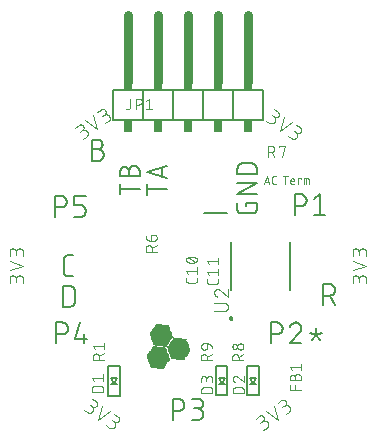
<source format=gbr>
G04 EAGLE Gerber RS-274X export*
G75*
%MOMM*%
%FSLAX34Y34*%
%LPD*%
%INSilkscreen Top*%
%IPPOS*%
%AMOC8*
5,1,8,0,0,1.08239X$1,22.5*%
G01*
%ADD10C,0.101600*%
%ADD11C,0.152400*%
%ADD12R,0.014731X0.014731*%
%ADD13R,0.147319X0.014731*%
%ADD14R,0.265175X0.014731*%
%ADD15R,0.383031X0.014731*%
%ADD16R,0.515619X0.014731*%
%ADD17R,0.633475X0.014731*%
%ADD18R,0.751331X0.014731*%
%ADD19R,0.883919X0.014731*%
%ADD20R,1.001775X0.014731*%
%ADD21R,1.119631X0.014731*%
%ADD22R,1.134363X0.014731*%
%ADD23R,1.149094X0.014731*%
%ADD24R,1.163825X0.014731*%
%ADD25R,1.178556X0.014731*%
%ADD26R,1.193288X0.014731*%
%ADD27R,1.222756X0.014731*%
%ADD28R,1.237488X0.014731*%
%ADD29R,1.266950X0.014731*%
%ADD30R,1.281681X0.014731*%
%ADD31R,1.311144X0.014731*%
%ADD32R,1.325881X0.014731*%
%ADD33R,1.355344X0.014731*%
%ADD34R,1.370075X0.014731*%
%ADD35R,1.384806X0.014731*%
%ADD36R,1.399538X0.014731*%
%ADD37R,1.414275X0.014731*%
%ADD38R,1.443738X0.014731*%
%ADD39R,1.458469X0.014731*%
%ADD40R,1.487931X0.014731*%
%ADD41R,1.502663X0.014731*%
%ADD42R,1.517394X0.014731*%
%ADD43R,1.532125X0.014731*%
%ADD44R,1.546856X0.014731*%
%ADD45R,1.576319X0.014731*%
%ADD46R,1.605788X0.014731*%
%ADD47R,1.620519X0.014731*%
%ADD48R,1.649981X0.014731*%
%ADD49R,1.664713X0.014731*%
%ADD50R,1.694175X0.014731*%
%ADD51R,1.708913X0.014731*%
%ADD52R,1.738375X0.014731*%
%ADD53R,1.753106X0.014731*%
%ADD54R,1.767838X0.014731*%
%ADD55R,1.782569X0.014731*%
%ADD56R,1.797306X0.014731*%
%ADD57R,0.117856X0.014731*%
%ADD58R,1.826769X0.014731*%
%ADD59R,0.235713X0.014731*%
%ADD60R,0.353569X0.014731*%
%ADD61R,1.856231X0.014731*%
%ADD62R,0.486156X0.014731*%
%ADD63R,1.870963X0.014731*%
%ADD64R,0.604013X0.014731*%
%ADD65R,0.721869X0.014731*%
%ADD66R,1.885694X0.014731*%
%ADD67R,0.839719X0.014731*%
%ADD68R,0.972306X0.014731*%
%ADD69R,1.090169X0.014731*%
%ADD70R,1.208025X0.014731*%
%ADD71R,1.252219X0.014731*%
%ADD72R,1.296412X0.014731*%
%ADD73R,1.340612X0.014731*%
%ADD74R,1.826763X0.014731*%
%ADD75R,1.414269X0.014731*%
%ADD76R,1.812031X0.014731*%
%ADD77R,1.429000X0.014731*%
%ADD78R,1.458462X0.014731*%
%ADD79R,1.473200X0.014731*%
%ADD80R,1.723644X0.014731*%
%ADD81R,1.694181X0.014731*%
%ADD82R,1.679450X0.014731*%
%ADD83R,1.561594X0.014731*%
%ADD84R,1.576325X0.014731*%
%ADD85R,1.591056X0.014731*%
%ADD86R,1.635250X0.014731*%
%ADD87R,1.561588X0.014731*%
%ADD88R,1.443731X0.014731*%
%ADD89R,1.797300X0.014731*%
%ADD90R,1.841500X0.014731*%
%ADD91R,1.311150X0.014731*%
%ADD92R,1.296419X0.014731*%
%ADD93R,1.193294X0.014731*%
%ADD94R,0.957575X0.014731*%
%ADD95R,0.589281X0.014731*%
%ADD96R,0.471425X0.014731*%
%ADD97R,0.220975X0.014731*%
%ADD98R,1.812038X0.014731*%
%ADD99R,0.103119X0.014731*%
%ADD100R,0.029463X0.014731*%
%ADD101R,0.162050X0.014731*%
%ADD102R,0.397763X0.014731*%
%ADD103R,0.648206X0.014731*%
%ADD104R,1.679444X0.014731*%
%ADD105R,1.016506X0.014731*%
%ADD106R,1.104900X0.014731*%
%ADD107R,1.222750X0.014731*%
%ADD108R,1.429006X0.014731*%
%ADD109R,1.208019X0.014731*%
%ADD110R,0.987044X0.014731*%
%ADD111R,0.854456X0.014731*%
%ADD112R,0.618744X0.014731*%
%ADD113R,0.500888X0.014731*%
%ADD114R,0.368300X0.014731*%
%ADD115R,0.132587X0.014731*%
%ADD116R,1.664719X0.014731*%
%ADD117R,1.075438X0.014731*%
%ADD118R,0.942844X0.014731*%
%ADD119R,0.707131X0.014731*%
%ADD120R,0.456694X0.014731*%
%ADD121R,0.088388X0.014731*%
%ADD122C,0.050800*%
%ADD123C,0.127000*%
%ADD124C,0.076200*%
%ADD125C,0.200000*%
%ADD126C,0.762000*%
%ADD127R,0.762000X0.508000*%
%ADD128R,0.762000X1.016000*%


D10*
X412318Y469182D02*
X414976Y467320D01*
X415070Y467257D01*
X415166Y467197D01*
X415264Y467140D01*
X415364Y467087D01*
X415466Y467037D01*
X415570Y466991D01*
X415675Y466949D01*
X415781Y466910D01*
X415889Y466875D01*
X415998Y466844D01*
X416108Y466816D01*
X416219Y466793D01*
X416330Y466773D01*
X416442Y466757D01*
X416555Y466745D01*
X416668Y466737D01*
X416781Y466733D01*
X416895Y466733D01*
X417008Y466737D01*
X417121Y466745D01*
X417234Y466757D01*
X417346Y466773D01*
X417457Y466793D01*
X417568Y466816D01*
X417678Y466844D01*
X417787Y466875D01*
X417895Y466910D01*
X418001Y466949D01*
X418106Y466991D01*
X418210Y467037D01*
X418312Y467087D01*
X418412Y467140D01*
X418510Y467197D01*
X418606Y467257D01*
X418700Y467320D01*
X418791Y467387D01*
X418881Y467456D01*
X418968Y467529D01*
X419052Y467605D01*
X419133Y467684D01*
X419212Y467765D01*
X419288Y467849D01*
X419361Y467936D01*
X419430Y468026D01*
X419497Y468117D01*
X419560Y468211D01*
X419620Y468307D01*
X419677Y468405D01*
X419730Y468505D01*
X419780Y468607D01*
X419826Y468711D01*
X419868Y468816D01*
X419907Y468922D01*
X419942Y469030D01*
X419973Y469139D01*
X420001Y469249D01*
X420024Y469360D01*
X420044Y469471D01*
X420060Y469583D01*
X420072Y469696D01*
X420080Y469809D01*
X420084Y469922D01*
X420084Y470036D01*
X420080Y470149D01*
X420072Y470262D01*
X420060Y470375D01*
X420044Y470487D01*
X420024Y470598D01*
X420001Y470709D01*
X419973Y470819D01*
X419942Y470928D01*
X419907Y471036D01*
X419868Y471142D01*
X419826Y471247D01*
X419780Y471351D01*
X419730Y471453D01*
X419677Y471553D01*
X419620Y471651D01*
X419560Y471747D01*
X419497Y471841D01*
X419430Y471932D01*
X419361Y472022D01*
X419288Y472109D01*
X419212Y472193D01*
X419133Y472274D01*
X419052Y472353D01*
X418968Y472429D01*
X418881Y472502D01*
X418792Y472571D01*
X418700Y472638D01*
X422210Y476519D02*
X419019Y478753D01*
X422209Y476519D02*
X422290Y476459D01*
X422369Y476397D01*
X422446Y476331D01*
X422520Y476263D01*
X422591Y476192D01*
X422659Y476118D01*
X422725Y476041D01*
X422787Y475962D01*
X422847Y475881D01*
X422903Y475797D01*
X422956Y475712D01*
X423005Y475624D01*
X423051Y475535D01*
X423094Y475443D01*
X423133Y475350D01*
X423168Y475256D01*
X423200Y475161D01*
X423228Y475064D01*
X423252Y474966D01*
X423272Y474868D01*
X423289Y474768D01*
X423301Y474668D01*
X423310Y474568D01*
X423315Y474468D01*
X423316Y474367D01*
X423313Y474266D01*
X423306Y474166D01*
X423295Y474066D01*
X423281Y473966D01*
X423262Y473867D01*
X423240Y473769D01*
X423214Y473672D01*
X423184Y473575D01*
X423151Y473481D01*
X423114Y473387D01*
X423073Y473295D01*
X423028Y473204D01*
X422981Y473116D01*
X422929Y473029D01*
X422875Y472945D01*
X422817Y472862D01*
X422756Y472782D01*
X422692Y472704D01*
X422625Y472629D01*
X422556Y472556D01*
X422483Y472487D01*
X422408Y472420D01*
X422330Y472356D01*
X422250Y472295D01*
X422167Y472237D01*
X422083Y472183D01*
X421996Y472131D01*
X421908Y472084D01*
X421817Y472039D01*
X421725Y471998D01*
X421631Y471961D01*
X421537Y471928D01*
X421440Y471898D01*
X421343Y471872D01*
X421245Y471850D01*
X421146Y471831D01*
X421046Y471817D01*
X420946Y471806D01*
X420846Y471799D01*
X420745Y471796D01*
X420644Y471797D01*
X420544Y471802D01*
X420444Y471811D01*
X420344Y471823D01*
X420244Y471840D01*
X420146Y471860D01*
X420048Y471884D01*
X419951Y471912D01*
X419856Y471944D01*
X419762Y471979D01*
X419669Y472018D01*
X419577Y472061D01*
X419488Y472107D01*
X419400Y472156D01*
X419315Y472209D01*
X419231Y472265D01*
X417104Y473755D01*
X427850Y472569D02*
X424339Y460764D01*
X434231Y468102D01*
X431043Y456070D02*
X433702Y454208D01*
X433796Y454145D01*
X433892Y454085D01*
X433990Y454028D01*
X434090Y453975D01*
X434192Y453925D01*
X434296Y453879D01*
X434401Y453837D01*
X434507Y453798D01*
X434615Y453763D01*
X434724Y453732D01*
X434834Y453704D01*
X434945Y453681D01*
X435056Y453661D01*
X435168Y453645D01*
X435281Y453633D01*
X435394Y453625D01*
X435507Y453621D01*
X435621Y453621D01*
X435734Y453625D01*
X435847Y453633D01*
X435960Y453645D01*
X436072Y453661D01*
X436183Y453681D01*
X436294Y453704D01*
X436404Y453732D01*
X436513Y453763D01*
X436621Y453798D01*
X436727Y453837D01*
X436832Y453879D01*
X436936Y453925D01*
X437038Y453975D01*
X437138Y454028D01*
X437236Y454085D01*
X437332Y454145D01*
X437426Y454208D01*
X437517Y454275D01*
X437607Y454344D01*
X437694Y454417D01*
X437778Y454493D01*
X437859Y454572D01*
X437938Y454653D01*
X438014Y454737D01*
X438087Y454824D01*
X438156Y454914D01*
X438223Y455005D01*
X438286Y455099D01*
X438346Y455195D01*
X438403Y455293D01*
X438456Y455393D01*
X438506Y455495D01*
X438552Y455599D01*
X438594Y455704D01*
X438633Y455810D01*
X438668Y455918D01*
X438699Y456027D01*
X438727Y456137D01*
X438750Y456248D01*
X438770Y456359D01*
X438786Y456471D01*
X438798Y456584D01*
X438806Y456697D01*
X438810Y456810D01*
X438810Y456924D01*
X438806Y457037D01*
X438798Y457150D01*
X438786Y457263D01*
X438770Y457375D01*
X438750Y457486D01*
X438727Y457597D01*
X438699Y457707D01*
X438668Y457816D01*
X438633Y457924D01*
X438594Y458030D01*
X438552Y458135D01*
X438506Y458239D01*
X438456Y458341D01*
X438403Y458441D01*
X438346Y458539D01*
X438286Y458635D01*
X438223Y458729D01*
X438156Y458820D01*
X438087Y458910D01*
X438014Y458997D01*
X437938Y459081D01*
X437859Y459162D01*
X437778Y459241D01*
X437694Y459317D01*
X437607Y459390D01*
X437518Y459459D01*
X437426Y459526D01*
X440935Y463407D02*
X437745Y465641D01*
X440935Y463407D02*
X441016Y463347D01*
X441095Y463285D01*
X441172Y463219D01*
X441246Y463151D01*
X441317Y463080D01*
X441385Y463006D01*
X441451Y462929D01*
X441513Y462850D01*
X441573Y462769D01*
X441629Y462685D01*
X441682Y462600D01*
X441731Y462512D01*
X441777Y462423D01*
X441820Y462331D01*
X441859Y462238D01*
X441894Y462144D01*
X441926Y462049D01*
X441954Y461952D01*
X441978Y461854D01*
X441998Y461756D01*
X442015Y461656D01*
X442027Y461556D01*
X442036Y461456D01*
X442041Y461356D01*
X442042Y461255D01*
X442039Y461154D01*
X442032Y461054D01*
X442021Y460954D01*
X442007Y460854D01*
X441988Y460755D01*
X441966Y460657D01*
X441940Y460560D01*
X441910Y460463D01*
X441877Y460369D01*
X441840Y460275D01*
X441799Y460183D01*
X441754Y460092D01*
X441707Y460004D01*
X441655Y459917D01*
X441601Y459833D01*
X441543Y459750D01*
X441482Y459670D01*
X441418Y459592D01*
X441351Y459517D01*
X441282Y459444D01*
X441209Y459375D01*
X441134Y459308D01*
X441056Y459244D01*
X440976Y459183D01*
X440893Y459125D01*
X440809Y459071D01*
X440722Y459019D01*
X440634Y458972D01*
X440543Y458927D01*
X440451Y458886D01*
X440357Y458849D01*
X440263Y458816D01*
X440166Y458786D01*
X440069Y458760D01*
X439971Y458738D01*
X439872Y458719D01*
X439772Y458705D01*
X439672Y458694D01*
X439572Y458687D01*
X439471Y458684D01*
X439370Y458685D01*
X439270Y458690D01*
X439170Y458699D01*
X439070Y458711D01*
X438970Y458728D01*
X438872Y458748D01*
X438774Y458772D01*
X438677Y458800D01*
X438582Y458832D01*
X438488Y458867D01*
X438395Y458906D01*
X438303Y458949D01*
X438214Y458995D01*
X438126Y459044D01*
X438041Y459097D01*
X437957Y459153D01*
X435830Y460643D01*
X497242Y334770D02*
X497242Y331524D01*
X497242Y334770D02*
X497240Y334883D01*
X497234Y334996D01*
X497224Y335109D01*
X497210Y335222D01*
X497193Y335334D01*
X497171Y335445D01*
X497146Y335555D01*
X497116Y335665D01*
X497083Y335773D01*
X497046Y335880D01*
X497006Y335986D01*
X496961Y336090D01*
X496913Y336193D01*
X496862Y336294D01*
X496807Y336393D01*
X496749Y336490D01*
X496687Y336585D01*
X496622Y336678D01*
X496554Y336768D01*
X496483Y336856D01*
X496408Y336942D01*
X496331Y337025D01*
X496251Y337105D01*
X496168Y337182D01*
X496082Y337257D01*
X495994Y337328D01*
X495904Y337396D01*
X495811Y337461D01*
X495716Y337523D01*
X495619Y337581D01*
X495520Y337636D01*
X495419Y337687D01*
X495316Y337735D01*
X495212Y337780D01*
X495106Y337820D01*
X494999Y337857D01*
X494891Y337890D01*
X494781Y337920D01*
X494671Y337945D01*
X494560Y337967D01*
X494448Y337984D01*
X494335Y337998D01*
X494222Y338008D01*
X494109Y338014D01*
X493996Y338016D01*
X493883Y338014D01*
X493770Y338008D01*
X493657Y337998D01*
X493544Y337984D01*
X493432Y337967D01*
X493321Y337945D01*
X493211Y337920D01*
X493101Y337890D01*
X492993Y337857D01*
X492886Y337820D01*
X492780Y337780D01*
X492676Y337735D01*
X492573Y337687D01*
X492472Y337636D01*
X492373Y337581D01*
X492276Y337523D01*
X492181Y337461D01*
X492088Y337396D01*
X491998Y337328D01*
X491910Y337257D01*
X491824Y337182D01*
X491741Y337105D01*
X491661Y337025D01*
X491584Y336942D01*
X491509Y336856D01*
X491438Y336768D01*
X491370Y336678D01*
X491305Y336585D01*
X491243Y336490D01*
X491185Y336393D01*
X491130Y336294D01*
X491079Y336193D01*
X491031Y336090D01*
X490986Y335986D01*
X490946Y335880D01*
X490909Y335773D01*
X490876Y335665D01*
X490846Y335555D01*
X490821Y335445D01*
X490799Y335334D01*
X490782Y335222D01*
X490768Y335109D01*
X490758Y334996D01*
X490752Y334883D01*
X490750Y334770D01*
X485558Y335419D02*
X485558Y331524D01*
X485558Y335419D02*
X485560Y335520D01*
X485566Y335620D01*
X485576Y335720D01*
X485589Y335820D01*
X485607Y335919D01*
X485628Y336018D01*
X485653Y336115D01*
X485682Y336212D01*
X485715Y336307D01*
X485751Y336401D01*
X485791Y336493D01*
X485834Y336584D01*
X485881Y336673D01*
X485931Y336760D01*
X485985Y336846D01*
X486042Y336929D01*
X486102Y337009D01*
X486165Y337088D01*
X486232Y337164D01*
X486301Y337237D01*
X486373Y337307D01*
X486447Y337375D01*
X486524Y337440D01*
X486604Y337501D01*
X486686Y337560D01*
X486770Y337615D01*
X486856Y337667D01*
X486944Y337716D01*
X487034Y337761D01*
X487126Y337803D01*
X487219Y337841D01*
X487314Y337875D01*
X487409Y337906D01*
X487506Y337933D01*
X487604Y337956D01*
X487703Y337976D01*
X487803Y337991D01*
X487903Y338003D01*
X488003Y338011D01*
X488104Y338015D01*
X488204Y338015D01*
X488305Y338011D01*
X488405Y338003D01*
X488505Y337991D01*
X488605Y337976D01*
X488704Y337956D01*
X488802Y337933D01*
X488899Y337906D01*
X488994Y337875D01*
X489089Y337841D01*
X489182Y337803D01*
X489274Y337761D01*
X489364Y337716D01*
X489452Y337667D01*
X489538Y337615D01*
X489622Y337560D01*
X489704Y337501D01*
X489784Y337440D01*
X489861Y337375D01*
X489935Y337307D01*
X490007Y337237D01*
X490076Y337164D01*
X490143Y337088D01*
X490206Y337009D01*
X490266Y336929D01*
X490323Y336846D01*
X490377Y336760D01*
X490427Y336673D01*
X490474Y336584D01*
X490517Y336493D01*
X490557Y336401D01*
X490593Y336307D01*
X490626Y336212D01*
X490655Y336115D01*
X490680Y336018D01*
X490701Y335919D01*
X490719Y335820D01*
X490732Y335720D01*
X490742Y335620D01*
X490748Y335520D01*
X490750Y335419D01*
X490751Y335419D02*
X490751Y332823D01*
X485558Y342305D02*
X497242Y346200D01*
X485558Y350095D01*
X497242Y354384D02*
X497242Y357630D01*
X497240Y357743D01*
X497234Y357856D01*
X497224Y357969D01*
X497210Y358082D01*
X497193Y358194D01*
X497171Y358305D01*
X497146Y358415D01*
X497116Y358525D01*
X497083Y358633D01*
X497046Y358740D01*
X497006Y358846D01*
X496961Y358950D01*
X496913Y359053D01*
X496862Y359154D01*
X496807Y359253D01*
X496749Y359350D01*
X496687Y359445D01*
X496622Y359538D01*
X496554Y359628D01*
X496483Y359716D01*
X496408Y359802D01*
X496331Y359885D01*
X496251Y359965D01*
X496168Y360042D01*
X496082Y360117D01*
X495994Y360188D01*
X495904Y360256D01*
X495811Y360321D01*
X495716Y360383D01*
X495619Y360441D01*
X495520Y360496D01*
X495419Y360547D01*
X495316Y360595D01*
X495212Y360640D01*
X495106Y360680D01*
X494999Y360717D01*
X494891Y360750D01*
X494781Y360780D01*
X494671Y360805D01*
X494560Y360827D01*
X494448Y360844D01*
X494335Y360858D01*
X494222Y360868D01*
X494109Y360874D01*
X493996Y360876D01*
X493883Y360874D01*
X493770Y360868D01*
X493657Y360858D01*
X493544Y360844D01*
X493432Y360827D01*
X493321Y360805D01*
X493211Y360780D01*
X493101Y360750D01*
X492993Y360717D01*
X492886Y360680D01*
X492780Y360640D01*
X492676Y360595D01*
X492573Y360547D01*
X492472Y360496D01*
X492373Y360441D01*
X492276Y360383D01*
X492181Y360321D01*
X492088Y360256D01*
X491998Y360188D01*
X491910Y360117D01*
X491824Y360042D01*
X491741Y359965D01*
X491661Y359885D01*
X491584Y359802D01*
X491509Y359716D01*
X491438Y359628D01*
X491370Y359538D01*
X491305Y359445D01*
X491243Y359350D01*
X491185Y359253D01*
X491130Y359154D01*
X491079Y359053D01*
X491031Y358950D01*
X490986Y358846D01*
X490946Y358740D01*
X490909Y358633D01*
X490876Y358525D01*
X490846Y358415D01*
X490821Y358305D01*
X490799Y358194D01*
X490782Y358082D01*
X490768Y357969D01*
X490758Y357856D01*
X490752Y357743D01*
X490750Y357630D01*
X485558Y358279D02*
X485558Y354384D01*
X485558Y358279D02*
X485560Y358380D01*
X485566Y358480D01*
X485576Y358580D01*
X485589Y358680D01*
X485607Y358779D01*
X485628Y358878D01*
X485653Y358975D01*
X485682Y359072D01*
X485715Y359167D01*
X485751Y359261D01*
X485791Y359353D01*
X485834Y359444D01*
X485881Y359533D01*
X485931Y359620D01*
X485985Y359706D01*
X486042Y359789D01*
X486102Y359869D01*
X486165Y359948D01*
X486232Y360024D01*
X486301Y360097D01*
X486373Y360167D01*
X486447Y360235D01*
X486524Y360300D01*
X486604Y360361D01*
X486686Y360420D01*
X486770Y360475D01*
X486856Y360527D01*
X486944Y360576D01*
X487034Y360621D01*
X487126Y360663D01*
X487219Y360701D01*
X487314Y360735D01*
X487409Y360766D01*
X487506Y360793D01*
X487604Y360816D01*
X487703Y360836D01*
X487803Y360851D01*
X487903Y360863D01*
X488003Y360871D01*
X488104Y360875D01*
X488204Y360875D01*
X488305Y360871D01*
X488405Y360863D01*
X488505Y360851D01*
X488605Y360836D01*
X488704Y360816D01*
X488802Y360793D01*
X488899Y360766D01*
X488994Y360735D01*
X489089Y360701D01*
X489182Y360663D01*
X489274Y360621D01*
X489364Y360576D01*
X489452Y360527D01*
X489538Y360475D01*
X489622Y360420D01*
X489704Y360361D01*
X489784Y360300D01*
X489861Y360235D01*
X489935Y360167D01*
X490007Y360097D01*
X490076Y360024D01*
X490143Y359948D01*
X490206Y359869D01*
X490266Y359789D01*
X490323Y359706D01*
X490377Y359620D01*
X490427Y359533D01*
X490474Y359444D01*
X490517Y359353D01*
X490557Y359261D01*
X490593Y359167D01*
X490626Y359072D01*
X490655Y358975D01*
X490680Y358878D01*
X490701Y358779D01*
X490719Y358680D01*
X490732Y358580D01*
X490742Y358480D01*
X490748Y358380D01*
X490750Y358279D01*
X490751Y358279D02*
X490751Y355683D01*
X412788Y209159D02*
X410129Y207297D01*
X412788Y209158D02*
X412879Y209225D01*
X412969Y209294D01*
X413056Y209367D01*
X413140Y209443D01*
X413221Y209522D01*
X413300Y209603D01*
X413376Y209687D01*
X413449Y209774D01*
X413518Y209864D01*
X413585Y209955D01*
X413648Y210049D01*
X413708Y210145D01*
X413765Y210243D01*
X413818Y210343D01*
X413868Y210445D01*
X413914Y210549D01*
X413956Y210654D01*
X413995Y210760D01*
X414030Y210868D01*
X414061Y210977D01*
X414089Y211087D01*
X414112Y211198D01*
X414132Y211309D01*
X414148Y211421D01*
X414160Y211534D01*
X414168Y211647D01*
X414172Y211760D01*
X414172Y211874D01*
X414168Y211987D01*
X414160Y212100D01*
X414148Y212213D01*
X414132Y212325D01*
X414112Y212436D01*
X414089Y212547D01*
X414061Y212657D01*
X414030Y212766D01*
X413995Y212874D01*
X413956Y212980D01*
X413914Y213085D01*
X413868Y213189D01*
X413818Y213291D01*
X413765Y213391D01*
X413708Y213489D01*
X413648Y213585D01*
X413585Y213679D01*
X413518Y213770D01*
X413449Y213860D01*
X413376Y213947D01*
X413300Y214031D01*
X413221Y214112D01*
X413140Y214191D01*
X413056Y214267D01*
X412969Y214340D01*
X412880Y214409D01*
X412788Y214476D01*
X412694Y214539D01*
X412598Y214599D01*
X412500Y214656D01*
X412400Y214709D01*
X412298Y214759D01*
X412194Y214805D01*
X412089Y214847D01*
X411983Y214886D01*
X411875Y214921D01*
X411766Y214952D01*
X411656Y214980D01*
X411545Y215003D01*
X411434Y215023D01*
X411322Y215039D01*
X411209Y215051D01*
X411096Y215059D01*
X410983Y215063D01*
X410869Y215063D01*
X410756Y215059D01*
X410643Y215051D01*
X410530Y215039D01*
X410418Y215023D01*
X410307Y215003D01*
X410196Y214980D01*
X410086Y214952D01*
X409977Y214921D01*
X409869Y214886D01*
X409763Y214847D01*
X409658Y214805D01*
X409554Y214759D01*
X409452Y214709D01*
X409352Y214656D01*
X409254Y214599D01*
X409158Y214539D01*
X409064Y214476D01*
X406618Y219102D02*
X403428Y216868D01*
X406618Y219102D02*
X406702Y219158D01*
X406787Y219211D01*
X406875Y219260D01*
X406964Y219306D01*
X407056Y219349D01*
X407149Y219388D01*
X407243Y219423D01*
X407338Y219455D01*
X407435Y219483D01*
X407533Y219507D01*
X407631Y219527D01*
X407731Y219544D01*
X407831Y219556D01*
X407931Y219565D01*
X408032Y219570D01*
X408132Y219571D01*
X408233Y219568D01*
X408333Y219561D01*
X408433Y219550D01*
X408533Y219536D01*
X408632Y219517D01*
X408730Y219495D01*
X408827Y219469D01*
X408924Y219439D01*
X409019Y219406D01*
X409112Y219369D01*
X409204Y219328D01*
X409295Y219283D01*
X409383Y219236D01*
X409470Y219184D01*
X409554Y219130D01*
X409637Y219072D01*
X409717Y219011D01*
X409795Y218947D01*
X409870Y218880D01*
X409943Y218811D01*
X410012Y218738D01*
X410079Y218663D01*
X410143Y218585D01*
X410204Y218505D01*
X410262Y218422D01*
X410316Y218338D01*
X410368Y218251D01*
X410415Y218163D01*
X410460Y218072D01*
X410501Y217980D01*
X410538Y217886D01*
X410571Y217792D01*
X410601Y217695D01*
X410627Y217598D01*
X410649Y217500D01*
X410668Y217401D01*
X410682Y217301D01*
X410693Y217201D01*
X410700Y217101D01*
X410703Y217000D01*
X410702Y216900D01*
X410697Y216799D01*
X410688Y216699D01*
X410676Y216599D01*
X410659Y216499D01*
X410639Y216401D01*
X410615Y216303D01*
X410587Y216206D01*
X410555Y216111D01*
X410520Y216017D01*
X410481Y215924D01*
X410438Y215832D01*
X410392Y215743D01*
X410343Y215655D01*
X410290Y215570D01*
X410234Y215486D01*
X410174Y215405D01*
X410112Y215326D01*
X410046Y215249D01*
X409978Y215175D01*
X409907Y215104D01*
X409833Y215036D01*
X409756Y214970D01*
X409677Y214908D01*
X409596Y214848D01*
X407470Y213359D01*
X412259Y223052D02*
X422151Y215714D01*
X418639Y227519D01*
X428855Y220409D02*
X431514Y222270D01*
X431605Y222337D01*
X431695Y222406D01*
X431782Y222479D01*
X431866Y222555D01*
X431947Y222634D01*
X432026Y222715D01*
X432102Y222799D01*
X432175Y222886D01*
X432244Y222976D01*
X432311Y223067D01*
X432374Y223161D01*
X432434Y223257D01*
X432491Y223355D01*
X432544Y223455D01*
X432594Y223557D01*
X432640Y223661D01*
X432682Y223766D01*
X432721Y223872D01*
X432756Y223980D01*
X432787Y224089D01*
X432815Y224199D01*
X432838Y224310D01*
X432858Y224421D01*
X432874Y224533D01*
X432886Y224646D01*
X432894Y224759D01*
X432898Y224872D01*
X432898Y224986D01*
X432894Y225099D01*
X432886Y225212D01*
X432874Y225325D01*
X432858Y225437D01*
X432838Y225548D01*
X432815Y225659D01*
X432787Y225769D01*
X432756Y225878D01*
X432721Y225986D01*
X432682Y226092D01*
X432640Y226197D01*
X432594Y226301D01*
X432544Y226403D01*
X432491Y226503D01*
X432434Y226601D01*
X432374Y226697D01*
X432311Y226791D01*
X432244Y226882D01*
X432175Y226972D01*
X432102Y227059D01*
X432026Y227143D01*
X431947Y227224D01*
X431866Y227303D01*
X431782Y227379D01*
X431695Y227452D01*
X431606Y227521D01*
X431514Y227588D01*
X431420Y227651D01*
X431324Y227711D01*
X431226Y227768D01*
X431126Y227821D01*
X431024Y227871D01*
X430920Y227917D01*
X430815Y227959D01*
X430709Y227998D01*
X430601Y228033D01*
X430492Y228064D01*
X430382Y228092D01*
X430271Y228115D01*
X430160Y228135D01*
X430048Y228151D01*
X429935Y228163D01*
X429822Y228171D01*
X429709Y228175D01*
X429595Y228175D01*
X429482Y228171D01*
X429369Y228163D01*
X429256Y228151D01*
X429144Y228135D01*
X429033Y228115D01*
X428922Y228092D01*
X428812Y228064D01*
X428703Y228033D01*
X428595Y227998D01*
X428489Y227959D01*
X428384Y227917D01*
X428280Y227871D01*
X428178Y227821D01*
X428078Y227768D01*
X427980Y227711D01*
X427884Y227651D01*
X427790Y227588D01*
X425344Y232214D02*
X422153Y229980D01*
X425344Y232214D02*
X425428Y232270D01*
X425513Y232323D01*
X425601Y232372D01*
X425690Y232418D01*
X425782Y232461D01*
X425875Y232500D01*
X425969Y232535D01*
X426064Y232567D01*
X426161Y232595D01*
X426259Y232619D01*
X426357Y232639D01*
X426457Y232656D01*
X426557Y232668D01*
X426657Y232677D01*
X426758Y232682D01*
X426858Y232683D01*
X426959Y232680D01*
X427059Y232673D01*
X427159Y232662D01*
X427259Y232648D01*
X427358Y232629D01*
X427456Y232607D01*
X427553Y232581D01*
X427650Y232551D01*
X427745Y232518D01*
X427838Y232481D01*
X427930Y232440D01*
X428021Y232395D01*
X428109Y232348D01*
X428196Y232296D01*
X428280Y232242D01*
X428363Y232184D01*
X428443Y232123D01*
X428521Y232059D01*
X428596Y231992D01*
X428669Y231923D01*
X428738Y231850D01*
X428805Y231775D01*
X428869Y231697D01*
X428930Y231617D01*
X428988Y231534D01*
X429042Y231450D01*
X429094Y231363D01*
X429141Y231275D01*
X429186Y231184D01*
X429227Y231092D01*
X429264Y230998D01*
X429297Y230904D01*
X429327Y230807D01*
X429353Y230710D01*
X429375Y230612D01*
X429394Y230513D01*
X429408Y230413D01*
X429419Y230313D01*
X429426Y230213D01*
X429429Y230112D01*
X429428Y230012D01*
X429423Y229911D01*
X429414Y229811D01*
X429402Y229711D01*
X429385Y229611D01*
X429365Y229513D01*
X429341Y229415D01*
X429313Y229318D01*
X429281Y229223D01*
X429246Y229129D01*
X429207Y229036D01*
X429164Y228944D01*
X429118Y228855D01*
X429069Y228767D01*
X429016Y228682D01*
X428960Y228598D01*
X428900Y228517D01*
X428838Y228438D01*
X428772Y228361D01*
X428704Y228287D01*
X428633Y228216D01*
X428559Y228148D01*
X428482Y228082D01*
X428403Y228020D01*
X428322Y227960D01*
X426195Y226471D01*
X260886Y222270D02*
X258228Y224132D01*
X260886Y222270D02*
X260980Y222207D01*
X261076Y222147D01*
X261174Y222090D01*
X261274Y222037D01*
X261376Y221987D01*
X261480Y221941D01*
X261585Y221899D01*
X261691Y221860D01*
X261799Y221825D01*
X261908Y221794D01*
X262018Y221766D01*
X262129Y221743D01*
X262240Y221723D01*
X262352Y221707D01*
X262465Y221695D01*
X262578Y221687D01*
X262691Y221683D01*
X262805Y221683D01*
X262918Y221687D01*
X263031Y221695D01*
X263144Y221707D01*
X263256Y221723D01*
X263367Y221743D01*
X263478Y221766D01*
X263588Y221794D01*
X263697Y221825D01*
X263805Y221860D01*
X263911Y221899D01*
X264016Y221941D01*
X264120Y221987D01*
X264222Y222037D01*
X264322Y222090D01*
X264420Y222147D01*
X264516Y222207D01*
X264610Y222270D01*
X264701Y222337D01*
X264791Y222406D01*
X264878Y222479D01*
X264962Y222555D01*
X265043Y222634D01*
X265122Y222715D01*
X265198Y222799D01*
X265271Y222886D01*
X265340Y222976D01*
X265407Y223067D01*
X265470Y223161D01*
X265530Y223257D01*
X265587Y223355D01*
X265640Y223455D01*
X265690Y223557D01*
X265736Y223661D01*
X265778Y223766D01*
X265817Y223872D01*
X265852Y223980D01*
X265883Y224089D01*
X265911Y224199D01*
X265934Y224310D01*
X265954Y224421D01*
X265970Y224533D01*
X265982Y224646D01*
X265990Y224759D01*
X265994Y224872D01*
X265994Y224986D01*
X265990Y225099D01*
X265982Y225212D01*
X265970Y225325D01*
X265954Y225437D01*
X265934Y225548D01*
X265911Y225659D01*
X265883Y225769D01*
X265852Y225878D01*
X265817Y225986D01*
X265778Y226092D01*
X265736Y226197D01*
X265690Y226301D01*
X265640Y226403D01*
X265587Y226503D01*
X265530Y226601D01*
X265470Y226697D01*
X265407Y226791D01*
X265340Y226882D01*
X265271Y226972D01*
X265198Y227059D01*
X265122Y227143D01*
X265043Y227224D01*
X264962Y227303D01*
X264878Y227379D01*
X264791Y227452D01*
X264702Y227521D01*
X264610Y227588D01*
X268120Y231469D02*
X264929Y233703D01*
X268119Y231469D02*
X268200Y231409D01*
X268279Y231347D01*
X268356Y231281D01*
X268430Y231213D01*
X268501Y231142D01*
X268569Y231068D01*
X268635Y230991D01*
X268697Y230912D01*
X268757Y230831D01*
X268813Y230747D01*
X268866Y230662D01*
X268915Y230574D01*
X268961Y230485D01*
X269004Y230393D01*
X269043Y230300D01*
X269078Y230206D01*
X269110Y230111D01*
X269138Y230014D01*
X269162Y229916D01*
X269182Y229818D01*
X269199Y229718D01*
X269211Y229618D01*
X269220Y229518D01*
X269225Y229418D01*
X269226Y229317D01*
X269223Y229216D01*
X269216Y229116D01*
X269205Y229016D01*
X269191Y228916D01*
X269172Y228817D01*
X269150Y228719D01*
X269124Y228622D01*
X269094Y228525D01*
X269061Y228431D01*
X269024Y228337D01*
X268983Y228245D01*
X268938Y228154D01*
X268891Y228066D01*
X268839Y227979D01*
X268785Y227895D01*
X268727Y227812D01*
X268666Y227732D01*
X268602Y227654D01*
X268535Y227579D01*
X268466Y227506D01*
X268393Y227437D01*
X268318Y227370D01*
X268240Y227306D01*
X268160Y227245D01*
X268077Y227187D01*
X267993Y227133D01*
X267906Y227081D01*
X267818Y227034D01*
X267727Y226989D01*
X267635Y226948D01*
X267541Y226911D01*
X267447Y226878D01*
X267350Y226848D01*
X267253Y226822D01*
X267155Y226800D01*
X267056Y226781D01*
X266956Y226767D01*
X266856Y226756D01*
X266756Y226749D01*
X266655Y226746D01*
X266554Y226747D01*
X266454Y226752D01*
X266354Y226761D01*
X266254Y226773D01*
X266154Y226790D01*
X266056Y226810D01*
X265958Y226834D01*
X265861Y226862D01*
X265766Y226894D01*
X265672Y226929D01*
X265579Y226968D01*
X265487Y227011D01*
X265398Y227057D01*
X265310Y227106D01*
X265225Y227159D01*
X265141Y227215D01*
X263014Y228705D01*
X273760Y227519D02*
X270249Y215714D01*
X280141Y223052D01*
X276953Y211020D02*
X279612Y209158D01*
X279706Y209095D01*
X279802Y209035D01*
X279900Y208978D01*
X280000Y208925D01*
X280102Y208875D01*
X280206Y208829D01*
X280311Y208787D01*
X280417Y208748D01*
X280525Y208713D01*
X280634Y208682D01*
X280744Y208654D01*
X280855Y208631D01*
X280966Y208611D01*
X281078Y208595D01*
X281191Y208583D01*
X281304Y208575D01*
X281417Y208571D01*
X281531Y208571D01*
X281644Y208575D01*
X281757Y208583D01*
X281870Y208595D01*
X281982Y208611D01*
X282093Y208631D01*
X282204Y208654D01*
X282314Y208682D01*
X282423Y208713D01*
X282531Y208748D01*
X282637Y208787D01*
X282742Y208829D01*
X282846Y208875D01*
X282948Y208925D01*
X283048Y208978D01*
X283146Y209035D01*
X283242Y209095D01*
X283336Y209158D01*
X283427Y209225D01*
X283517Y209294D01*
X283604Y209367D01*
X283688Y209443D01*
X283769Y209522D01*
X283848Y209603D01*
X283924Y209687D01*
X283997Y209774D01*
X284066Y209864D01*
X284133Y209955D01*
X284196Y210049D01*
X284256Y210145D01*
X284313Y210243D01*
X284366Y210343D01*
X284416Y210445D01*
X284462Y210549D01*
X284504Y210654D01*
X284543Y210760D01*
X284578Y210868D01*
X284609Y210977D01*
X284637Y211087D01*
X284660Y211198D01*
X284680Y211309D01*
X284696Y211421D01*
X284708Y211534D01*
X284716Y211647D01*
X284720Y211760D01*
X284720Y211874D01*
X284716Y211987D01*
X284708Y212100D01*
X284696Y212213D01*
X284680Y212325D01*
X284660Y212436D01*
X284637Y212547D01*
X284609Y212657D01*
X284578Y212766D01*
X284543Y212874D01*
X284504Y212980D01*
X284462Y213085D01*
X284416Y213189D01*
X284366Y213291D01*
X284313Y213391D01*
X284256Y213489D01*
X284196Y213585D01*
X284133Y213679D01*
X284066Y213770D01*
X283997Y213860D01*
X283924Y213947D01*
X283848Y214031D01*
X283769Y214112D01*
X283688Y214191D01*
X283604Y214267D01*
X283517Y214340D01*
X283428Y214409D01*
X283336Y214476D01*
X286845Y218357D02*
X283655Y220591D01*
X286845Y218357D02*
X286926Y218297D01*
X287005Y218235D01*
X287082Y218169D01*
X287156Y218101D01*
X287227Y218030D01*
X287295Y217956D01*
X287361Y217879D01*
X287423Y217800D01*
X287483Y217719D01*
X287539Y217635D01*
X287592Y217550D01*
X287641Y217462D01*
X287687Y217373D01*
X287730Y217281D01*
X287769Y217188D01*
X287804Y217094D01*
X287836Y216999D01*
X287864Y216902D01*
X287888Y216804D01*
X287908Y216706D01*
X287925Y216606D01*
X287937Y216506D01*
X287946Y216406D01*
X287951Y216306D01*
X287952Y216205D01*
X287949Y216104D01*
X287942Y216004D01*
X287931Y215904D01*
X287917Y215804D01*
X287898Y215705D01*
X287876Y215607D01*
X287850Y215510D01*
X287820Y215413D01*
X287787Y215319D01*
X287750Y215225D01*
X287709Y215133D01*
X287664Y215042D01*
X287617Y214954D01*
X287565Y214867D01*
X287511Y214783D01*
X287453Y214700D01*
X287392Y214620D01*
X287328Y214542D01*
X287261Y214467D01*
X287192Y214394D01*
X287119Y214325D01*
X287044Y214258D01*
X286966Y214194D01*
X286886Y214133D01*
X286803Y214075D01*
X286719Y214021D01*
X286632Y213969D01*
X286544Y213922D01*
X286453Y213877D01*
X286361Y213836D01*
X286267Y213799D01*
X286173Y213766D01*
X286076Y213736D01*
X285979Y213710D01*
X285881Y213688D01*
X285782Y213669D01*
X285682Y213655D01*
X285582Y213644D01*
X285482Y213637D01*
X285381Y213634D01*
X285280Y213635D01*
X285180Y213640D01*
X285080Y213649D01*
X284980Y213661D01*
X284880Y213678D01*
X284782Y213698D01*
X284684Y213722D01*
X284587Y213750D01*
X284492Y213782D01*
X284398Y213817D01*
X284305Y213856D01*
X284213Y213899D01*
X284124Y213945D01*
X284036Y213994D01*
X283951Y214047D01*
X283867Y214103D01*
X281740Y215593D01*
X206842Y331524D02*
X206842Y334770D01*
X206840Y334883D01*
X206834Y334996D01*
X206824Y335109D01*
X206810Y335222D01*
X206793Y335334D01*
X206771Y335445D01*
X206746Y335555D01*
X206716Y335665D01*
X206683Y335773D01*
X206646Y335880D01*
X206606Y335986D01*
X206561Y336090D01*
X206513Y336193D01*
X206462Y336294D01*
X206407Y336393D01*
X206349Y336490D01*
X206287Y336585D01*
X206222Y336678D01*
X206154Y336768D01*
X206083Y336856D01*
X206008Y336942D01*
X205931Y337025D01*
X205851Y337105D01*
X205768Y337182D01*
X205682Y337257D01*
X205594Y337328D01*
X205504Y337396D01*
X205411Y337461D01*
X205316Y337523D01*
X205219Y337581D01*
X205120Y337636D01*
X205019Y337687D01*
X204916Y337735D01*
X204812Y337780D01*
X204706Y337820D01*
X204599Y337857D01*
X204491Y337890D01*
X204381Y337920D01*
X204271Y337945D01*
X204160Y337967D01*
X204048Y337984D01*
X203935Y337998D01*
X203822Y338008D01*
X203709Y338014D01*
X203596Y338016D01*
X203483Y338014D01*
X203370Y338008D01*
X203257Y337998D01*
X203144Y337984D01*
X203032Y337967D01*
X202921Y337945D01*
X202811Y337920D01*
X202701Y337890D01*
X202593Y337857D01*
X202486Y337820D01*
X202380Y337780D01*
X202276Y337735D01*
X202173Y337687D01*
X202072Y337636D01*
X201973Y337581D01*
X201876Y337523D01*
X201781Y337461D01*
X201688Y337396D01*
X201598Y337328D01*
X201510Y337257D01*
X201424Y337182D01*
X201341Y337105D01*
X201261Y337025D01*
X201184Y336942D01*
X201109Y336856D01*
X201038Y336768D01*
X200970Y336678D01*
X200905Y336585D01*
X200843Y336490D01*
X200785Y336393D01*
X200730Y336294D01*
X200679Y336193D01*
X200631Y336090D01*
X200586Y335986D01*
X200546Y335880D01*
X200509Y335773D01*
X200476Y335665D01*
X200446Y335555D01*
X200421Y335445D01*
X200399Y335334D01*
X200382Y335222D01*
X200368Y335109D01*
X200358Y334996D01*
X200352Y334883D01*
X200350Y334770D01*
X195158Y335419D02*
X195158Y331524D01*
X195158Y335419D02*
X195160Y335520D01*
X195166Y335620D01*
X195176Y335720D01*
X195189Y335820D01*
X195207Y335919D01*
X195228Y336018D01*
X195253Y336115D01*
X195282Y336212D01*
X195315Y336307D01*
X195351Y336401D01*
X195391Y336493D01*
X195434Y336584D01*
X195481Y336673D01*
X195531Y336760D01*
X195585Y336846D01*
X195642Y336929D01*
X195702Y337009D01*
X195765Y337088D01*
X195832Y337164D01*
X195901Y337237D01*
X195973Y337307D01*
X196047Y337375D01*
X196124Y337440D01*
X196204Y337501D01*
X196286Y337560D01*
X196370Y337615D01*
X196456Y337667D01*
X196544Y337716D01*
X196634Y337761D01*
X196726Y337803D01*
X196819Y337841D01*
X196914Y337875D01*
X197009Y337906D01*
X197106Y337933D01*
X197204Y337956D01*
X197303Y337976D01*
X197403Y337991D01*
X197503Y338003D01*
X197603Y338011D01*
X197704Y338015D01*
X197804Y338015D01*
X197905Y338011D01*
X198005Y338003D01*
X198105Y337991D01*
X198205Y337976D01*
X198304Y337956D01*
X198402Y337933D01*
X198499Y337906D01*
X198594Y337875D01*
X198689Y337841D01*
X198782Y337803D01*
X198874Y337761D01*
X198964Y337716D01*
X199052Y337667D01*
X199138Y337615D01*
X199222Y337560D01*
X199304Y337501D01*
X199384Y337440D01*
X199461Y337375D01*
X199535Y337307D01*
X199607Y337237D01*
X199676Y337164D01*
X199743Y337088D01*
X199806Y337009D01*
X199866Y336929D01*
X199923Y336846D01*
X199977Y336760D01*
X200027Y336673D01*
X200074Y336584D01*
X200117Y336493D01*
X200157Y336401D01*
X200193Y336307D01*
X200226Y336212D01*
X200255Y336115D01*
X200280Y336018D01*
X200301Y335919D01*
X200319Y335820D01*
X200332Y335720D01*
X200342Y335620D01*
X200348Y335520D01*
X200350Y335419D01*
X200351Y335419D02*
X200351Y332823D01*
X195158Y342305D02*
X206842Y346200D01*
X195158Y350095D01*
X206842Y354384D02*
X206842Y357630D01*
X206840Y357743D01*
X206834Y357856D01*
X206824Y357969D01*
X206810Y358082D01*
X206793Y358194D01*
X206771Y358305D01*
X206746Y358415D01*
X206716Y358525D01*
X206683Y358633D01*
X206646Y358740D01*
X206606Y358846D01*
X206561Y358950D01*
X206513Y359053D01*
X206462Y359154D01*
X206407Y359253D01*
X206349Y359350D01*
X206287Y359445D01*
X206222Y359538D01*
X206154Y359628D01*
X206083Y359716D01*
X206008Y359802D01*
X205931Y359885D01*
X205851Y359965D01*
X205768Y360042D01*
X205682Y360117D01*
X205594Y360188D01*
X205504Y360256D01*
X205411Y360321D01*
X205316Y360383D01*
X205219Y360441D01*
X205120Y360496D01*
X205019Y360547D01*
X204916Y360595D01*
X204812Y360640D01*
X204706Y360680D01*
X204599Y360717D01*
X204491Y360750D01*
X204381Y360780D01*
X204271Y360805D01*
X204160Y360827D01*
X204048Y360844D01*
X203935Y360858D01*
X203822Y360868D01*
X203709Y360874D01*
X203596Y360876D01*
X203483Y360874D01*
X203370Y360868D01*
X203257Y360858D01*
X203144Y360844D01*
X203032Y360827D01*
X202921Y360805D01*
X202811Y360780D01*
X202701Y360750D01*
X202593Y360717D01*
X202486Y360680D01*
X202380Y360640D01*
X202276Y360595D01*
X202173Y360547D01*
X202072Y360496D01*
X201973Y360441D01*
X201876Y360383D01*
X201781Y360321D01*
X201688Y360256D01*
X201598Y360188D01*
X201510Y360117D01*
X201424Y360042D01*
X201341Y359965D01*
X201261Y359885D01*
X201184Y359802D01*
X201109Y359716D01*
X201038Y359628D01*
X200970Y359538D01*
X200905Y359445D01*
X200843Y359350D01*
X200785Y359253D01*
X200730Y359154D01*
X200679Y359053D01*
X200631Y358950D01*
X200586Y358846D01*
X200546Y358740D01*
X200509Y358633D01*
X200476Y358525D01*
X200446Y358415D01*
X200421Y358305D01*
X200399Y358194D01*
X200382Y358082D01*
X200368Y357969D01*
X200358Y357856D01*
X200352Y357743D01*
X200350Y357630D01*
X195158Y358279D02*
X195158Y354384D01*
X195158Y358279D02*
X195160Y358380D01*
X195166Y358480D01*
X195176Y358580D01*
X195189Y358680D01*
X195207Y358779D01*
X195228Y358878D01*
X195253Y358975D01*
X195282Y359072D01*
X195315Y359167D01*
X195351Y359261D01*
X195391Y359353D01*
X195434Y359444D01*
X195481Y359533D01*
X195531Y359620D01*
X195585Y359706D01*
X195642Y359789D01*
X195702Y359869D01*
X195765Y359948D01*
X195832Y360024D01*
X195901Y360097D01*
X195973Y360167D01*
X196047Y360235D01*
X196124Y360300D01*
X196204Y360361D01*
X196286Y360420D01*
X196370Y360475D01*
X196456Y360527D01*
X196544Y360576D01*
X196634Y360621D01*
X196726Y360663D01*
X196819Y360701D01*
X196914Y360735D01*
X197009Y360766D01*
X197106Y360793D01*
X197204Y360816D01*
X197303Y360836D01*
X197403Y360851D01*
X197503Y360863D01*
X197603Y360871D01*
X197704Y360875D01*
X197804Y360875D01*
X197905Y360871D01*
X198005Y360863D01*
X198105Y360851D01*
X198205Y360836D01*
X198304Y360816D01*
X198402Y360793D01*
X198499Y360766D01*
X198594Y360735D01*
X198689Y360701D01*
X198782Y360663D01*
X198874Y360621D01*
X198964Y360576D01*
X199052Y360527D01*
X199138Y360475D01*
X199222Y360420D01*
X199304Y360361D01*
X199384Y360300D01*
X199461Y360235D01*
X199535Y360167D01*
X199607Y360097D01*
X199676Y360024D01*
X199743Y359948D01*
X199806Y359869D01*
X199866Y359789D01*
X199923Y359706D01*
X199977Y359620D01*
X200027Y359533D01*
X200074Y359444D01*
X200117Y359353D01*
X200157Y359261D01*
X200193Y359167D01*
X200226Y359072D01*
X200255Y358975D01*
X200280Y358878D01*
X200301Y358779D01*
X200319Y358680D01*
X200332Y358580D01*
X200342Y358480D01*
X200348Y358380D01*
X200350Y358279D01*
X200351Y358279D02*
X200351Y355683D01*
X257309Y453617D02*
X259968Y455479D01*
X259968Y455478D02*
X260059Y455545D01*
X260149Y455614D01*
X260236Y455687D01*
X260320Y455763D01*
X260401Y455842D01*
X260480Y455923D01*
X260556Y456007D01*
X260629Y456094D01*
X260698Y456184D01*
X260765Y456275D01*
X260828Y456369D01*
X260888Y456465D01*
X260945Y456563D01*
X260998Y456663D01*
X261048Y456765D01*
X261094Y456869D01*
X261136Y456974D01*
X261175Y457080D01*
X261210Y457188D01*
X261241Y457297D01*
X261269Y457407D01*
X261292Y457518D01*
X261312Y457629D01*
X261328Y457741D01*
X261340Y457854D01*
X261348Y457967D01*
X261352Y458080D01*
X261352Y458194D01*
X261348Y458307D01*
X261340Y458420D01*
X261328Y458533D01*
X261312Y458645D01*
X261292Y458756D01*
X261269Y458867D01*
X261241Y458977D01*
X261210Y459086D01*
X261175Y459194D01*
X261136Y459300D01*
X261094Y459405D01*
X261048Y459509D01*
X260998Y459611D01*
X260945Y459711D01*
X260888Y459809D01*
X260828Y459905D01*
X260765Y459999D01*
X260698Y460090D01*
X260629Y460180D01*
X260556Y460267D01*
X260480Y460351D01*
X260401Y460432D01*
X260320Y460511D01*
X260236Y460587D01*
X260149Y460660D01*
X260060Y460729D01*
X259968Y460796D01*
X259874Y460859D01*
X259778Y460919D01*
X259680Y460976D01*
X259580Y461029D01*
X259478Y461079D01*
X259374Y461125D01*
X259269Y461167D01*
X259163Y461206D01*
X259055Y461241D01*
X258946Y461272D01*
X258836Y461300D01*
X258725Y461323D01*
X258614Y461343D01*
X258502Y461359D01*
X258389Y461371D01*
X258276Y461379D01*
X258163Y461383D01*
X258049Y461383D01*
X257936Y461379D01*
X257823Y461371D01*
X257710Y461359D01*
X257598Y461343D01*
X257487Y461323D01*
X257376Y461300D01*
X257266Y461272D01*
X257157Y461241D01*
X257049Y461206D01*
X256943Y461167D01*
X256838Y461125D01*
X256734Y461079D01*
X256632Y461029D01*
X256532Y460976D01*
X256434Y460919D01*
X256338Y460859D01*
X256244Y460796D01*
X253798Y465422D02*
X250608Y463188D01*
X253798Y465422D02*
X253882Y465478D01*
X253967Y465531D01*
X254055Y465580D01*
X254144Y465626D01*
X254236Y465669D01*
X254329Y465708D01*
X254423Y465743D01*
X254518Y465775D01*
X254615Y465803D01*
X254713Y465827D01*
X254811Y465847D01*
X254911Y465864D01*
X255011Y465876D01*
X255111Y465885D01*
X255212Y465890D01*
X255312Y465891D01*
X255413Y465888D01*
X255513Y465881D01*
X255613Y465870D01*
X255713Y465856D01*
X255812Y465837D01*
X255910Y465815D01*
X256007Y465789D01*
X256104Y465759D01*
X256199Y465726D01*
X256292Y465689D01*
X256384Y465648D01*
X256475Y465603D01*
X256563Y465556D01*
X256650Y465504D01*
X256734Y465450D01*
X256817Y465392D01*
X256897Y465331D01*
X256975Y465267D01*
X257050Y465200D01*
X257123Y465131D01*
X257192Y465058D01*
X257259Y464983D01*
X257323Y464905D01*
X257384Y464825D01*
X257442Y464742D01*
X257496Y464658D01*
X257548Y464571D01*
X257595Y464483D01*
X257640Y464392D01*
X257681Y464300D01*
X257718Y464206D01*
X257751Y464112D01*
X257781Y464015D01*
X257807Y463918D01*
X257829Y463820D01*
X257848Y463721D01*
X257862Y463621D01*
X257873Y463521D01*
X257880Y463421D01*
X257883Y463320D01*
X257882Y463220D01*
X257877Y463119D01*
X257868Y463019D01*
X257856Y462919D01*
X257839Y462819D01*
X257819Y462721D01*
X257795Y462623D01*
X257767Y462526D01*
X257735Y462431D01*
X257700Y462337D01*
X257661Y462244D01*
X257618Y462152D01*
X257572Y462063D01*
X257523Y461975D01*
X257470Y461890D01*
X257414Y461806D01*
X257354Y461725D01*
X257292Y461646D01*
X257226Y461569D01*
X257158Y461495D01*
X257087Y461424D01*
X257013Y461356D01*
X256936Y461290D01*
X256857Y461228D01*
X256776Y461168D01*
X254650Y459679D01*
X259439Y469372D02*
X269331Y462034D01*
X265819Y473839D01*
X276035Y466729D02*
X278694Y468590D01*
X278785Y468657D01*
X278875Y468726D01*
X278962Y468799D01*
X279046Y468875D01*
X279127Y468954D01*
X279206Y469035D01*
X279282Y469119D01*
X279355Y469206D01*
X279424Y469296D01*
X279491Y469387D01*
X279554Y469481D01*
X279614Y469577D01*
X279671Y469675D01*
X279724Y469775D01*
X279774Y469877D01*
X279820Y469981D01*
X279862Y470086D01*
X279901Y470192D01*
X279936Y470300D01*
X279967Y470409D01*
X279995Y470519D01*
X280018Y470630D01*
X280038Y470741D01*
X280054Y470853D01*
X280066Y470966D01*
X280074Y471079D01*
X280078Y471192D01*
X280078Y471306D01*
X280074Y471419D01*
X280066Y471532D01*
X280054Y471645D01*
X280038Y471757D01*
X280018Y471868D01*
X279995Y471979D01*
X279967Y472089D01*
X279936Y472198D01*
X279901Y472306D01*
X279862Y472412D01*
X279820Y472517D01*
X279774Y472621D01*
X279724Y472723D01*
X279671Y472823D01*
X279614Y472921D01*
X279554Y473017D01*
X279491Y473111D01*
X279424Y473202D01*
X279355Y473292D01*
X279282Y473379D01*
X279206Y473463D01*
X279127Y473544D01*
X279046Y473623D01*
X278962Y473699D01*
X278875Y473772D01*
X278786Y473841D01*
X278694Y473908D01*
X278600Y473971D01*
X278504Y474031D01*
X278406Y474088D01*
X278306Y474141D01*
X278204Y474191D01*
X278100Y474237D01*
X277995Y474279D01*
X277889Y474318D01*
X277781Y474353D01*
X277672Y474384D01*
X277562Y474412D01*
X277451Y474435D01*
X277340Y474455D01*
X277228Y474471D01*
X277115Y474483D01*
X277002Y474491D01*
X276889Y474495D01*
X276775Y474495D01*
X276662Y474491D01*
X276549Y474483D01*
X276436Y474471D01*
X276324Y474455D01*
X276213Y474435D01*
X276102Y474412D01*
X275992Y474384D01*
X275883Y474353D01*
X275775Y474318D01*
X275669Y474279D01*
X275564Y474237D01*
X275460Y474191D01*
X275358Y474141D01*
X275258Y474088D01*
X275160Y474031D01*
X275064Y473971D01*
X274970Y473908D01*
X272524Y478534D02*
X269333Y476300D01*
X272524Y478534D02*
X272608Y478590D01*
X272693Y478643D01*
X272781Y478692D01*
X272870Y478738D01*
X272962Y478781D01*
X273055Y478820D01*
X273149Y478855D01*
X273244Y478887D01*
X273341Y478915D01*
X273439Y478939D01*
X273537Y478959D01*
X273637Y478976D01*
X273737Y478988D01*
X273837Y478997D01*
X273938Y479002D01*
X274038Y479003D01*
X274139Y479000D01*
X274239Y478993D01*
X274339Y478982D01*
X274439Y478968D01*
X274538Y478949D01*
X274636Y478927D01*
X274733Y478901D01*
X274830Y478871D01*
X274925Y478838D01*
X275018Y478801D01*
X275110Y478760D01*
X275201Y478715D01*
X275289Y478668D01*
X275376Y478616D01*
X275460Y478562D01*
X275543Y478504D01*
X275623Y478443D01*
X275701Y478379D01*
X275776Y478312D01*
X275849Y478243D01*
X275918Y478170D01*
X275985Y478095D01*
X276049Y478017D01*
X276110Y477937D01*
X276168Y477854D01*
X276222Y477770D01*
X276274Y477683D01*
X276321Y477595D01*
X276366Y477504D01*
X276407Y477412D01*
X276444Y477318D01*
X276477Y477224D01*
X276507Y477127D01*
X276533Y477030D01*
X276555Y476932D01*
X276574Y476833D01*
X276588Y476733D01*
X276599Y476633D01*
X276606Y476533D01*
X276609Y476432D01*
X276608Y476332D01*
X276603Y476231D01*
X276594Y476131D01*
X276582Y476031D01*
X276565Y475931D01*
X276545Y475833D01*
X276521Y475735D01*
X276493Y475638D01*
X276461Y475543D01*
X276426Y475449D01*
X276387Y475356D01*
X276344Y475264D01*
X276298Y475175D01*
X276249Y475087D01*
X276196Y475002D01*
X276140Y474918D01*
X276080Y474837D01*
X276018Y474758D01*
X275952Y474681D01*
X275884Y474607D01*
X275813Y474536D01*
X275739Y474468D01*
X275662Y474402D01*
X275583Y474340D01*
X275502Y474280D01*
X273375Y472791D01*
D11*
X436744Y406810D02*
X436744Y389030D01*
X436744Y406810D02*
X441683Y406810D01*
X441823Y406808D01*
X441962Y406802D01*
X442102Y406792D01*
X442241Y406778D01*
X442380Y406761D01*
X442518Y406739D01*
X442655Y406713D01*
X442792Y406684D01*
X442928Y406651D01*
X443062Y406614D01*
X443196Y406573D01*
X443328Y406528D01*
X443460Y406479D01*
X443589Y406427D01*
X443717Y406372D01*
X443844Y406312D01*
X443969Y406249D01*
X444092Y406183D01*
X444213Y406113D01*
X444332Y406040D01*
X444449Y405963D01*
X444563Y405883D01*
X444676Y405800D01*
X444786Y405714D01*
X444893Y405624D01*
X444998Y405532D01*
X445100Y405437D01*
X445200Y405339D01*
X445297Y405238D01*
X445391Y405134D01*
X445481Y405028D01*
X445569Y404919D01*
X445654Y404808D01*
X445735Y404694D01*
X445814Y404579D01*
X445889Y404461D01*
X445960Y404341D01*
X446028Y404218D01*
X446093Y404095D01*
X446154Y403969D01*
X446212Y403841D01*
X446266Y403713D01*
X446316Y403582D01*
X446363Y403450D01*
X446406Y403317D01*
X446445Y403183D01*
X446480Y403048D01*
X446511Y402912D01*
X446539Y402774D01*
X446562Y402637D01*
X446582Y402498D01*
X446598Y402359D01*
X446610Y402220D01*
X446618Y402081D01*
X446622Y401941D01*
X446622Y401801D01*
X446618Y401661D01*
X446610Y401522D01*
X446598Y401383D01*
X446582Y401244D01*
X446562Y401105D01*
X446539Y400968D01*
X446511Y400830D01*
X446480Y400694D01*
X446445Y400559D01*
X446406Y400425D01*
X446363Y400292D01*
X446316Y400160D01*
X446266Y400029D01*
X446212Y399901D01*
X446154Y399773D01*
X446093Y399647D01*
X446028Y399524D01*
X445960Y399402D01*
X445889Y399281D01*
X445814Y399163D01*
X445735Y399048D01*
X445654Y398934D01*
X445569Y398823D01*
X445481Y398714D01*
X445391Y398608D01*
X445297Y398504D01*
X445200Y398403D01*
X445100Y398305D01*
X444998Y398210D01*
X444893Y398118D01*
X444786Y398028D01*
X444676Y397942D01*
X444563Y397859D01*
X444449Y397779D01*
X444332Y397702D01*
X444213Y397629D01*
X444092Y397559D01*
X443969Y397493D01*
X443844Y397430D01*
X443717Y397370D01*
X443589Y397315D01*
X443460Y397263D01*
X443328Y397214D01*
X443196Y397169D01*
X443062Y397128D01*
X442928Y397091D01*
X442792Y397058D01*
X442655Y397029D01*
X442518Y397003D01*
X442380Y396981D01*
X442241Y396964D01*
X442102Y396950D01*
X441962Y396940D01*
X441823Y396934D01*
X441683Y396932D01*
X436744Y396932D01*
X452739Y402859D02*
X457678Y406810D01*
X457678Y389030D01*
X462616Y389030D02*
X452739Y389030D01*
X416412Y298290D02*
X416412Y280510D01*
X416412Y298290D02*
X421351Y298290D01*
X421491Y298288D01*
X421630Y298282D01*
X421770Y298272D01*
X421909Y298258D01*
X422048Y298241D01*
X422186Y298219D01*
X422323Y298193D01*
X422460Y298164D01*
X422596Y298131D01*
X422730Y298094D01*
X422864Y298053D01*
X422996Y298008D01*
X423128Y297959D01*
X423257Y297907D01*
X423385Y297852D01*
X423512Y297792D01*
X423637Y297729D01*
X423760Y297663D01*
X423881Y297593D01*
X424000Y297520D01*
X424117Y297443D01*
X424231Y297363D01*
X424344Y297280D01*
X424454Y297194D01*
X424561Y297104D01*
X424666Y297012D01*
X424768Y296917D01*
X424868Y296819D01*
X424965Y296718D01*
X425059Y296614D01*
X425149Y296508D01*
X425237Y296399D01*
X425322Y296288D01*
X425403Y296174D01*
X425482Y296059D01*
X425557Y295941D01*
X425628Y295821D01*
X425696Y295698D01*
X425761Y295575D01*
X425822Y295449D01*
X425880Y295321D01*
X425934Y295193D01*
X425984Y295062D01*
X426031Y294930D01*
X426074Y294797D01*
X426113Y294663D01*
X426148Y294528D01*
X426179Y294392D01*
X426207Y294254D01*
X426230Y294117D01*
X426250Y293978D01*
X426266Y293839D01*
X426278Y293700D01*
X426286Y293561D01*
X426290Y293421D01*
X426290Y293281D01*
X426286Y293141D01*
X426278Y293002D01*
X426266Y292863D01*
X426250Y292724D01*
X426230Y292585D01*
X426207Y292448D01*
X426179Y292310D01*
X426148Y292174D01*
X426113Y292039D01*
X426074Y291905D01*
X426031Y291772D01*
X425984Y291640D01*
X425934Y291509D01*
X425880Y291381D01*
X425822Y291253D01*
X425761Y291127D01*
X425696Y291004D01*
X425628Y290882D01*
X425557Y290761D01*
X425482Y290643D01*
X425403Y290528D01*
X425322Y290414D01*
X425237Y290303D01*
X425149Y290194D01*
X425059Y290088D01*
X424965Y289984D01*
X424868Y289883D01*
X424768Y289785D01*
X424666Y289690D01*
X424561Y289598D01*
X424454Y289508D01*
X424344Y289422D01*
X424231Y289339D01*
X424117Y289259D01*
X424000Y289182D01*
X423881Y289109D01*
X423760Y289039D01*
X423637Y288973D01*
X423512Y288910D01*
X423385Y288850D01*
X423257Y288795D01*
X423128Y288743D01*
X422996Y288694D01*
X422864Y288649D01*
X422730Y288608D01*
X422596Y288571D01*
X422460Y288538D01*
X422323Y288509D01*
X422186Y288483D01*
X422048Y288461D01*
X421909Y288444D01*
X421770Y288430D01*
X421630Y288420D01*
X421491Y288414D01*
X421351Y288412D01*
X416412Y288412D01*
X437840Y298290D02*
X437972Y298288D01*
X438103Y298282D01*
X438235Y298272D01*
X438366Y298259D01*
X438496Y298241D01*
X438626Y298220D01*
X438756Y298195D01*
X438884Y298166D01*
X439012Y298133D01*
X439138Y298096D01*
X439264Y298056D01*
X439388Y298012D01*
X439511Y297964D01*
X439632Y297913D01*
X439752Y297858D01*
X439870Y297800D01*
X439986Y297738D01*
X440100Y297672D01*
X440213Y297604D01*
X440323Y297532D01*
X440431Y297457D01*
X440537Y297378D01*
X440641Y297297D01*
X440742Y297212D01*
X440840Y297125D01*
X440936Y297034D01*
X441029Y296941D01*
X441120Y296845D01*
X441207Y296747D01*
X441292Y296646D01*
X441373Y296542D01*
X441452Y296436D01*
X441527Y296328D01*
X441599Y296218D01*
X441667Y296105D01*
X441733Y295991D01*
X441795Y295875D01*
X441853Y295757D01*
X441908Y295637D01*
X441959Y295516D01*
X442007Y295393D01*
X442051Y295269D01*
X442091Y295143D01*
X442128Y295017D01*
X442161Y294889D01*
X442190Y294761D01*
X442215Y294631D01*
X442236Y294501D01*
X442254Y294371D01*
X442267Y294240D01*
X442277Y294108D01*
X442283Y293977D01*
X442285Y293845D01*
X437840Y298290D02*
X437690Y298288D01*
X437541Y298282D01*
X437392Y298272D01*
X437243Y298259D01*
X437094Y298241D01*
X436946Y298220D01*
X436798Y298194D01*
X436652Y298165D01*
X436506Y298132D01*
X436361Y298095D01*
X436217Y298054D01*
X436074Y298010D01*
X435932Y297962D01*
X435792Y297910D01*
X435653Y297855D01*
X435515Y297796D01*
X435380Y297733D01*
X435245Y297667D01*
X435113Y297597D01*
X434983Y297524D01*
X434854Y297447D01*
X434727Y297367D01*
X434603Y297284D01*
X434481Y297198D01*
X434361Y297108D01*
X434244Y297015D01*
X434129Y296920D01*
X434016Y296821D01*
X433906Y296719D01*
X433799Y296615D01*
X433695Y296508D01*
X433593Y296398D01*
X433495Y296285D01*
X433399Y296170D01*
X433307Y296052D01*
X433217Y295932D01*
X433131Y295810D01*
X433048Y295686D01*
X432968Y295559D01*
X432892Y295431D01*
X432819Y295300D01*
X432749Y295167D01*
X432683Y295033D01*
X432621Y294897D01*
X432562Y294760D01*
X432506Y294621D01*
X432455Y294480D01*
X432407Y294339D01*
X440803Y290388D02*
X440899Y290481D01*
X440991Y290577D01*
X441081Y290676D01*
X441168Y290777D01*
X441253Y290880D01*
X441334Y290985D01*
X441412Y291093D01*
X441487Y291203D01*
X441560Y291315D01*
X441629Y291429D01*
X441695Y291545D01*
X441757Y291663D01*
X441816Y291782D01*
X441872Y291903D01*
X441925Y292026D01*
X441974Y292150D01*
X442019Y292275D01*
X442062Y292402D01*
X442100Y292529D01*
X442135Y292658D01*
X442166Y292787D01*
X442194Y292918D01*
X442218Y293049D01*
X442239Y293181D01*
X442255Y293313D01*
X442268Y293446D01*
X442278Y293579D01*
X442283Y293712D01*
X442285Y293845D01*
X440803Y290388D02*
X432407Y280510D01*
X442285Y280510D01*
X454655Y287424D02*
X454655Y293351D01*
X454655Y287424D02*
X458112Y282979D01*
X454655Y287424D02*
X451198Y282979D01*
X454655Y287424D02*
X460088Y289400D01*
X454655Y287424D02*
X449222Y289400D01*
X333264Y233490D02*
X333264Y215710D01*
X333264Y233490D02*
X338203Y233490D01*
X338343Y233488D01*
X338482Y233482D01*
X338622Y233472D01*
X338761Y233458D01*
X338900Y233441D01*
X339038Y233419D01*
X339175Y233393D01*
X339312Y233364D01*
X339448Y233331D01*
X339582Y233294D01*
X339716Y233253D01*
X339848Y233208D01*
X339980Y233159D01*
X340109Y233107D01*
X340237Y233052D01*
X340364Y232992D01*
X340489Y232929D01*
X340612Y232863D01*
X340733Y232793D01*
X340852Y232720D01*
X340969Y232643D01*
X341083Y232563D01*
X341196Y232480D01*
X341306Y232394D01*
X341413Y232304D01*
X341518Y232212D01*
X341620Y232117D01*
X341720Y232019D01*
X341817Y231918D01*
X341911Y231814D01*
X342001Y231708D01*
X342089Y231599D01*
X342174Y231488D01*
X342255Y231374D01*
X342334Y231259D01*
X342409Y231141D01*
X342480Y231021D01*
X342548Y230898D01*
X342613Y230775D01*
X342674Y230649D01*
X342732Y230521D01*
X342786Y230393D01*
X342836Y230262D01*
X342883Y230130D01*
X342926Y229997D01*
X342965Y229863D01*
X343000Y229728D01*
X343031Y229592D01*
X343059Y229454D01*
X343082Y229317D01*
X343102Y229178D01*
X343118Y229039D01*
X343130Y228900D01*
X343138Y228761D01*
X343142Y228621D01*
X343142Y228481D01*
X343138Y228341D01*
X343130Y228202D01*
X343118Y228063D01*
X343102Y227924D01*
X343082Y227785D01*
X343059Y227648D01*
X343031Y227510D01*
X343000Y227374D01*
X342965Y227239D01*
X342926Y227105D01*
X342883Y226972D01*
X342836Y226840D01*
X342786Y226709D01*
X342732Y226581D01*
X342674Y226453D01*
X342613Y226327D01*
X342548Y226204D01*
X342480Y226082D01*
X342409Y225961D01*
X342334Y225843D01*
X342255Y225728D01*
X342174Y225614D01*
X342089Y225503D01*
X342001Y225394D01*
X341911Y225288D01*
X341817Y225184D01*
X341720Y225083D01*
X341620Y224985D01*
X341518Y224890D01*
X341413Y224798D01*
X341306Y224708D01*
X341196Y224622D01*
X341083Y224539D01*
X340969Y224459D01*
X340852Y224382D01*
X340733Y224309D01*
X340612Y224239D01*
X340489Y224173D01*
X340364Y224110D01*
X340237Y224050D01*
X340109Y223995D01*
X339980Y223943D01*
X339848Y223894D01*
X339716Y223849D01*
X339582Y223808D01*
X339448Y223771D01*
X339312Y223738D01*
X339175Y223709D01*
X339038Y223683D01*
X338900Y223661D01*
X338761Y223644D01*
X338622Y223630D01*
X338482Y223620D01*
X338343Y223614D01*
X338203Y223612D01*
X333264Y223612D01*
X349259Y215710D02*
X354198Y215710D01*
X354338Y215712D01*
X354477Y215718D01*
X354617Y215728D01*
X354756Y215742D01*
X354895Y215759D01*
X355033Y215781D01*
X355170Y215807D01*
X355307Y215836D01*
X355443Y215869D01*
X355577Y215906D01*
X355711Y215947D01*
X355843Y215992D01*
X355975Y216041D01*
X356104Y216093D01*
X356232Y216148D01*
X356359Y216208D01*
X356484Y216271D01*
X356607Y216337D01*
X356728Y216407D01*
X356847Y216480D01*
X356964Y216557D01*
X357078Y216637D01*
X357191Y216720D01*
X357301Y216806D01*
X357408Y216896D01*
X357513Y216988D01*
X357615Y217083D01*
X357715Y217181D01*
X357812Y217282D01*
X357906Y217386D01*
X357996Y217492D01*
X358084Y217601D01*
X358169Y217712D01*
X358250Y217826D01*
X358329Y217941D01*
X358404Y218059D01*
X358475Y218180D01*
X358543Y218302D01*
X358608Y218425D01*
X358669Y218551D01*
X358727Y218679D01*
X358781Y218807D01*
X358831Y218938D01*
X358878Y219070D01*
X358921Y219203D01*
X358960Y219337D01*
X358995Y219472D01*
X359026Y219608D01*
X359054Y219746D01*
X359077Y219883D01*
X359097Y220022D01*
X359113Y220161D01*
X359125Y220300D01*
X359133Y220439D01*
X359137Y220579D01*
X359137Y220719D01*
X359133Y220859D01*
X359125Y220998D01*
X359113Y221137D01*
X359097Y221276D01*
X359077Y221415D01*
X359054Y221552D01*
X359026Y221690D01*
X358995Y221826D01*
X358960Y221961D01*
X358921Y222095D01*
X358878Y222228D01*
X358831Y222360D01*
X358781Y222491D01*
X358727Y222619D01*
X358669Y222747D01*
X358608Y222873D01*
X358543Y222996D01*
X358475Y223119D01*
X358404Y223239D01*
X358329Y223357D01*
X358250Y223472D01*
X358169Y223586D01*
X358084Y223697D01*
X357996Y223806D01*
X357906Y223912D01*
X357812Y224016D01*
X357715Y224117D01*
X357615Y224215D01*
X357513Y224310D01*
X357408Y224402D01*
X357301Y224492D01*
X357191Y224578D01*
X357078Y224661D01*
X356964Y224741D01*
X356847Y224818D01*
X356728Y224891D01*
X356607Y224961D01*
X356484Y225027D01*
X356359Y225090D01*
X356232Y225150D01*
X356104Y225205D01*
X355975Y225257D01*
X355843Y225306D01*
X355711Y225351D01*
X355577Y225392D01*
X355443Y225429D01*
X355307Y225462D01*
X355170Y225491D01*
X355033Y225517D01*
X354895Y225539D01*
X354756Y225556D01*
X354617Y225570D01*
X354477Y225580D01*
X354338Y225586D01*
X354198Y225588D01*
X355185Y233490D02*
X349259Y233490D01*
X355185Y233490D02*
X355309Y233488D01*
X355433Y233482D01*
X355557Y233472D01*
X355680Y233459D01*
X355803Y233441D01*
X355925Y233420D01*
X356047Y233395D01*
X356168Y233366D01*
X356287Y233333D01*
X356406Y233297D01*
X356523Y233256D01*
X356639Y233213D01*
X356754Y233165D01*
X356867Y233114D01*
X356979Y233059D01*
X357088Y233001D01*
X357196Y232940D01*
X357302Y232875D01*
X357406Y232807D01*
X357507Y232735D01*
X357607Y232661D01*
X357703Y232583D01*
X357798Y232503D01*
X357890Y232419D01*
X357979Y232333D01*
X358065Y232244D01*
X358149Y232152D01*
X358229Y232057D01*
X358307Y231961D01*
X358381Y231861D01*
X358453Y231760D01*
X358521Y231656D01*
X358586Y231550D01*
X358647Y231442D01*
X358705Y231333D01*
X358760Y231221D01*
X358811Y231108D01*
X358859Y230993D01*
X358902Y230877D01*
X358943Y230760D01*
X358979Y230641D01*
X359012Y230522D01*
X359041Y230401D01*
X359066Y230279D01*
X359087Y230157D01*
X359105Y230034D01*
X359118Y229911D01*
X359128Y229787D01*
X359134Y229663D01*
X359136Y229539D01*
X359134Y229415D01*
X359128Y229291D01*
X359118Y229167D01*
X359105Y229044D01*
X359087Y228921D01*
X359066Y228799D01*
X359041Y228677D01*
X359012Y228556D01*
X358979Y228437D01*
X358943Y228318D01*
X358902Y228201D01*
X358859Y228085D01*
X358811Y227970D01*
X358760Y227857D01*
X358705Y227745D01*
X358647Y227636D01*
X358586Y227528D01*
X358521Y227422D01*
X358453Y227318D01*
X358381Y227217D01*
X358307Y227117D01*
X358229Y227021D01*
X358149Y226926D01*
X358065Y226834D01*
X357979Y226745D01*
X357890Y226659D01*
X357798Y226575D01*
X357703Y226495D01*
X357607Y226417D01*
X357507Y226343D01*
X357406Y226271D01*
X357302Y226203D01*
X357196Y226138D01*
X357088Y226077D01*
X356979Y226019D01*
X356867Y225964D01*
X356754Y225913D01*
X356639Y225865D01*
X356523Y225822D01*
X356406Y225781D01*
X356287Y225745D01*
X356168Y225712D01*
X356047Y225683D01*
X355925Y225658D01*
X355803Y225637D01*
X355680Y225619D01*
X355557Y225606D01*
X355433Y225596D01*
X355309Y225590D01*
X355185Y225588D01*
X351234Y225588D01*
X234864Y280510D02*
X234864Y298290D01*
X239803Y298290D01*
X239943Y298288D01*
X240082Y298282D01*
X240222Y298272D01*
X240361Y298258D01*
X240500Y298241D01*
X240638Y298219D01*
X240775Y298193D01*
X240912Y298164D01*
X241048Y298131D01*
X241182Y298094D01*
X241316Y298053D01*
X241448Y298008D01*
X241580Y297959D01*
X241709Y297907D01*
X241837Y297852D01*
X241964Y297792D01*
X242089Y297729D01*
X242212Y297663D01*
X242333Y297593D01*
X242452Y297520D01*
X242569Y297443D01*
X242683Y297363D01*
X242796Y297280D01*
X242906Y297194D01*
X243013Y297104D01*
X243118Y297012D01*
X243220Y296917D01*
X243320Y296819D01*
X243417Y296718D01*
X243511Y296614D01*
X243601Y296508D01*
X243689Y296399D01*
X243774Y296288D01*
X243855Y296174D01*
X243934Y296059D01*
X244009Y295941D01*
X244080Y295821D01*
X244148Y295698D01*
X244213Y295575D01*
X244274Y295449D01*
X244332Y295321D01*
X244386Y295193D01*
X244436Y295062D01*
X244483Y294930D01*
X244526Y294797D01*
X244565Y294663D01*
X244600Y294528D01*
X244631Y294392D01*
X244659Y294254D01*
X244682Y294117D01*
X244702Y293978D01*
X244718Y293839D01*
X244730Y293700D01*
X244738Y293561D01*
X244742Y293421D01*
X244742Y293281D01*
X244738Y293141D01*
X244730Y293002D01*
X244718Y292863D01*
X244702Y292724D01*
X244682Y292585D01*
X244659Y292448D01*
X244631Y292310D01*
X244600Y292174D01*
X244565Y292039D01*
X244526Y291905D01*
X244483Y291772D01*
X244436Y291640D01*
X244386Y291509D01*
X244332Y291381D01*
X244274Y291253D01*
X244213Y291127D01*
X244148Y291004D01*
X244080Y290882D01*
X244009Y290761D01*
X243934Y290643D01*
X243855Y290528D01*
X243774Y290414D01*
X243689Y290303D01*
X243601Y290194D01*
X243511Y290088D01*
X243417Y289984D01*
X243320Y289883D01*
X243220Y289785D01*
X243118Y289690D01*
X243013Y289598D01*
X242906Y289508D01*
X242796Y289422D01*
X242683Y289339D01*
X242569Y289259D01*
X242452Y289182D01*
X242333Y289109D01*
X242212Y289039D01*
X242089Y288973D01*
X241964Y288910D01*
X241837Y288850D01*
X241709Y288795D01*
X241580Y288743D01*
X241448Y288694D01*
X241316Y288649D01*
X241182Y288608D01*
X241048Y288571D01*
X240912Y288538D01*
X240775Y288509D01*
X240638Y288483D01*
X240500Y288461D01*
X240361Y288444D01*
X240222Y288430D01*
X240082Y288420D01*
X239943Y288414D01*
X239803Y288412D01*
X234864Y288412D01*
X250859Y284461D02*
X254810Y298290D01*
X250859Y284461D02*
X260736Y284461D01*
X257773Y288412D02*
X257773Y280510D01*
X233594Y387760D02*
X233594Y405540D01*
X238533Y405540D01*
X238673Y405538D01*
X238812Y405532D01*
X238952Y405522D01*
X239091Y405508D01*
X239230Y405491D01*
X239368Y405469D01*
X239505Y405443D01*
X239642Y405414D01*
X239778Y405381D01*
X239912Y405344D01*
X240046Y405303D01*
X240178Y405258D01*
X240310Y405209D01*
X240439Y405157D01*
X240567Y405102D01*
X240694Y405042D01*
X240819Y404979D01*
X240942Y404913D01*
X241063Y404843D01*
X241182Y404770D01*
X241299Y404693D01*
X241413Y404613D01*
X241526Y404530D01*
X241636Y404444D01*
X241743Y404354D01*
X241848Y404262D01*
X241950Y404167D01*
X242050Y404069D01*
X242147Y403968D01*
X242241Y403864D01*
X242331Y403758D01*
X242419Y403649D01*
X242504Y403538D01*
X242585Y403424D01*
X242664Y403309D01*
X242739Y403191D01*
X242810Y403071D01*
X242878Y402948D01*
X242943Y402825D01*
X243004Y402699D01*
X243062Y402571D01*
X243116Y402443D01*
X243166Y402312D01*
X243213Y402180D01*
X243256Y402047D01*
X243295Y401913D01*
X243330Y401778D01*
X243361Y401642D01*
X243389Y401504D01*
X243412Y401367D01*
X243432Y401228D01*
X243448Y401089D01*
X243460Y400950D01*
X243468Y400811D01*
X243472Y400671D01*
X243472Y400531D01*
X243468Y400391D01*
X243460Y400252D01*
X243448Y400113D01*
X243432Y399974D01*
X243412Y399835D01*
X243389Y399698D01*
X243361Y399560D01*
X243330Y399424D01*
X243295Y399289D01*
X243256Y399155D01*
X243213Y399022D01*
X243166Y398890D01*
X243116Y398759D01*
X243062Y398631D01*
X243004Y398503D01*
X242943Y398377D01*
X242878Y398254D01*
X242810Y398132D01*
X242739Y398011D01*
X242664Y397893D01*
X242585Y397778D01*
X242504Y397664D01*
X242419Y397553D01*
X242331Y397444D01*
X242241Y397338D01*
X242147Y397234D01*
X242050Y397133D01*
X241950Y397035D01*
X241848Y396940D01*
X241743Y396848D01*
X241636Y396758D01*
X241526Y396672D01*
X241413Y396589D01*
X241299Y396509D01*
X241182Y396432D01*
X241063Y396359D01*
X240942Y396289D01*
X240819Y396223D01*
X240694Y396160D01*
X240567Y396100D01*
X240439Y396045D01*
X240310Y395993D01*
X240178Y395944D01*
X240046Y395899D01*
X239912Y395858D01*
X239778Y395821D01*
X239642Y395788D01*
X239505Y395759D01*
X239368Y395733D01*
X239230Y395711D01*
X239091Y395694D01*
X238952Y395680D01*
X238812Y395670D01*
X238673Y395664D01*
X238533Y395662D01*
X233594Y395662D01*
X249589Y387760D02*
X255515Y387760D01*
X255639Y387762D01*
X255763Y387768D01*
X255887Y387778D01*
X256010Y387791D01*
X256133Y387809D01*
X256255Y387830D01*
X256377Y387855D01*
X256498Y387884D01*
X256617Y387917D01*
X256736Y387953D01*
X256853Y387994D01*
X256969Y388037D01*
X257084Y388085D01*
X257197Y388136D01*
X257309Y388191D01*
X257418Y388249D01*
X257526Y388310D01*
X257632Y388375D01*
X257736Y388443D01*
X257837Y388515D01*
X257937Y388589D01*
X258033Y388667D01*
X258128Y388747D01*
X258220Y388831D01*
X258309Y388917D01*
X258395Y389006D01*
X258479Y389098D01*
X258559Y389193D01*
X258637Y389289D01*
X258711Y389389D01*
X258783Y389490D01*
X258851Y389594D01*
X258916Y389700D01*
X258977Y389808D01*
X259035Y389917D01*
X259090Y390029D01*
X259141Y390142D01*
X259189Y390257D01*
X259232Y390373D01*
X259273Y390490D01*
X259309Y390609D01*
X259342Y390728D01*
X259371Y390849D01*
X259396Y390971D01*
X259417Y391093D01*
X259435Y391216D01*
X259448Y391339D01*
X259458Y391463D01*
X259464Y391587D01*
X259466Y391711D01*
X259466Y393687D01*
X259464Y393811D01*
X259458Y393935D01*
X259448Y394059D01*
X259435Y394182D01*
X259417Y394305D01*
X259396Y394427D01*
X259371Y394549D01*
X259342Y394670D01*
X259309Y394789D01*
X259273Y394908D01*
X259232Y395025D01*
X259189Y395141D01*
X259141Y395256D01*
X259090Y395369D01*
X259035Y395481D01*
X258977Y395590D01*
X258916Y395698D01*
X258851Y395804D01*
X258783Y395908D01*
X258711Y396009D01*
X258637Y396109D01*
X258559Y396205D01*
X258479Y396300D01*
X258395Y396392D01*
X258309Y396481D01*
X258220Y396567D01*
X258128Y396651D01*
X258033Y396731D01*
X257937Y396809D01*
X257837Y396883D01*
X257736Y396955D01*
X257632Y397023D01*
X257526Y397088D01*
X257418Y397149D01*
X257309Y397207D01*
X257197Y397262D01*
X257084Y397313D01*
X256969Y397361D01*
X256853Y397404D01*
X256736Y397445D01*
X256617Y397481D01*
X256498Y397514D01*
X256377Y397543D01*
X256255Y397568D01*
X256133Y397589D01*
X256010Y397607D01*
X255887Y397620D01*
X255763Y397630D01*
X255639Y397636D01*
X255515Y397638D01*
X249589Y397638D01*
X249589Y405540D01*
X259466Y405540D01*
D12*
X324952Y258679D03*
D13*
X324437Y258826D03*
D14*
X323847Y258973D03*
D15*
X323406Y259121D03*
D16*
X322890Y259268D03*
D17*
X322448Y259415D03*
D18*
X321859Y259563D03*
D19*
X321343Y259710D03*
D20*
X320901Y259857D03*
D21*
X320459Y260005D03*
D22*
X320385Y260152D03*
D23*
X320459Y260299D03*
D24*
X320533Y260447D03*
D25*
X320459Y260594D03*
D26*
X320533Y260741D03*
D27*
X320533Y260888D03*
D28*
X320606Y261036D03*
X320606Y261183D03*
D29*
X320606Y261330D03*
D30*
X320680Y261478D03*
D31*
X320680Y261625D03*
X320680Y261772D03*
D32*
X320754Y261920D03*
D33*
X320754Y262067D03*
D34*
X320827Y262214D03*
D35*
X320754Y262362D03*
D36*
X320827Y262509D03*
D37*
X320901Y262656D03*
D38*
X320901Y262804D03*
X320901Y262951D03*
D39*
X320975Y263098D03*
D40*
X320975Y263246D03*
D41*
X321048Y263393D03*
D42*
X320975Y263540D03*
D43*
X321048Y263688D03*
D44*
X321122Y263835D03*
D45*
X321122Y263982D03*
X321122Y264130D03*
D46*
X321122Y264277D03*
D47*
X321196Y264424D03*
X321196Y264571D03*
D48*
X321196Y264719D03*
D49*
X321269Y264866D03*
D50*
X321269Y265013D03*
X321269Y265161D03*
D51*
X321343Y265308D03*
D52*
X321343Y265455D03*
D53*
X321417Y265603D03*
D54*
X321343Y265750D03*
D55*
X321417Y265897D03*
D56*
X321490Y266045D03*
D57*
X341968Y266045D03*
D58*
X321490Y266192D03*
D59*
X341379Y266192D03*
D58*
X321490Y266339D03*
D60*
X340937Y266339D03*
D61*
X321490Y266487D03*
D62*
X340421Y266487D03*
D63*
X321564Y266634D03*
D64*
X339979Y266634D03*
D63*
X321564Y266781D03*
D65*
X339390Y266781D03*
D66*
X321490Y266929D03*
D67*
X338948Y266929D03*
D66*
X321490Y267076D03*
D68*
X338432Y267076D03*
D63*
X321417Y267223D03*
D69*
X337990Y267223D03*
D66*
X321343Y267371D03*
D21*
X337843Y267371D03*
D66*
X321343Y267518D03*
D23*
X337843Y267518D03*
D66*
X321196Y267665D03*
D24*
X337917Y267665D03*
D66*
X321196Y267813D03*
D25*
X337990Y267813D03*
D63*
X321122Y267960D03*
D26*
X337917Y267960D03*
D66*
X321048Y268107D03*
D70*
X337990Y268107D03*
D66*
X321048Y268254D03*
D28*
X337990Y268254D03*
D66*
X320901Y268402D03*
D71*
X338064Y268402D03*
D66*
X320901Y268549D03*
D71*
X338064Y268549D03*
D63*
X320827Y268696D03*
D30*
X338064Y268696D03*
D66*
X320754Y268844D03*
D72*
X338138Y268844D03*
D66*
X320754Y268991D03*
D32*
X338138Y268991D03*
D66*
X320606Y269138D03*
D32*
X338138Y269138D03*
D66*
X320606Y269286D03*
D73*
X338211Y269286D03*
D63*
X320533Y269433D03*
D34*
X338211Y269433D03*
D61*
X320606Y269580D03*
D35*
X338285Y269580D03*
D61*
X320606Y269728D03*
D36*
X338211Y269728D03*
D74*
X320606Y269875D03*
D75*
X338285Y269875D03*
D76*
X320680Y270022D03*
D77*
X338358Y270022D03*
D55*
X320680Y270170D03*
D78*
X338358Y270170D03*
D55*
X320680Y270317D03*
D78*
X338358Y270317D03*
D54*
X320754Y270464D03*
D79*
X338432Y270464D03*
D52*
X320754Y270612D03*
D41*
X338432Y270612D03*
D80*
X320827Y270759D03*
D41*
X338432Y270759D03*
D51*
X320754Y270906D03*
D43*
X338432Y270906D03*
D81*
X320827Y271054D03*
D44*
X338506Y271054D03*
D82*
X320901Y271201D03*
D83*
X338579Y271201D03*
D48*
X320901Y271348D03*
D84*
X338506Y271348D03*
D48*
X320901Y271496D03*
D85*
X338579Y271496D03*
D86*
X320975Y271643D03*
D47*
X338579Y271643D03*
D46*
X320975Y271790D03*
D86*
X338653Y271790D03*
D46*
X320975Y271937D03*
D86*
X338653Y271937D03*
D84*
X320975Y272085D03*
D49*
X338653Y272085D03*
D87*
X321048Y272232D03*
D82*
X338727Y272232D03*
D44*
X321122Y272379D03*
D51*
X338727Y272379D03*
D43*
X321048Y272527D03*
D51*
X338727Y272527D03*
D42*
X321122Y272674D03*
D80*
X338800Y272674D03*
D40*
X321122Y272821D03*
D53*
X338800Y272821D03*
D79*
X321196Y272969D03*
D54*
X338874Y272969D03*
D79*
X321196Y273116D03*
D55*
X338800Y273116D03*
D88*
X321196Y273263D03*
D89*
X338874Y273263D03*
D77*
X321269Y273411D03*
D76*
X338948Y273411D03*
D36*
X321269Y273558D03*
D90*
X338948Y273558D03*
D36*
X321269Y273705D03*
D90*
X338948Y273705D03*
D35*
X321343Y273853D03*
D63*
X338948Y273853D03*
D33*
X321343Y274000D03*
D66*
X339021Y274000D03*
D73*
X321417Y274147D03*
D63*
X338948Y274147D03*
D32*
X321343Y274295D03*
D66*
X338874Y274295D03*
D91*
X321417Y274442D03*
D66*
X338874Y274442D03*
D92*
X321490Y274589D03*
D63*
X338800Y274589D03*
D29*
X321490Y274737D03*
D66*
X338727Y274737D03*
D29*
X321490Y274884D03*
D66*
X338727Y274884D03*
D71*
X321564Y275031D03*
D66*
X338579Y275031D03*
D27*
X321564Y275179D03*
D66*
X338579Y275179D03*
D70*
X321638Y275326D03*
D63*
X338506Y275326D03*
D93*
X321564Y275473D03*
D66*
X338432Y275473D03*
D25*
X321638Y275620D03*
D66*
X338432Y275620D03*
D24*
X321711Y275768D03*
D66*
X338285Y275768D03*
D23*
X321638Y275915D03*
D66*
X338285Y275915D03*
D22*
X321711Y276062D03*
D63*
X338211Y276062D03*
D69*
X321638Y276210D03*
D66*
X338138Y276210D03*
D94*
X321122Y276357D03*
D66*
X338138Y276357D03*
D67*
X320533Y276504D03*
D66*
X337990Y276504D03*
D65*
X320091Y276652D03*
D66*
X337990Y276652D03*
D95*
X319575Y276799D03*
D61*
X337990Y276799D03*
D96*
X319133Y276946D03*
D90*
X338064Y276946D03*
D60*
X318544Y277094D03*
D90*
X338064Y277094D03*
D97*
X318028Y277241D03*
D98*
X338064Y277241D03*
D99*
X317586Y277388D03*
D56*
X338138Y277388D03*
D100*
X327383Y277536D03*
D55*
X338064Y277536D03*
D101*
X326868Y277683D03*
D54*
X338138Y277683D03*
D14*
X326352Y277830D03*
D53*
X338211Y277830D03*
D102*
X325836Y277978D03*
D80*
X338211Y277978D03*
D16*
X325394Y278125D03*
D80*
X338211Y278125D03*
D103*
X324879Y278272D03*
D81*
X338211Y278272D03*
D18*
X324363Y278420D03*
D104*
X338285Y278420D03*
D19*
X323847Y278567D03*
D49*
X338358Y278567D03*
D105*
X323332Y278714D03*
D48*
X338285Y278714D03*
D106*
X322890Y278862D03*
D86*
X338358Y278862D03*
D22*
X322890Y279009D03*
D47*
X338432Y279009D03*
D23*
X322964Y279156D03*
D85*
X338432Y279156D03*
D24*
X323037Y279303D03*
D85*
X338432Y279303D03*
D25*
X322964Y279451D03*
D87*
X338432Y279451D03*
D26*
X323037Y279598D03*
D44*
X338506Y279598D03*
D107*
X323037Y279745D03*
D43*
X338579Y279745D03*
D28*
X323111Y279893D03*
D42*
X338506Y279893D03*
D28*
X323111Y280040D03*
D41*
X338579Y280040D03*
D29*
X323111Y280187D03*
D79*
X338579Y280187D03*
D30*
X323185Y280335D03*
D39*
X338653Y280335D03*
D31*
X323185Y280482D03*
D39*
X338653Y280482D03*
D31*
X323185Y280629D03*
D108*
X338653Y280629D03*
D32*
X323258Y280777D03*
D75*
X338727Y280777D03*
D33*
X323258Y280924D03*
D35*
X338727Y280924D03*
D34*
X323332Y281071D03*
D35*
X338727Y281071D03*
X323258Y281219D03*
D34*
X338800Y281219D03*
D36*
X323332Y281366D03*
D73*
X338800Y281366D03*
D75*
X323406Y281513D03*
D73*
X338800Y281513D03*
D38*
X323406Y281661D03*
D91*
X338800Y281661D03*
D38*
X323406Y281808D03*
D72*
X338874Y281808D03*
D79*
X323406Y281955D03*
D30*
X338948Y281955D03*
D40*
X323479Y282103D03*
D29*
X338874Y282103D03*
D41*
X323553Y282250D03*
D71*
X338948Y282250D03*
D42*
X323479Y282397D03*
D27*
X338948Y282397D03*
D43*
X323553Y282545D03*
D109*
X339021Y282545D03*
D87*
X323553Y282692D03*
D109*
X339021Y282692D03*
D45*
X323626Y282839D03*
D25*
X339021Y282839D03*
D45*
X323626Y282986D03*
D24*
X339095Y282986D03*
D46*
X323626Y283134D03*
D23*
X339169Y283134D03*
D47*
X323700Y283281D03*
D22*
X339095Y283281D03*
D47*
X323700Y283428D03*
D106*
X339095Y283428D03*
D48*
X323700Y283576D03*
D110*
X338653Y283576D03*
D49*
X323774Y283723D03*
D111*
X338138Y283723D03*
D50*
X323774Y283870D03*
D18*
X337622Y283870D03*
D50*
X323774Y284018D03*
D112*
X337106Y284018D03*
D51*
X323847Y284165D03*
D113*
X336664Y284165D03*
D52*
X323847Y284312D03*
D114*
X336149Y284312D03*
D53*
X323921Y284460D03*
D14*
X335633Y284460D03*
D54*
X323847Y284607D03*
D115*
X335117Y284607D03*
D55*
X323921Y284754D03*
D12*
X334675Y284754D03*
D56*
X323995Y284902D03*
D58*
X323995Y285049D03*
X323995Y285196D03*
D61*
X323995Y285344D03*
D63*
X324068Y285491D03*
X324068Y285638D03*
D66*
X323995Y285786D03*
X323995Y285933D03*
X323847Y286080D03*
X323847Y286228D03*
D63*
X323774Y286375D03*
D66*
X323700Y286522D03*
X323700Y286669D03*
X323553Y286817D03*
X323553Y286964D03*
D63*
X323479Y287111D03*
D66*
X323406Y287259D03*
X323406Y287406D03*
D63*
X323332Y287553D03*
D66*
X323258Y287701D03*
X323258Y287848D03*
X323111Y287995D03*
X323111Y288143D03*
D63*
X323037Y288290D03*
D61*
X323111Y288437D03*
X323111Y288585D03*
D74*
X323111Y288732D03*
D76*
X323185Y288879D03*
D55*
X323185Y289027D03*
X323185Y289174D03*
D54*
X323258Y289321D03*
D52*
X323258Y289469D03*
D80*
X323332Y289616D03*
D51*
X323258Y289763D03*
D81*
X323332Y289911D03*
D82*
X323406Y290058D03*
D116*
X323332Y290205D03*
D48*
X323406Y290352D03*
D47*
X323406Y290500D03*
D46*
X323479Y290647D03*
X323479Y290794D03*
D84*
X323479Y290942D03*
D87*
X323553Y291089D03*
D43*
X323553Y291236D03*
X323553Y291384D03*
D42*
X323626Y291531D03*
D40*
X323626Y291678D03*
D79*
X323700Y291826D03*
X323700Y291973D03*
D88*
X323700Y292120D03*
D77*
X323774Y292268D03*
D36*
X323774Y292415D03*
X323774Y292562D03*
D35*
X323847Y292710D03*
D33*
X323847Y292857D03*
D73*
X323921Y293004D03*
D32*
X323847Y293152D03*
D91*
X323921Y293299D03*
D92*
X323995Y293446D03*
D29*
X323995Y293594D03*
X323995Y293741D03*
D28*
X323995Y293888D03*
D27*
X324068Y294035D03*
D70*
X324142Y294183D03*
D93*
X324068Y294330D03*
D25*
X324142Y294477D03*
D23*
X324142Y294625D03*
X324142Y294772D03*
D22*
X324216Y294919D03*
D117*
X324068Y295067D03*
D118*
X323553Y295214D03*
D67*
X323037Y295361D03*
D119*
X322522Y295509D03*
D95*
X322080Y295656D03*
D120*
X321564Y295803D03*
D60*
X321048Y295951D03*
D97*
X320533Y296098D03*
D121*
X320017Y296245D03*
D11*
X311912Y411030D02*
X328168Y411030D01*
X311912Y406515D02*
X311912Y415546D01*
X311912Y425619D02*
X328168Y420201D01*
X328168Y431038D02*
X311912Y425619D01*
X324104Y429683D02*
X324104Y421555D01*
X305308Y411201D02*
X289052Y411201D01*
X289052Y406686D02*
X289052Y415717D01*
X296277Y422007D02*
X296277Y426522D01*
X296276Y426522D02*
X296278Y426655D01*
X296284Y426787D01*
X296294Y426919D01*
X296307Y427051D01*
X296325Y427183D01*
X296346Y427313D01*
X296371Y427444D01*
X296400Y427573D01*
X296433Y427701D01*
X296469Y427829D01*
X296509Y427955D01*
X296553Y428080D01*
X296601Y428204D01*
X296652Y428326D01*
X296707Y428447D01*
X296765Y428566D01*
X296827Y428684D01*
X296892Y428799D01*
X296961Y428913D01*
X297032Y429024D01*
X297108Y429133D01*
X297186Y429240D01*
X297267Y429345D01*
X297352Y429447D01*
X297439Y429547D01*
X297529Y429644D01*
X297622Y429739D01*
X297718Y429830D01*
X297816Y429919D01*
X297917Y430005D01*
X298021Y430088D01*
X298127Y430168D01*
X298235Y430244D01*
X298345Y430318D01*
X298458Y430388D01*
X298572Y430455D01*
X298689Y430518D01*
X298807Y430578D01*
X298927Y430635D01*
X299049Y430688D01*
X299172Y430737D01*
X299296Y430783D01*
X299422Y430825D01*
X299549Y430863D01*
X299677Y430898D01*
X299806Y430929D01*
X299935Y430956D01*
X300066Y430979D01*
X300197Y430999D01*
X300329Y431014D01*
X300461Y431026D01*
X300593Y431034D01*
X300726Y431038D01*
X300858Y431038D01*
X300991Y431034D01*
X301123Y431026D01*
X301255Y431014D01*
X301387Y430999D01*
X301518Y430979D01*
X301649Y430956D01*
X301778Y430929D01*
X301907Y430898D01*
X302035Y430863D01*
X302162Y430825D01*
X302288Y430783D01*
X302412Y430737D01*
X302535Y430688D01*
X302657Y430635D01*
X302777Y430578D01*
X302895Y430518D01*
X303012Y430455D01*
X303126Y430388D01*
X303239Y430318D01*
X303349Y430244D01*
X303457Y430168D01*
X303563Y430088D01*
X303667Y430005D01*
X303768Y429919D01*
X303866Y429830D01*
X303962Y429739D01*
X304055Y429644D01*
X304145Y429547D01*
X304232Y429447D01*
X304317Y429345D01*
X304398Y429240D01*
X304476Y429133D01*
X304552Y429024D01*
X304623Y428913D01*
X304692Y428799D01*
X304757Y428684D01*
X304819Y428566D01*
X304877Y428447D01*
X304932Y428326D01*
X304983Y428204D01*
X305031Y428080D01*
X305075Y427955D01*
X305115Y427829D01*
X305151Y427701D01*
X305184Y427573D01*
X305213Y427444D01*
X305238Y427313D01*
X305259Y427183D01*
X305277Y427051D01*
X305290Y426919D01*
X305300Y426787D01*
X305306Y426655D01*
X305308Y426522D01*
X305308Y422007D01*
X289052Y422007D01*
X289052Y426522D01*
X289054Y426641D01*
X289060Y426761D01*
X289070Y426880D01*
X289084Y426998D01*
X289101Y427117D01*
X289123Y427234D01*
X289148Y427351D01*
X289178Y427466D01*
X289211Y427581D01*
X289248Y427695D01*
X289288Y427807D01*
X289333Y427918D01*
X289381Y428027D01*
X289432Y428135D01*
X289487Y428241D01*
X289546Y428345D01*
X289608Y428447D01*
X289673Y428547D01*
X289742Y428645D01*
X289814Y428741D01*
X289889Y428834D01*
X289966Y428924D01*
X290047Y429012D01*
X290131Y429097D01*
X290218Y429179D01*
X290307Y429259D01*
X290399Y429335D01*
X290493Y429409D01*
X290590Y429479D01*
X290688Y429546D01*
X290789Y429610D01*
X290893Y429670D01*
X290998Y429727D01*
X291105Y429780D01*
X291213Y429830D01*
X291323Y429876D01*
X291435Y429918D01*
X291548Y429957D01*
X291662Y429992D01*
X291777Y430023D01*
X291894Y430051D01*
X292011Y430074D01*
X292128Y430094D01*
X292247Y430110D01*
X292366Y430122D01*
X292485Y430130D01*
X292604Y430134D01*
X292724Y430134D01*
X292843Y430130D01*
X292962Y430122D01*
X293081Y430110D01*
X293200Y430094D01*
X293317Y430074D01*
X293434Y430051D01*
X293551Y430023D01*
X293666Y429992D01*
X293780Y429957D01*
X293893Y429918D01*
X294005Y429876D01*
X294115Y429830D01*
X294223Y429780D01*
X294330Y429727D01*
X294435Y429670D01*
X294539Y429610D01*
X294640Y429546D01*
X294738Y429479D01*
X294835Y429409D01*
X294929Y429335D01*
X295021Y429259D01*
X295110Y429179D01*
X295197Y429097D01*
X295281Y429012D01*
X295362Y428924D01*
X295439Y428834D01*
X295514Y428741D01*
X295586Y428645D01*
X295655Y428547D01*
X295720Y428447D01*
X295782Y428345D01*
X295841Y428241D01*
X295896Y428135D01*
X295947Y428027D01*
X295995Y427918D01*
X296040Y427807D01*
X296080Y427695D01*
X296117Y427581D01*
X296150Y427466D01*
X296180Y427351D01*
X296205Y427234D01*
X296227Y427117D01*
X296244Y426998D01*
X296258Y426880D01*
X296268Y426761D01*
X296274Y426641D01*
X296276Y426522D01*
D122*
X410464Y415544D02*
X412835Y422656D01*
X415205Y415544D01*
X414613Y417322D02*
X411057Y417322D01*
X419279Y415544D02*
X420860Y415544D01*
X419279Y415544D02*
X419201Y415546D01*
X419124Y415552D01*
X419047Y415561D01*
X418971Y415574D01*
X418895Y415591D01*
X418820Y415612D01*
X418747Y415636D01*
X418674Y415664D01*
X418603Y415696D01*
X418534Y415731D01*
X418467Y415769D01*
X418401Y415810D01*
X418338Y415855D01*
X418277Y415903D01*
X418218Y415953D01*
X418162Y416007D01*
X418108Y416063D01*
X418058Y416122D01*
X418010Y416183D01*
X417965Y416246D01*
X417924Y416312D01*
X417886Y416379D01*
X417851Y416448D01*
X417819Y416519D01*
X417791Y416592D01*
X417767Y416665D01*
X417746Y416740D01*
X417729Y416816D01*
X417716Y416892D01*
X417707Y416969D01*
X417701Y417046D01*
X417699Y417124D01*
X417699Y421076D01*
X417701Y421154D01*
X417707Y421231D01*
X417716Y421308D01*
X417729Y421384D01*
X417746Y421460D01*
X417767Y421535D01*
X417791Y421608D01*
X417819Y421681D01*
X417851Y421752D01*
X417886Y421821D01*
X417924Y421888D01*
X417965Y421954D01*
X418010Y422017D01*
X418058Y422078D01*
X418108Y422137D01*
X418162Y422193D01*
X418218Y422247D01*
X418277Y422297D01*
X418338Y422345D01*
X418401Y422390D01*
X418467Y422431D01*
X418534Y422469D01*
X418603Y422504D01*
X418674Y422536D01*
X418747Y422564D01*
X418820Y422588D01*
X418895Y422609D01*
X418971Y422626D01*
X419047Y422639D01*
X419124Y422648D01*
X419201Y422654D01*
X419279Y422656D01*
X420860Y422656D01*
X428608Y422656D02*
X428608Y415544D01*
X426632Y422656D02*
X430584Y422656D01*
X434156Y415544D02*
X436132Y415544D01*
X434156Y415544D02*
X434090Y415546D01*
X434023Y415551D01*
X433958Y415561D01*
X433892Y415574D01*
X433828Y415590D01*
X433765Y415610D01*
X433703Y415634D01*
X433642Y415661D01*
X433583Y415692D01*
X433526Y415726D01*
X433470Y415763D01*
X433417Y415803D01*
X433366Y415845D01*
X433318Y415891D01*
X433272Y415939D01*
X433230Y415990D01*
X433190Y416043D01*
X433153Y416099D01*
X433119Y416156D01*
X433088Y416215D01*
X433061Y416276D01*
X433037Y416338D01*
X433017Y416401D01*
X433001Y416465D01*
X432988Y416531D01*
X432978Y416596D01*
X432973Y416663D01*
X432971Y416729D01*
X432971Y418705D01*
X432972Y418705D02*
X432974Y418784D01*
X432980Y418862D01*
X432990Y418940D01*
X433003Y419018D01*
X433021Y419095D01*
X433042Y419171D01*
X433067Y419245D01*
X433096Y419319D01*
X433128Y419391D01*
X433164Y419461D01*
X433204Y419529D01*
X433247Y419595D01*
X433293Y419659D01*
X433342Y419721D01*
X433394Y419780D01*
X433449Y419836D01*
X433507Y419890D01*
X433567Y419940D01*
X433630Y419988D01*
X433695Y420032D01*
X433762Y420073D01*
X433831Y420111D01*
X433902Y420145D01*
X433975Y420176D01*
X434049Y420203D01*
X434124Y420226D01*
X434200Y420245D01*
X434278Y420261D01*
X434356Y420273D01*
X434434Y420281D01*
X434513Y420285D01*
X434591Y420285D01*
X434670Y420281D01*
X434748Y420273D01*
X434826Y420261D01*
X434904Y420245D01*
X434980Y420226D01*
X435055Y420203D01*
X435129Y420176D01*
X435202Y420145D01*
X435273Y420111D01*
X435342Y420073D01*
X435409Y420032D01*
X435474Y419988D01*
X435537Y419940D01*
X435597Y419890D01*
X435655Y419836D01*
X435710Y419780D01*
X435762Y419721D01*
X435811Y419659D01*
X435857Y419595D01*
X435900Y419529D01*
X435940Y419461D01*
X435976Y419391D01*
X436008Y419319D01*
X436037Y419245D01*
X436062Y419171D01*
X436083Y419095D01*
X436101Y419018D01*
X436114Y418940D01*
X436124Y418862D01*
X436130Y418784D01*
X436132Y418705D01*
X436132Y417915D01*
X432971Y417915D01*
X439180Y420285D02*
X439180Y415544D01*
X439180Y420285D02*
X441550Y420285D01*
X441550Y419495D01*
X444068Y420285D02*
X444068Y415544D01*
X444068Y420285D02*
X447624Y420285D01*
X447690Y420283D01*
X447757Y420278D01*
X447822Y420268D01*
X447888Y420255D01*
X447952Y420239D01*
X448015Y420219D01*
X448077Y420195D01*
X448138Y420168D01*
X448197Y420137D01*
X448254Y420103D01*
X448310Y420066D01*
X448363Y420026D01*
X448414Y419984D01*
X448462Y419938D01*
X448508Y419890D01*
X448550Y419839D01*
X448590Y419786D01*
X448627Y419730D01*
X448661Y419673D01*
X448692Y419614D01*
X448719Y419553D01*
X448743Y419491D01*
X448763Y419428D01*
X448779Y419364D01*
X448792Y419298D01*
X448802Y419233D01*
X448807Y419166D01*
X448809Y419100D01*
X448809Y415544D01*
X446439Y415544D02*
X446439Y420285D01*
D11*
X395337Y399683D02*
X395337Y396974D01*
X395337Y399683D02*
X404368Y399683D01*
X404368Y394264D01*
X404366Y394146D01*
X404360Y394028D01*
X404351Y393910D01*
X404337Y393793D01*
X404320Y393676D01*
X404299Y393559D01*
X404274Y393444D01*
X404245Y393329D01*
X404212Y393215D01*
X404176Y393103D01*
X404136Y392992D01*
X404093Y392882D01*
X404046Y392773D01*
X403996Y392666D01*
X403941Y392561D01*
X403884Y392458D01*
X403823Y392357D01*
X403759Y392257D01*
X403692Y392160D01*
X403622Y392065D01*
X403548Y391973D01*
X403472Y391882D01*
X403392Y391795D01*
X403310Y391710D01*
X403225Y391628D01*
X403138Y391548D01*
X403047Y391472D01*
X402955Y391398D01*
X402860Y391328D01*
X402763Y391261D01*
X402663Y391197D01*
X402562Y391136D01*
X402459Y391079D01*
X402354Y391024D01*
X402247Y390974D01*
X402138Y390927D01*
X402028Y390884D01*
X401917Y390844D01*
X401805Y390808D01*
X401691Y390775D01*
X401576Y390746D01*
X401461Y390721D01*
X401344Y390700D01*
X401227Y390683D01*
X401110Y390669D01*
X400992Y390660D01*
X400874Y390654D01*
X400756Y390652D01*
X391724Y390652D01*
X391606Y390654D01*
X391488Y390660D01*
X391370Y390669D01*
X391252Y390683D01*
X391135Y390700D01*
X391019Y390721D01*
X390904Y390746D01*
X390789Y390775D01*
X390675Y390808D01*
X390563Y390844D01*
X390451Y390884D01*
X390341Y390927D01*
X390233Y390974D01*
X390126Y391025D01*
X390021Y391079D01*
X389918Y391136D01*
X389816Y391197D01*
X389717Y391261D01*
X389620Y391328D01*
X389525Y391399D01*
X389432Y391472D01*
X389342Y391549D01*
X389254Y391628D01*
X389169Y391710D01*
X389087Y391795D01*
X389008Y391883D01*
X388931Y391973D01*
X388858Y392066D01*
X388787Y392160D01*
X388720Y392258D01*
X388656Y392357D01*
X388595Y392458D01*
X388538Y392562D01*
X388484Y392667D01*
X388433Y392774D01*
X388386Y392882D01*
X388343Y392992D01*
X388303Y393104D01*
X388267Y393216D01*
X388234Y393330D01*
X388205Y393445D01*
X388180Y393560D01*
X388159Y393676D01*
X388142Y393793D01*
X388128Y393911D01*
X388119Y394029D01*
X388113Y394147D01*
X388111Y394265D01*
X388112Y394264D02*
X388112Y399683D01*
X388112Y407325D02*
X404368Y407325D01*
X404368Y416356D02*
X388112Y407325D01*
X388112Y416356D02*
X404368Y416356D01*
X404368Y423999D02*
X388112Y423999D01*
X388112Y428514D01*
X388114Y428645D01*
X388120Y428777D01*
X388129Y428908D01*
X388143Y429038D01*
X388160Y429169D01*
X388181Y429298D01*
X388205Y429427D01*
X388234Y429555D01*
X388266Y429683D01*
X388302Y429809D01*
X388341Y429934D01*
X388384Y430059D01*
X388431Y430181D01*
X388481Y430303D01*
X388535Y430423D01*
X388592Y430541D01*
X388653Y430657D01*
X388717Y430772D01*
X388784Y430885D01*
X388855Y430996D01*
X388929Y431104D01*
X389006Y431211D01*
X389086Y431315D01*
X389169Y431417D01*
X389254Y431516D01*
X389343Y431613D01*
X389435Y431707D01*
X389529Y431799D01*
X389626Y431888D01*
X389725Y431973D01*
X389827Y432056D01*
X389931Y432136D01*
X390038Y432213D01*
X390146Y432287D01*
X390257Y432358D01*
X390370Y432425D01*
X390485Y432489D01*
X390601Y432550D01*
X390719Y432607D01*
X390839Y432661D01*
X390961Y432711D01*
X391083Y432758D01*
X391208Y432801D01*
X391333Y432840D01*
X391459Y432876D01*
X391587Y432908D01*
X391715Y432937D01*
X391844Y432961D01*
X391973Y432982D01*
X392104Y432999D01*
X392234Y433013D01*
X392365Y433022D01*
X392497Y433028D01*
X392628Y433030D01*
X399852Y433030D01*
X399983Y433028D01*
X400115Y433022D01*
X400246Y433013D01*
X400376Y432999D01*
X400507Y432982D01*
X400636Y432961D01*
X400765Y432937D01*
X400893Y432908D01*
X401021Y432876D01*
X401147Y432840D01*
X401272Y432801D01*
X401397Y432758D01*
X401519Y432711D01*
X401641Y432661D01*
X401761Y432607D01*
X401879Y432550D01*
X401995Y432489D01*
X402110Y432425D01*
X402223Y432358D01*
X402334Y432287D01*
X402442Y432213D01*
X402549Y432136D01*
X402653Y432056D01*
X402755Y431973D01*
X402854Y431888D01*
X402951Y431799D01*
X403045Y431707D01*
X403137Y431613D01*
X403226Y431516D01*
X403311Y431417D01*
X403394Y431315D01*
X403474Y431211D01*
X403551Y431104D01*
X403625Y430996D01*
X403696Y430885D01*
X403763Y430772D01*
X403827Y430657D01*
X403888Y430541D01*
X403945Y430423D01*
X403999Y430303D01*
X404049Y430181D01*
X404096Y430059D01*
X404139Y429934D01*
X404178Y429809D01*
X404214Y429683D01*
X404246Y429555D01*
X404275Y429427D01*
X404299Y429298D01*
X404320Y429168D01*
X404337Y429038D01*
X404351Y428908D01*
X404360Y428777D01*
X404366Y428645D01*
X404368Y428514D01*
X404368Y423999D01*
D123*
X283401Y246148D02*
X280901Y246148D01*
X283401Y246148D02*
X285901Y246148D01*
X283401Y246148D02*
X280901Y251148D01*
X285901Y251148D02*
X283401Y246148D01*
X285901Y251148D02*
X280901Y251148D01*
X278401Y261148D02*
X288401Y261148D01*
X288401Y236148D01*
X278401Y236148D01*
X278401Y261148D01*
D124*
X274342Y239546D02*
X264944Y239546D01*
X264944Y242157D01*
X264943Y242157D02*
X264945Y242257D01*
X264951Y242357D01*
X264960Y242456D01*
X264974Y242556D01*
X264991Y242654D01*
X265012Y242752D01*
X265036Y242849D01*
X265065Y242945D01*
X265097Y243040D01*
X265132Y243133D01*
X265171Y243225D01*
X265214Y243316D01*
X265260Y243404D01*
X265310Y243491D01*
X265362Y243576D01*
X265418Y243659D01*
X265477Y243740D01*
X265540Y243818D01*
X265605Y243894D01*
X265673Y243968D01*
X265743Y244038D01*
X265817Y244106D01*
X265893Y244171D01*
X265971Y244234D01*
X266052Y244293D01*
X266135Y244349D01*
X266220Y244401D01*
X266307Y244451D01*
X266395Y244497D01*
X266486Y244540D01*
X266578Y244579D01*
X266671Y244614D01*
X266766Y244646D01*
X266862Y244675D01*
X266959Y244699D01*
X267057Y244720D01*
X267155Y244737D01*
X267255Y244751D01*
X267354Y244760D01*
X267454Y244766D01*
X267554Y244768D01*
X267554Y244767D02*
X271731Y244767D01*
X271731Y244768D02*
X271831Y244766D01*
X271931Y244760D01*
X272030Y244751D01*
X272130Y244737D01*
X272228Y244720D01*
X272326Y244699D01*
X272423Y244675D01*
X272519Y244646D01*
X272614Y244614D01*
X272707Y244579D01*
X272799Y244540D01*
X272890Y244497D01*
X272978Y244451D01*
X273065Y244401D01*
X273150Y244349D01*
X273233Y244293D01*
X273314Y244234D01*
X273392Y244171D01*
X273468Y244106D01*
X273542Y244038D01*
X273612Y243968D01*
X273680Y243894D01*
X273745Y243818D01*
X273808Y243740D01*
X273867Y243659D01*
X273923Y243576D01*
X273975Y243491D01*
X274025Y243404D01*
X274071Y243316D01*
X274114Y243225D01*
X274153Y243133D01*
X274188Y243040D01*
X274220Y242945D01*
X274249Y242849D01*
X274273Y242752D01*
X274294Y242654D01*
X274311Y242556D01*
X274325Y242456D01*
X274334Y242357D01*
X274340Y242257D01*
X274342Y242157D01*
X274342Y239546D01*
X267032Y248995D02*
X264944Y251605D01*
X274342Y251605D01*
X274342Y248995D02*
X274342Y254216D01*
X432521Y241252D02*
X441919Y241252D01*
X432521Y241252D02*
X432521Y245429D01*
X436698Y245429D02*
X436698Y241252D01*
X436698Y249290D02*
X436698Y251901D01*
X436700Y252002D01*
X436706Y252103D01*
X436716Y252204D01*
X436729Y252304D01*
X436747Y252404D01*
X436768Y252503D01*
X436794Y252601D01*
X436823Y252698D01*
X436855Y252794D01*
X436892Y252888D01*
X436932Y252981D01*
X436976Y253073D01*
X437023Y253162D01*
X437074Y253250D01*
X437128Y253336D01*
X437185Y253419D01*
X437245Y253501D01*
X437309Y253579D01*
X437375Y253656D01*
X437445Y253729D01*
X437517Y253800D01*
X437592Y253868D01*
X437670Y253933D01*
X437750Y253995D01*
X437832Y254054D01*
X437917Y254110D01*
X438004Y254162D01*
X438092Y254211D01*
X438183Y254257D01*
X438275Y254298D01*
X438369Y254337D01*
X438464Y254371D01*
X438560Y254402D01*
X438658Y254429D01*
X438756Y254453D01*
X438856Y254472D01*
X438956Y254488D01*
X439056Y254500D01*
X439157Y254508D01*
X439258Y254512D01*
X439360Y254512D01*
X439461Y254508D01*
X439562Y254500D01*
X439662Y254488D01*
X439762Y254472D01*
X439862Y254453D01*
X439960Y254429D01*
X440058Y254402D01*
X440154Y254371D01*
X440249Y254337D01*
X440343Y254298D01*
X440435Y254257D01*
X440526Y254211D01*
X440615Y254162D01*
X440701Y254110D01*
X440786Y254054D01*
X440868Y253995D01*
X440948Y253933D01*
X441026Y253868D01*
X441101Y253800D01*
X441173Y253729D01*
X441243Y253656D01*
X441309Y253579D01*
X441373Y253501D01*
X441433Y253419D01*
X441490Y253336D01*
X441544Y253250D01*
X441595Y253162D01*
X441642Y253073D01*
X441686Y252981D01*
X441726Y252888D01*
X441763Y252794D01*
X441795Y252698D01*
X441824Y252601D01*
X441850Y252503D01*
X441871Y252404D01*
X441889Y252304D01*
X441902Y252204D01*
X441912Y252103D01*
X441918Y252002D01*
X441920Y251901D01*
X441919Y251901D02*
X441919Y249290D01*
X432521Y249290D01*
X432521Y251901D01*
X432522Y251901D02*
X432524Y251991D01*
X432530Y252080D01*
X432539Y252170D01*
X432553Y252259D01*
X432570Y252347D01*
X432591Y252434D01*
X432616Y252521D01*
X432645Y252606D01*
X432677Y252690D01*
X432712Y252772D01*
X432752Y252853D01*
X432794Y252932D01*
X432840Y253009D01*
X432890Y253084D01*
X432942Y253157D01*
X432998Y253228D01*
X433056Y253296D01*
X433118Y253361D01*
X433182Y253424D01*
X433249Y253484D01*
X433318Y253541D01*
X433390Y253595D01*
X433464Y253646D01*
X433540Y253694D01*
X433618Y253738D01*
X433698Y253779D01*
X433780Y253817D01*
X433863Y253851D01*
X433948Y253881D01*
X434034Y253908D01*
X434120Y253931D01*
X434208Y253950D01*
X434297Y253965D01*
X434386Y253977D01*
X434475Y253985D01*
X434565Y253989D01*
X434655Y253989D01*
X434745Y253985D01*
X434834Y253977D01*
X434923Y253965D01*
X435012Y253950D01*
X435100Y253931D01*
X435186Y253908D01*
X435272Y253881D01*
X435357Y253851D01*
X435440Y253817D01*
X435522Y253779D01*
X435602Y253738D01*
X435680Y253694D01*
X435756Y253646D01*
X435830Y253595D01*
X435902Y253541D01*
X435971Y253484D01*
X436038Y253424D01*
X436102Y253361D01*
X436164Y253296D01*
X436222Y253228D01*
X436278Y253157D01*
X436330Y253084D01*
X436380Y253009D01*
X436426Y252932D01*
X436468Y252853D01*
X436508Y252772D01*
X436543Y252690D01*
X436575Y252606D01*
X436604Y252521D01*
X436629Y252434D01*
X436650Y252347D01*
X436667Y252259D01*
X436681Y252170D01*
X436690Y252080D01*
X436696Y251991D01*
X436698Y251901D01*
X434610Y257998D02*
X432521Y260609D01*
X441919Y260609D01*
X441919Y263219D02*
X441919Y257998D01*
X275046Y266766D02*
X265648Y266766D01*
X265648Y269377D01*
X265650Y269478D01*
X265656Y269579D01*
X265666Y269680D01*
X265679Y269780D01*
X265697Y269880D01*
X265718Y269979D01*
X265744Y270077D01*
X265773Y270174D01*
X265805Y270270D01*
X265842Y270364D01*
X265882Y270457D01*
X265926Y270549D01*
X265973Y270638D01*
X266024Y270726D01*
X266078Y270812D01*
X266135Y270895D01*
X266195Y270977D01*
X266259Y271055D01*
X266325Y271132D01*
X266395Y271205D01*
X266467Y271276D01*
X266542Y271344D01*
X266620Y271409D01*
X266700Y271471D01*
X266782Y271530D01*
X266867Y271586D01*
X266954Y271638D01*
X267042Y271687D01*
X267133Y271733D01*
X267225Y271774D01*
X267319Y271813D01*
X267414Y271847D01*
X267510Y271878D01*
X267608Y271905D01*
X267706Y271929D01*
X267806Y271948D01*
X267906Y271964D01*
X268006Y271976D01*
X268107Y271984D01*
X268208Y271988D01*
X268310Y271988D01*
X268411Y271984D01*
X268512Y271976D01*
X268612Y271964D01*
X268712Y271948D01*
X268812Y271929D01*
X268910Y271905D01*
X269008Y271878D01*
X269104Y271847D01*
X269199Y271813D01*
X269293Y271774D01*
X269385Y271733D01*
X269476Y271687D01*
X269565Y271638D01*
X269651Y271586D01*
X269736Y271530D01*
X269818Y271471D01*
X269898Y271409D01*
X269976Y271344D01*
X270051Y271276D01*
X270123Y271205D01*
X270193Y271132D01*
X270259Y271055D01*
X270323Y270977D01*
X270383Y270895D01*
X270440Y270812D01*
X270494Y270726D01*
X270545Y270638D01*
X270592Y270549D01*
X270636Y270457D01*
X270676Y270364D01*
X270713Y270270D01*
X270745Y270174D01*
X270774Y270077D01*
X270800Y269979D01*
X270821Y269880D01*
X270839Y269780D01*
X270852Y269680D01*
X270862Y269579D01*
X270868Y269478D01*
X270870Y269377D01*
X270870Y266766D01*
X270870Y269899D02*
X275046Y271987D01*
X267737Y275853D02*
X265648Y278463D01*
X275046Y278463D01*
X275046Y275853D02*
X275046Y281074D01*
D11*
X240820Y311658D02*
X240820Y329438D01*
X245759Y329438D01*
X245898Y329436D01*
X246036Y329430D01*
X246174Y329421D01*
X246312Y329407D01*
X246449Y329390D01*
X246586Y329368D01*
X246723Y329343D01*
X246858Y329314D01*
X246993Y329281D01*
X247126Y329245D01*
X247259Y329205D01*
X247390Y329161D01*
X247520Y329113D01*
X247649Y329062D01*
X247776Y329007D01*
X247902Y328949D01*
X248026Y328887D01*
X248148Y328822D01*
X248268Y328753D01*
X248387Y328681D01*
X248503Y328606D01*
X248617Y328527D01*
X248729Y328445D01*
X248838Y328360D01*
X248946Y328273D01*
X249050Y328182D01*
X249152Y328088D01*
X249251Y327991D01*
X249348Y327892D01*
X249442Y327790D01*
X249533Y327686D01*
X249620Y327578D01*
X249705Y327469D01*
X249787Y327357D01*
X249866Y327243D01*
X249941Y327127D01*
X250013Y327008D01*
X250082Y326888D01*
X250147Y326766D01*
X250209Y326642D01*
X250267Y326516D01*
X250322Y326389D01*
X250373Y326260D01*
X250421Y326130D01*
X250465Y325999D01*
X250505Y325866D01*
X250541Y325733D01*
X250574Y325598D01*
X250603Y325463D01*
X250628Y325326D01*
X250650Y325189D01*
X250667Y325052D01*
X250681Y324914D01*
X250690Y324776D01*
X250696Y324638D01*
X250698Y324499D01*
X250698Y316597D01*
X250696Y316458D01*
X250690Y316320D01*
X250681Y316182D01*
X250667Y316044D01*
X250650Y315907D01*
X250628Y315770D01*
X250603Y315633D01*
X250574Y315498D01*
X250541Y315363D01*
X250505Y315230D01*
X250465Y315097D01*
X250421Y314966D01*
X250373Y314836D01*
X250322Y314707D01*
X250267Y314580D01*
X250209Y314454D01*
X250147Y314330D01*
X250082Y314208D01*
X250013Y314088D01*
X249941Y313969D01*
X249866Y313853D01*
X249787Y313739D01*
X249705Y313627D01*
X249620Y313518D01*
X249533Y313410D01*
X249442Y313306D01*
X249348Y313204D01*
X249251Y313105D01*
X249152Y313008D01*
X249050Y312914D01*
X248946Y312823D01*
X248838Y312736D01*
X248729Y312651D01*
X248617Y312569D01*
X248503Y312490D01*
X248387Y312415D01*
X248268Y312343D01*
X248148Y312274D01*
X248026Y312209D01*
X247902Y312147D01*
X247776Y312089D01*
X247649Y312034D01*
X247520Y311983D01*
X247390Y311935D01*
X247259Y311891D01*
X247126Y311851D01*
X246993Y311815D01*
X246858Y311782D01*
X246723Y311753D01*
X246586Y311728D01*
X246449Y311706D01*
X246312Y311689D01*
X246174Y311675D01*
X246036Y311666D01*
X245898Y311660D01*
X245759Y311658D01*
X240820Y311658D01*
X244994Y337530D02*
X248945Y337530D01*
X244994Y337531D02*
X244870Y337533D01*
X244746Y337539D01*
X244622Y337549D01*
X244499Y337562D01*
X244376Y337580D01*
X244254Y337601D01*
X244132Y337626D01*
X244011Y337655D01*
X243892Y337688D01*
X243773Y337724D01*
X243656Y337765D01*
X243540Y337808D01*
X243425Y337856D01*
X243312Y337907D01*
X243200Y337962D01*
X243091Y338020D01*
X242983Y338081D01*
X242877Y338146D01*
X242773Y338214D01*
X242672Y338286D01*
X242572Y338360D01*
X242476Y338438D01*
X242381Y338518D01*
X242289Y338602D01*
X242200Y338688D01*
X242114Y338777D01*
X242030Y338869D01*
X241950Y338964D01*
X241872Y339060D01*
X241798Y339160D01*
X241726Y339261D01*
X241658Y339365D01*
X241593Y339471D01*
X241532Y339579D01*
X241474Y339688D01*
X241419Y339800D01*
X241368Y339913D01*
X241320Y340028D01*
X241277Y340144D01*
X241236Y340261D01*
X241200Y340380D01*
X241167Y340499D01*
X241138Y340620D01*
X241113Y340742D01*
X241092Y340864D01*
X241074Y340987D01*
X241061Y341110D01*
X241051Y341234D01*
X241045Y341358D01*
X241043Y341482D01*
X241043Y351359D01*
X241045Y351483D01*
X241051Y351607D01*
X241061Y351731D01*
X241074Y351854D01*
X241092Y351977D01*
X241113Y352099D01*
X241138Y352221D01*
X241167Y352342D01*
X241200Y352461D01*
X241236Y352580D01*
X241277Y352697D01*
X241320Y352813D01*
X241368Y352928D01*
X241419Y353041D01*
X241474Y353153D01*
X241532Y353262D01*
X241593Y353370D01*
X241658Y353476D01*
X241726Y353580D01*
X241798Y353681D01*
X241872Y353781D01*
X241950Y353877D01*
X242030Y353972D01*
X242114Y354064D01*
X242200Y354153D01*
X242289Y354239D01*
X242381Y354323D01*
X242476Y354403D01*
X242572Y354481D01*
X242672Y354555D01*
X242773Y354627D01*
X242877Y354695D01*
X242983Y354760D01*
X243091Y354821D01*
X243200Y354879D01*
X243312Y354934D01*
X243425Y354985D01*
X243540Y355033D01*
X243656Y355076D01*
X243773Y355117D01*
X243892Y355153D01*
X244011Y355186D01*
X244132Y355215D01*
X244254Y355240D01*
X244376Y355261D01*
X244499Y355279D01*
X244622Y355292D01*
X244746Y355302D01*
X244870Y355308D01*
X244994Y355310D01*
X248945Y355310D01*
X265016Y445053D02*
X269955Y445053D01*
X270095Y445051D01*
X270234Y445045D01*
X270374Y445035D01*
X270513Y445021D01*
X270652Y445004D01*
X270790Y444982D01*
X270927Y444956D01*
X271064Y444927D01*
X271200Y444894D01*
X271334Y444857D01*
X271468Y444816D01*
X271600Y444771D01*
X271732Y444722D01*
X271861Y444670D01*
X271989Y444615D01*
X272116Y444555D01*
X272241Y444492D01*
X272364Y444426D01*
X272485Y444356D01*
X272604Y444283D01*
X272721Y444206D01*
X272835Y444126D01*
X272948Y444043D01*
X273058Y443957D01*
X273165Y443867D01*
X273270Y443775D01*
X273372Y443680D01*
X273472Y443582D01*
X273569Y443481D01*
X273663Y443377D01*
X273753Y443271D01*
X273841Y443162D01*
X273926Y443051D01*
X274007Y442937D01*
X274086Y442822D01*
X274161Y442704D01*
X274232Y442584D01*
X274300Y442461D01*
X274365Y442338D01*
X274426Y442212D01*
X274484Y442084D01*
X274538Y441956D01*
X274588Y441825D01*
X274635Y441693D01*
X274678Y441560D01*
X274717Y441426D01*
X274752Y441291D01*
X274783Y441155D01*
X274811Y441017D01*
X274834Y440880D01*
X274854Y440741D01*
X274870Y440602D01*
X274882Y440463D01*
X274890Y440324D01*
X274894Y440184D01*
X274894Y440044D01*
X274890Y439904D01*
X274882Y439765D01*
X274870Y439626D01*
X274854Y439487D01*
X274834Y439348D01*
X274811Y439211D01*
X274783Y439073D01*
X274752Y438937D01*
X274717Y438802D01*
X274678Y438668D01*
X274635Y438535D01*
X274588Y438403D01*
X274538Y438272D01*
X274484Y438144D01*
X274426Y438016D01*
X274365Y437890D01*
X274300Y437767D01*
X274232Y437645D01*
X274161Y437524D01*
X274086Y437406D01*
X274007Y437291D01*
X273926Y437177D01*
X273841Y437066D01*
X273753Y436957D01*
X273663Y436851D01*
X273569Y436747D01*
X273472Y436646D01*
X273372Y436548D01*
X273270Y436453D01*
X273165Y436361D01*
X273058Y436271D01*
X272948Y436185D01*
X272835Y436102D01*
X272721Y436022D01*
X272604Y435945D01*
X272485Y435872D01*
X272364Y435802D01*
X272241Y435736D01*
X272116Y435673D01*
X271989Y435613D01*
X271861Y435558D01*
X271732Y435506D01*
X271600Y435457D01*
X271468Y435412D01*
X271334Y435371D01*
X271200Y435334D01*
X271064Y435301D01*
X270927Y435272D01*
X270790Y435246D01*
X270652Y435224D01*
X270513Y435207D01*
X270374Y435193D01*
X270234Y435183D01*
X270095Y435177D01*
X269955Y435175D01*
X269955Y435176D02*
X265016Y435176D01*
X265016Y452956D01*
X269955Y452956D01*
X269955Y452955D02*
X270079Y452953D01*
X270203Y452947D01*
X270327Y452937D01*
X270450Y452924D01*
X270573Y452906D01*
X270695Y452885D01*
X270817Y452860D01*
X270938Y452831D01*
X271057Y452798D01*
X271176Y452762D01*
X271293Y452721D01*
X271409Y452678D01*
X271524Y452630D01*
X271637Y452579D01*
X271749Y452524D01*
X271858Y452466D01*
X271966Y452405D01*
X272072Y452340D01*
X272176Y452272D01*
X272277Y452200D01*
X272377Y452126D01*
X272473Y452048D01*
X272568Y451968D01*
X272660Y451884D01*
X272749Y451798D01*
X272835Y451709D01*
X272919Y451617D01*
X272999Y451522D01*
X273077Y451426D01*
X273151Y451326D01*
X273223Y451225D01*
X273291Y451121D01*
X273356Y451015D01*
X273417Y450907D01*
X273475Y450798D01*
X273530Y450686D01*
X273581Y450573D01*
X273629Y450458D01*
X273672Y450342D01*
X273713Y450225D01*
X273749Y450106D01*
X273782Y449987D01*
X273811Y449866D01*
X273836Y449744D01*
X273857Y449622D01*
X273875Y449499D01*
X273888Y449376D01*
X273898Y449252D01*
X273904Y449128D01*
X273906Y449004D01*
X273904Y448880D01*
X273898Y448756D01*
X273888Y448632D01*
X273875Y448509D01*
X273857Y448386D01*
X273836Y448264D01*
X273811Y448142D01*
X273782Y448021D01*
X273749Y447902D01*
X273713Y447783D01*
X273672Y447666D01*
X273629Y447550D01*
X273581Y447435D01*
X273530Y447322D01*
X273475Y447210D01*
X273417Y447101D01*
X273356Y446993D01*
X273291Y446887D01*
X273223Y446783D01*
X273151Y446682D01*
X273077Y446582D01*
X272999Y446486D01*
X272919Y446391D01*
X272835Y446299D01*
X272749Y446210D01*
X272660Y446124D01*
X272568Y446040D01*
X272473Y445960D01*
X272377Y445882D01*
X272277Y445808D01*
X272176Y445736D01*
X272072Y445668D01*
X271966Y445603D01*
X271858Y445542D01*
X271749Y445484D01*
X271637Y445429D01*
X271524Y445378D01*
X271409Y445330D01*
X271293Y445287D01*
X271176Y445246D01*
X271057Y445210D01*
X270938Y445177D01*
X270817Y445148D01*
X270695Y445123D01*
X270573Y445102D01*
X270450Y445084D01*
X270327Y445071D01*
X270203Y445061D01*
X270079Y445055D01*
X269955Y445053D01*
X460914Y330911D02*
X460914Y313131D01*
X460914Y330911D02*
X465852Y330911D01*
X465992Y330909D01*
X466131Y330903D01*
X466271Y330893D01*
X466410Y330879D01*
X466549Y330862D01*
X466687Y330840D01*
X466824Y330814D01*
X466961Y330785D01*
X467097Y330752D01*
X467231Y330715D01*
X467365Y330674D01*
X467497Y330629D01*
X467629Y330580D01*
X467758Y330528D01*
X467886Y330473D01*
X468013Y330413D01*
X468138Y330350D01*
X468261Y330284D01*
X468382Y330214D01*
X468501Y330141D01*
X468618Y330064D01*
X468732Y329984D01*
X468845Y329901D01*
X468955Y329815D01*
X469062Y329725D01*
X469167Y329633D01*
X469269Y329538D01*
X469369Y329440D01*
X469466Y329339D01*
X469560Y329235D01*
X469650Y329129D01*
X469738Y329020D01*
X469823Y328909D01*
X469904Y328795D01*
X469983Y328680D01*
X470058Y328562D01*
X470129Y328442D01*
X470197Y328319D01*
X470262Y328196D01*
X470323Y328070D01*
X470381Y327942D01*
X470435Y327814D01*
X470485Y327683D01*
X470532Y327551D01*
X470575Y327418D01*
X470614Y327284D01*
X470649Y327149D01*
X470680Y327013D01*
X470708Y326875D01*
X470731Y326738D01*
X470751Y326599D01*
X470767Y326460D01*
X470779Y326321D01*
X470787Y326182D01*
X470791Y326042D01*
X470791Y325902D01*
X470787Y325762D01*
X470779Y325623D01*
X470767Y325484D01*
X470751Y325345D01*
X470731Y325206D01*
X470708Y325069D01*
X470680Y324931D01*
X470649Y324795D01*
X470614Y324660D01*
X470575Y324526D01*
X470532Y324393D01*
X470485Y324261D01*
X470435Y324130D01*
X470381Y324002D01*
X470323Y323874D01*
X470262Y323748D01*
X470197Y323625D01*
X470129Y323503D01*
X470058Y323382D01*
X469983Y323264D01*
X469904Y323149D01*
X469823Y323035D01*
X469738Y322924D01*
X469650Y322815D01*
X469560Y322709D01*
X469466Y322605D01*
X469369Y322504D01*
X469269Y322406D01*
X469167Y322311D01*
X469062Y322219D01*
X468955Y322129D01*
X468845Y322043D01*
X468732Y321960D01*
X468618Y321880D01*
X468501Y321803D01*
X468382Y321730D01*
X468261Y321660D01*
X468138Y321594D01*
X468013Y321531D01*
X467886Y321471D01*
X467758Y321416D01*
X467629Y321364D01*
X467497Y321315D01*
X467365Y321270D01*
X467231Y321229D01*
X467097Y321192D01*
X466961Y321159D01*
X466824Y321130D01*
X466687Y321104D01*
X466549Y321082D01*
X466410Y321065D01*
X466271Y321051D01*
X466131Y321041D01*
X465992Y321035D01*
X465852Y321033D01*
X460914Y321033D01*
X466840Y321033D02*
X470791Y313131D01*
X379527Y390995D02*
X359397Y390995D01*
D124*
X371729Y334845D02*
X371729Y332757D01*
X371727Y332668D01*
X371721Y332580D01*
X371712Y332492D01*
X371699Y332404D01*
X371682Y332317D01*
X371662Y332231D01*
X371637Y332146D01*
X371610Y332061D01*
X371578Y331978D01*
X371544Y331897D01*
X371505Y331817D01*
X371464Y331739D01*
X371419Y331662D01*
X371371Y331588D01*
X371320Y331515D01*
X371266Y331445D01*
X371208Y331378D01*
X371148Y331312D01*
X371086Y331250D01*
X371020Y331190D01*
X370953Y331132D01*
X370883Y331078D01*
X370810Y331027D01*
X370736Y330979D01*
X370659Y330934D01*
X370581Y330893D01*
X370501Y330854D01*
X370420Y330820D01*
X370337Y330788D01*
X370252Y330761D01*
X370167Y330736D01*
X370081Y330716D01*
X369994Y330699D01*
X369906Y330686D01*
X369818Y330677D01*
X369730Y330671D01*
X369641Y330669D01*
X369641Y330668D02*
X364419Y330668D01*
X364328Y330670D01*
X364237Y330676D01*
X364146Y330686D01*
X364056Y330700D01*
X363967Y330718D01*
X363878Y330739D01*
X363791Y330765D01*
X363705Y330794D01*
X363620Y330827D01*
X363536Y330864D01*
X363454Y330904D01*
X363375Y330948D01*
X363297Y330995D01*
X363221Y331046D01*
X363147Y331100D01*
X363076Y331157D01*
X363008Y331217D01*
X362942Y331280D01*
X362879Y331346D01*
X362819Y331414D01*
X362762Y331485D01*
X362708Y331559D01*
X362657Y331635D01*
X362610Y331712D01*
X362566Y331792D01*
X362526Y331874D01*
X362489Y331958D01*
X362456Y332042D01*
X362427Y332129D01*
X362401Y332216D01*
X362380Y332305D01*
X362362Y332394D01*
X362348Y332484D01*
X362338Y332575D01*
X362332Y332666D01*
X362330Y332757D01*
X362331Y332757D02*
X362331Y334845D01*
X364419Y338314D02*
X362331Y340924D01*
X371729Y340924D01*
X371729Y338314D02*
X371729Y343535D01*
X364419Y347458D02*
X362331Y350068D01*
X371729Y350068D01*
X371729Y347458D02*
X371729Y352679D01*
X353949Y336115D02*
X353949Y334027D01*
X353947Y333938D01*
X353941Y333850D01*
X353932Y333762D01*
X353919Y333674D01*
X353902Y333587D01*
X353882Y333501D01*
X353857Y333416D01*
X353830Y333331D01*
X353798Y333248D01*
X353764Y333167D01*
X353725Y333087D01*
X353684Y333009D01*
X353639Y332932D01*
X353591Y332858D01*
X353540Y332785D01*
X353486Y332715D01*
X353428Y332648D01*
X353368Y332582D01*
X353306Y332520D01*
X353240Y332460D01*
X353173Y332402D01*
X353103Y332348D01*
X353030Y332297D01*
X352956Y332249D01*
X352879Y332204D01*
X352801Y332163D01*
X352721Y332124D01*
X352640Y332090D01*
X352557Y332058D01*
X352472Y332031D01*
X352387Y332006D01*
X352301Y331986D01*
X352214Y331969D01*
X352126Y331956D01*
X352038Y331947D01*
X351950Y331941D01*
X351861Y331939D01*
X351861Y331938D02*
X346639Y331938D01*
X346548Y331940D01*
X346457Y331946D01*
X346366Y331956D01*
X346276Y331970D01*
X346187Y331988D01*
X346098Y332009D01*
X346011Y332035D01*
X345925Y332064D01*
X345840Y332097D01*
X345756Y332134D01*
X345674Y332174D01*
X345595Y332218D01*
X345517Y332265D01*
X345441Y332316D01*
X345367Y332370D01*
X345296Y332427D01*
X345228Y332487D01*
X345162Y332550D01*
X345099Y332616D01*
X345039Y332684D01*
X344982Y332755D01*
X344928Y332829D01*
X344877Y332905D01*
X344830Y332982D01*
X344786Y333062D01*
X344746Y333144D01*
X344709Y333228D01*
X344676Y333312D01*
X344647Y333399D01*
X344621Y333486D01*
X344600Y333575D01*
X344582Y333664D01*
X344568Y333754D01*
X344558Y333845D01*
X344552Y333936D01*
X344550Y334027D01*
X344551Y334027D02*
X344551Y336115D01*
X346639Y339584D02*
X344551Y342194D01*
X353949Y342194D01*
X353949Y339584D02*
X353949Y344805D01*
X349250Y348728D02*
X349065Y348730D01*
X348880Y348737D01*
X348696Y348748D01*
X348512Y348763D01*
X348328Y348783D01*
X348144Y348807D01*
X347962Y348836D01*
X347780Y348869D01*
X347599Y348906D01*
X347419Y348948D01*
X347239Y348994D01*
X347061Y349044D01*
X346885Y349098D01*
X346709Y349157D01*
X346535Y349219D01*
X346363Y349286D01*
X346192Y349357D01*
X346023Y349432D01*
X345856Y349511D01*
X345856Y349510D02*
X345776Y349540D01*
X345697Y349573D01*
X345620Y349610D01*
X345544Y349650D01*
X345470Y349693D01*
X345398Y349739D01*
X345329Y349789D01*
X345261Y349841D01*
X345196Y349897D01*
X345133Y349955D01*
X345074Y350017D01*
X345016Y350080D01*
X344962Y350147D01*
X344911Y350215D01*
X344863Y350286D01*
X344818Y350359D01*
X344776Y350433D01*
X344738Y350510D01*
X344703Y350588D01*
X344671Y350667D01*
X344643Y350748D01*
X344619Y350830D01*
X344598Y350914D01*
X344581Y350997D01*
X344568Y351082D01*
X344559Y351167D01*
X344553Y351252D01*
X344551Y351338D01*
X344553Y351424D01*
X344559Y351509D01*
X344568Y351594D01*
X344581Y351679D01*
X344598Y351762D01*
X344619Y351846D01*
X344643Y351928D01*
X344671Y352009D01*
X344703Y352088D01*
X344738Y352166D01*
X344776Y352243D01*
X344818Y352317D01*
X344863Y352390D01*
X344911Y352461D01*
X344962Y352529D01*
X345016Y352596D01*
X345074Y352659D01*
X345133Y352721D01*
X345196Y352779D01*
X345261Y352835D01*
X345329Y352887D01*
X345398Y352937D01*
X345470Y352983D01*
X345544Y353026D01*
X345620Y353066D01*
X345697Y353103D01*
X345776Y353136D01*
X345856Y353166D01*
X346023Y353245D01*
X346192Y353320D01*
X346363Y353391D01*
X346535Y353458D01*
X346709Y353520D01*
X346885Y353579D01*
X347061Y353633D01*
X347239Y353683D01*
X347419Y353729D01*
X347599Y353771D01*
X347780Y353808D01*
X347962Y353841D01*
X348144Y353870D01*
X348328Y353894D01*
X348512Y353914D01*
X348696Y353929D01*
X348880Y353940D01*
X349065Y353947D01*
X349250Y353949D01*
X349250Y348728D02*
X349435Y348730D01*
X349620Y348737D01*
X349804Y348748D01*
X349988Y348763D01*
X350172Y348783D01*
X350356Y348807D01*
X350538Y348836D01*
X350720Y348869D01*
X350901Y348906D01*
X351081Y348948D01*
X351261Y348994D01*
X351439Y349044D01*
X351615Y349098D01*
X351791Y349157D01*
X351965Y349219D01*
X352137Y349286D01*
X352308Y349357D01*
X352477Y349432D01*
X352644Y349511D01*
X352644Y349510D02*
X352724Y349540D01*
X352803Y349573D01*
X352880Y349610D01*
X352956Y349650D01*
X353030Y349693D01*
X353102Y349739D01*
X353171Y349789D01*
X353239Y349842D01*
X353304Y349897D01*
X353367Y349956D01*
X353426Y350017D01*
X353484Y350080D01*
X353538Y350147D01*
X353589Y350215D01*
X353637Y350286D01*
X353682Y350359D01*
X353724Y350433D01*
X353762Y350510D01*
X353797Y350588D01*
X353829Y350667D01*
X353857Y350748D01*
X353881Y350830D01*
X353902Y350914D01*
X353919Y350997D01*
X353932Y351082D01*
X353941Y351167D01*
X353947Y351252D01*
X353949Y351338D01*
X352644Y353166D02*
X352477Y353245D01*
X352308Y353320D01*
X352137Y353391D01*
X351965Y353458D01*
X351791Y353520D01*
X351615Y353579D01*
X351439Y353633D01*
X351261Y353683D01*
X351081Y353729D01*
X350901Y353771D01*
X350720Y353808D01*
X350538Y353841D01*
X350356Y353870D01*
X350172Y353894D01*
X349988Y353914D01*
X349804Y353929D01*
X349620Y353940D01*
X349435Y353947D01*
X349250Y353949D01*
X352644Y353166D02*
X352724Y353136D01*
X352803Y353103D01*
X352880Y353066D01*
X352956Y353026D01*
X353030Y352983D01*
X353102Y352937D01*
X353171Y352887D01*
X353239Y352835D01*
X353304Y352779D01*
X353367Y352721D01*
X353426Y352659D01*
X353484Y352596D01*
X353538Y352529D01*
X353589Y352461D01*
X353637Y352390D01*
X353682Y352317D01*
X353724Y352243D01*
X353762Y352166D01*
X353797Y352088D01*
X353829Y352009D01*
X353857Y351928D01*
X353881Y351846D01*
X353902Y351762D01*
X353919Y351679D01*
X353932Y351594D01*
X353941Y351509D01*
X353947Y351424D01*
X353949Y351338D01*
X351861Y349250D02*
X346639Y353427D01*
D125*
X381720Y301625D02*
X381722Y301688D01*
X381728Y301750D01*
X381738Y301812D01*
X381751Y301874D01*
X381769Y301934D01*
X381790Y301993D01*
X381815Y302051D01*
X381844Y302107D01*
X381876Y302161D01*
X381911Y302213D01*
X381949Y302262D01*
X381991Y302310D01*
X382035Y302354D01*
X382083Y302396D01*
X382132Y302434D01*
X382184Y302469D01*
X382238Y302501D01*
X382294Y302530D01*
X382352Y302555D01*
X382411Y302576D01*
X382471Y302594D01*
X382533Y302607D01*
X382595Y302617D01*
X382657Y302623D01*
X382720Y302625D01*
X382783Y302623D01*
X382845Y302617D01*
X382907Y302607D01*
X382969Y302594D01*
X383029Y302576D01*
X383088Y302555D01*
X383146Y302530D01*
X383202Y302501D01*
X383256Y302469D01*
X383308Y302434D01*
X383357Y302396D01*
X383405Y302354D01*
X383449Y302310D01*
X383491Y302262D01*
X383529Y302213D01*
X383564Y302161D01*
X383596Y302107D01*
X383625Y302051D01*
X383650Y301993D01*
X383671Y301934D01*
X383689Y301874D01*
X383702Y301812D01*
X383712Y301750D01*
X383718Y301688D01*
X383720Y301625D01*
X383718Y301562D01*
X383712Y301500D01*
X383702Y301438D01*
X383689Y301376D01*
X383671Y301316D01*
X383650Y301257D01*
X383625Y301199D01*
X383596Y301143D01*
X383564Y301089D01*
X383529Y301037D01*
X383491Y300988D01*
X383449Y300940D01*
X383405Y300896D01*
X383357Y300854D01*
X383308Y300816D01*
X383256Y300781D01*
X383202Y300749D01*
X383146Y300720D01*
X383088Y300695D01*
X383029Y300674D01*
X382969Y300656D01*
X382907Y300643D01*
X382845Y300633D01*
X382783Y300627D01*
X382720Y300625D01*
X382657Y300627D01*
X382595Y300633D01*
X382533Y300643D01*
X382471Y300656D01*
X382411Y300674D01*
X382352Y300695D01*
X382294Y300720D01*
X382238Y300749D01*
X382184Y300781D01*
X382132Y300816D01*
X382083Y300854D01*
X382035Y300896D01*
X381991Y300940D01*
X381949Y300988D01*
X381911Y301037D01*
X381876Y301089D01*
X381844Y301143D01*
X381815Y301199D01*
X381790Y301257D01*
X381769Y301316D01*
X381751Y301376D01*
X381738Y301438D01*
X381728Y301500D01*
X381722Y301562D01*
X381720Y301625D01*
D123*
X382470Y326075D02*
X382470Y366075D01*
X432870Y366075D02*
X432870Y326075D01*
D10*
X376946Y308153D02*
X368508Y308153D01*
X376946Y308153D02*
X377059Y308155D01*
X377172Y308161D01*
X377285Y308171D01*
X377398Y308185D01*
X377510Y308202D01*
X377621Y308224D01*
X377731Y308249D01*
X377841Y308279D01*
X377949Y308312D01*
X378056Y308349D01*
X378162Y308389D01*
X378266Y308434D01*
X378369Y308482D01*
X378470Y308533D01*
X378569Y308588D01*
X378666Y308646D01*
X378761Y308708D01*
X378854Y308773D01*
X378944Y308841D01*
X379032Y308912D01*
X379118Y308987D01*
X379201Y309064D01*
X379281Y309144D01*
X379358Y309227D01*
X379433Y309313D01*
X379504Y309401D01*
X379572Y309491D01*
X379637Y309584D01*
X379699Y309679D01*
X379757Y309776D01*
X379812Y309875D01*
X379863Y309976D01*
X379911Y310079D01*
X379956Y310183D01*
X379996Y310289D01*
X380033Y310396D01*
X380066Y310504D01*
X380096Y310614D01*
X380121Y310724D01*
X380143Y310835D01*
X380160Y310947D01*
X380174Y311060D01*
X380184Y311173D01*
X380190Y311286D01*
X380192Y311399D01*
X380190Y311512D01*
X380184Y311625D01*
X380174Y311738D01*
X380160Y311851D01*
X380143Y311963D01*
X380121Y312074D01*
X380096Y312184D01*
X380066Y312294D01*
X380033Y312402D01*
X379996Y312509D01*
X379956Y312615D01*
X379911Y312719D01*
X379863Y312822D01*
X379812Y312923D01*
X379757Y313022D01*
X379699Y313119D01*
X379637Y313214D01*
X379572Y313307D01*
X379504Y313397D01*
X379433Y313485D01*
X379358Y313571D01*
X379281Y313654D01*
X379201Y313734D01*
X379118Y313811D01*
X379032Y313886D01*
X378944Y313957D01*
X378854Y314025D01*
X378761Y314090D01*
X378666Y314152D01*
X378569Y314210D01*
X378470Y314265D01*
X378369Y314316D01*
X378266Y314364D01*
X378162Y314409D01*
X378056Y314449D01*
X377949Y314486D01*
X377841Y314519D01*
X377731Y314549D01*
X377621Y314574D01*
X377510Y314596D01*
X377398Y314613D01*
X377285Y314627D01*
X377172Y314637D01*
X377059Y314643D01*
X376946Y314645D01*
X376946Y314644D02*
X368508Y314644D01*
X368508Y323534D02*
X368510Y323641D01*
X368516Y323747D01*
X368526Y323853D01*
X368539Y323959D01*
X368557Y324065D01*
X368578Y324169D01*
X368603Y324273D01*
X368632Y324376D01*
X368664Y324477D01*
X368701Y324577D01*
X368741Y324676D01*
X368784Y324774D01*
X368831Y324870D01*
X368882Y324964D01*
X368936Y325056D01*
X368993Y325146D01*
X369053Y325234D01*
X369117Y325319D01*
X369184Y325402D01*
X369254Y325483D01*
X369326Y325561D01*
X369402Y325637D01*
X369480Y325709D01*
X369561Y325779D01*
X369644Y325846D01*
X369729Y325910D01*
X369817Y325970D01*
X369907Y326027D01*
X369999Y326081D01*
X370093Y326132D01*
X370189Y326179D01*
X370287Y326222D01*
X370386Y326262D01*
X370486Y326299D01*
X370587Y326331D01*
X370690Y326360D01*
X370794Y326385D01*
X370898Y326406D01*
X371004Y326424D01*
X371110Y326437D01*
X371216Y326447D01*
X371322Y326453D01*
X371429Y326455D01*
X368508Y323534D02*
X368510Y323413D01*
X368516Y323292D01*
X368526Y323172D01*
X368539Y323051D01*
X368557Y322932D01*
X368578Y322812D01*
X368603Y322694D01*
X368632Y322577D01*
X368665Y322460D01*
X368701Y322345D01*
X368742Y322231D01*
X368785Y322118D01*
X368833Y322006D01*
X368884Y321897D01*
X368939Y321789D01*
X368997Y321682D01*
X369058Y321578D01*
X369123Y321476D01*
X369191Y321376D01*
X369262Y321278D01*
X369336Y321182D01*
X369413Y321089D01*
X369494Y320999D01*
X369577Y320911D01*
X369663Y320826D01*
X369752Y320743D01*
X369843Y320664D01*
X369937Y320587D01*
X370033Y320514D01*
X370131Y320444D01*
X370232Y320377D01*
X370335Y320313D01*
X370440Y320253D01*
X370547Y320195D01*
X370655Y320142D01*
X370765Y320092D01*
X370877Y320046D01*
X370990Y320003D01*
X371105Y319964D01*
X373701Y325481D02*
X373623Y325560D01*
X373543Y325636D01*
X373460Y325709D01*
X373374Y325779D01*
X373287Y325846D01*
X373196Y325910D01*
X373104Y325970D01*
X373010Y326028D01*
X372913Y326082D01*
X372815Y326132D01*
X372715Y326179D01*
X372614Y326223D01*
X372511Y326263D01*
X372406Y326299D01*
X372301Y326331D01*
X372194Y326360D01*
X372087Y326385D01*
X371978Y326407D01*
X371869Y326424D01*
X371760Y326438D01*
X371650Y326447D01*
X371539Y326453D01*
X371429Y326455D01*
X373701Y325481D02*
X380192Y319964D01*
X380192Y326455D01*
D124*
X414185Y438409D02*
X414185Y447807D01*
X416795Y447807D01*
X416795Y447808D02*
X416896Y447806D01*
X416997Y447800D01*
X417098Y447790D01*
X417198Y447777D01*
X417298Y447759D01*
X417397Y447738D01*
X417495Y447712D01*
X417592Y447683D01*
X417688Y447651D01*
X417782Y447614D01*
X417875Y447574D01*
X417967Y447530D01*
X418056Y447483D01*
X418144Y447432D01*
X418230Y447378D01*
X418313Y447321D01*
X418395Y447261D01*
X418473Y447197D01*
X418550Y447131D01*
X418623Y447061D01*
X418694Y446989D01*
X418762Y446914D01*
X418827Y446836D01*
X418889Y446756D01*
X418948Y446674D01*
X419004Y446589D01*
X419056Y446502D01*
X419105Y446414D01*
X419151Y446323D01*
X419192Y446231D01*
X419231Y446137D01*
X419265Y446042D01*
X419296Y445946D01*
X419323Y445848D01*
X419347Y445750D01*
X419366Y445650D01*
X419382Y445550D01*
X419394Y445450D01*
X419402Y445349D01*
X419406Y445248D01*
X419406Y445146D01*
X419402Y445045D01*
X419394Y444944D01*
X419382Y444844D01*
X419366Y444744D01*
X419347Y444644D01*
X419323Y444546D01*
X419296Y444448D01*
X419265Y444352D01*
X419231Y444257D01*
X419192Y444163D01*
X419151Y444071D01*
X419105Y443980D01*
X419056Y443892D01*
X419004Y443805D01*
X418948Y443720D01*
X418889Y443638D01*
X418827Y443558D01*
X418762Y443480D01*
X418694Y443405D01*
X418623Y443333D01*
X418550Y443263D01*
X418473Y443197D01*
X418395Y443133D01*
X418313Y443073D01*
X418230Y443016D01*
X418144Y442962D01*
X418056Y442911D01*
X417967Y442864D01*
X417875Y442820D01*
X417782Y442780D01*
X417688Y442743D01*
X417592Y442711D01*
X417495Y442682D01*
X417397Y442656D01*
X417298Y442635D01*
X417198Y442617D01*
X417098Y442604D01*
X416997Y442594D01*
X416896Y442588D01*
X416795Y442586D01*
X414185Y442586D01*
X417318Y442586D02*
X419406Y438409D01*
X423272Y446763D02*
X423272Y447807D01*
X428493Y447807D01*
X425882Y438409D01*
X319781Y358305D02*
X310383Y358305D01*
X310383Y360915D01*
X310382Y360915D02*
X310384Y361016D01*
X310390Y361117D01*
X310400Y361218D01*
X310413Y361318D01*
X310431Y361418D01*
X310452Y361517D01*
X310478Y361615D01*
X310507Y361712D01*
X310539Y361808D01*
X310576Y361902D01*
X310616Y361995D01*
X310660Y362087D01*
X310707Y362176D01*
X310758Y362264D01*
X310812Y362350D01*
X310869Y362433D01*
X310929Y362515D01*
X310993Y362593D01*
X311059Y362670D01*
X311129Y362743D01*
X311201Y362814D01*
X311276Y362882D01*
X311354Y362947D01*
X311434Y363009D01*
X311516Y363068D01*
X311601Y363124D01*
X311688Y363176D01*
X311776Y363225D01*
X311867Y363271D01*
X311959Y363312D01*
X312053Y363351D01*
X312148Y363385D01*
X312244Y363416D01*
X312342Y363443D01*
X312440Y363467D01*
X312540Y363486D01*
X312640Y363502D01*
X312740Y363514D01*
X312841Y363522D01*
X312942Y363526D01*
X313044Y363526D01*
X313145Y363522D01*
X313246Y363514D01*
X313346Y363502D01*
X313446Y363486D01*
X313546Y363467D01*
X313644Y363443D01*
X313742Y363416D01*
X313838Y363385D01*
X313933Y363351D01*
X314027Y363312D01*
X314119Y363271D01*
X314210Y363225D01*
X314299Y363176D01*
X314385Y363124D01*
X314470Y363068D01*
X314552Y363009D01*
X314632Y362947D01*
X314710Y362882D01*
X314785Y362814D01*
X314857Y362743D01*
X314927Y362670D01*
X314993Y362593D01*
X315057Y362515D01*
X315117Y362433D01*
X315174Y362350D01*
X315228Y362264D01*
X315279Y362176D01*
X315326Y362087D01*
X315370Y361995D01*
X315410Y361902D01*
X315447Y361808D01*
X315479Y361712D01*
X315508Y361615D01*
X315534Y361517D01*
X315555Y361418D01*
X315573Y361318D01*
X315586Y361218D01*
X315596Y361117D01*
X315602Y361016D01*
X315604Y360915D01*
X315604Y358305D01*
X315604Y361438D02*
X319781Y363526D01*
X314560Y367392D02*
X314560Y370525D01*
X314562Y370614D01*
X314568Y370702D01*
X314577Y370790D01*
X314590Y370878D01*
X314607Y370965D01*
X314627Y371051D01*
X314652Y371136D01*
X314679Y371221D01*
X314711Y371304D01*
X314745Y371385D01*
X314784Y371465D01*
X314825Y371543D01*
X314870Y371620D01*
X314918Y371694D01*
X314969Y371767D01*
X315023Y371837D01*
X315081Y371904D01*
X315141Y371970D01*
X315203Y372032D01*
X315269Y372092D01*
X315336Y372150D01*
X315406Y372204D01*
X315479Y372255D01*
X315553Y372303D01*
X315630Y372348D01*
X315708Y372389D01*
X315788Y372428D01*
X315869Y372462D01*
X315952Y372494D01*
X316037Y372521D01*
X316122Y372546D01*
X316208Y372566D01*
X316295Y372583D01*
X316383Y372596D01*
X316471Y372605D01*
X316559Y372611D01*
X316648Y372613D01*
X317170Y372613D01*
X317271Y372611D01*
X317372Y372605D01*
X317473Y372595D01*
X317573Y372582D01*
X317673Y372564D01*
X317772Y372543D01*
X317870Y372517D01*
X317967Y372488D01*
X318063Y372456D01*
X318157Y372419D01*
X318250Y372379D01*
X318342Y372335D01*
X318431Y372288D01*
X318519Y372237D01*
X318605Y372183D01*
X318688Y372126D01*
X318770Y372066D01*
X318848Y372002D01*
X318925Y371936D01*
X318998Y371866D01*
X319069Y371794D01*
X319137Y371719D01*
X319202Y371641D01*
X319264Y371561D01*
X319323Y371479D01*
X319379Y371394D01*
X319431Y371307D01*
X319480Y371219D01*
X319526Y371128D01*
X319567Y371036D01*
X319606Y370942D01*
X319640Y370847D01*
X319671Y370751D01*
X319698Y370653D01*
X319722Y370555D01*
X319741Y370455D01*
X319757Y370355D01*
X319769Y370255D01*
X319777Y370154D01*
X319781Y370053D01*
X319781Y369951D01*
X319777Y369850D01*
X319769Y369749D01*
X319757Y369649D01*
X319741Y369549D01*
X319722Y369449D01*
X319698Y369351D01*
X319671Y369253D01*
X319640Y369157D01*
X319606Y369062D01*
X319567Y368968D01*
X319526Y368876D01*
X319480Y368785D01*
X319431Y368697D01*
X319379Y368610D01*
X319323Y368525D01*
X319264Y368443D01*
X319202Y368363D01*
X319137Y368285D01*
X319069Y368210D01*
X318998Y368138D01*
X318925Y368068D01*
X318848Y368002D01*
X318770Y367938D01*
X318688Y367878D01*
X318605Y367821D01*
X318519Y367767D01*
X318431Y367716D01*
X318342Y367669D01*
X318250Y367625D01*
X318157Y367585D01*
X318063Y367548D01*
X317967Y367516D01*
X317870Y367487D01*
X317772Y367461D01*
X317673Y367440D01*
X317573Y367422D01*
X317473Y367409D01*
X317372Y367399D01*
X317271Y367393D01*
X317170Y367391D01*
X317170Y367392D02*
X314560Y367392D01*
X314431Y367394D01*
X314303Y367400D01*
X314175Y367410D01*
X314047Y367424D01*
X313919Y367441D01*
X313792Y367463D01*
X313666Y367489D01*
X313541Y367518D01*
X313417Y367551D01*
X313294Y367589D01*
X313172Y367629D01*
X313051Y367674D01*
X312932Y367722D01*
X312814Y367774D01*
X312698Y367830D01*
X312584Y367889D01*
X312472Y367952D01*
X312361Y368018D01*
X312253Y368087D01*
X312147Y368160D01*
X312043Y368236D01*
X311941Y368315D01*
X311842Y368397D01*
X311746Y368482D01*
X311652Y368570D01*
X311561Y368661D01*
X311473Y368755D01*
X311388Y368851D01*
X311306Y368950D01*
X311227Y369052D01*
X311151Y369156D01*
X311078Y369262D01*
X311009Y369370D01*
X310943Y369480D01*
X310880Y369593D01*
X310821Y369707D01*
X310765Y369823D01*
X310713Y369941D01*
X310665Y370060D01*
X310620Y370181D01*
X310580Y370303D01*
X310542Y370426D01*
X310509Y370550D01*
X310480Y370675D01*
X310454Y370801D01*
X310432Y370928D01*
X310415Y371056D01*
X310401Y371184D01*
X310391Y371312D01*
X310385Y371440D01*
X310383Y371569D01*
X383799Y266197D02*
X393197Y266197D01*
X383799Y266197D02*
X383799Y268808D01*
X383801Y268909D01*
X383807Y269010D01*
X383817Y269111D01*
X383830Y269211D01*
X383848Y269311D01*
X383869Y269410D01*
X383895Y269508D01*
X383924Y269605D01*
X383956Y269701D01*
X383993Y269795D01*
X384033Y269888D01*
X384077Y269980D01*
X384124Y270069D01*
X384175Y270157D01*
X384229Y270243D01*
X384286Y270326D01*
X384346Y270408D01*
X384410Y270486D01*
X384476Y270563D01*
X384546Y270636D01*
X384618Y270707D01*
X384693Y270775D01*
X384771Y270840D01*
X384851Y270902D01*
X384933Y270961D01*
X385018Y271017D01*
X385105Y271069D01*
X385193Y271118D01*
X385284Y271164D01*
X385376Y271205D01*
X385470Y271244D01*
X385565Y271278D01*
X385661Y271309D01*
X385759Y271336D01*
X385857Y271360D01*
X385957Y271379D01*
X386057Y271395D01*
X386157Y271407D01*
X386258Y271415D01*
X386359Y271419D01*
X386461Y271419D01*
X386562Y271415D01*
X386663Y271407D01*
X386763Y271395D01*
X386863Y271379D01*
X386963Y271360D01*
X387061Y271336D01*
X387159Y271309D01*
X387255Y271278D01*
X387350Y271244D01*
X387444Y271205D01*
X387536Y271164D01*
X387627Y271118D01*
X387716Y271069D01*
X387802Y271017D01*
X387887Y270961D01*
X387969Y270902D01*
X388049Y270840D01*
X388127Y270775D01*
X388202Y270707D01*
X388274Y270636D01*
X388344Y270563D01*
X388410Y270486D01*
X388474Y270408D01*
X388534Y270326D01*
X388591Y270243D01*
X388645Y270157D01*
X388696Y270069D01*
X388743Y269980D01*
X388787Y269888D01*
X388827Y269795D01*
X388864Y269701D01*
X388896Y269605D01*
X388925Y269508D01*
X388951Y269410D01*
X388972Y269311D01*
X388990Y269211D01*
X389003Y269111D01*
X389013Y269010D01*
X389019Y268909D01*
X389021Y268808D01*
X389020Y268808D02*
X389020Y266197D01*
X389020Y269330D02*
X393197Y271418D01*
X390587Y275284D02*
X390486Y275286D01*
X390385Y275292D01*
X390284Y275302D01*
X390184Y275315D01*
X390084Y275333D01*
X389985Y275354D01*
X389887Y275380D01*
X389790Y275409D01*
X389694Y275441D01*
X389600Y275478D01*
X389507Y275518D01*
X389415Y275562D01*
X389326Y275609D01*
X389238Y275660D01*
X389152Y275714D01*
X389069Y275771D01*
X388987Y275831D01*
X388909Y275895D01*
X388832Y275961D01*
X388759Y276031D01*
X388688Y276103D01*
X388620Y276178D01*
X388555Y276256D01*
X388493Y276336D01*
X388434Y276418D01*
X388378Y276503D01*
X388326Y276590D01*
X388277Y276678D01*
X388231Y276769D01*
X388190Y276861D01*
X388151Y276955D01*
X388117Y277050D01*
X388086Y277146D01*
X388059Y277244D01*
X388035Y277342D01*
X388016Y277442D01*
X388000Y277542D01*
X387988Y277642D01*
X387980Y277743D01*
X387976Y277844D01*
X387976Y277946D01*
X387980Y278047D01*
X387988Y278148D01*
X388000Y278248D01*
X388016Y278348D01*
X388035Y278448D01*
X388059Y278546D01*
X388086Y278644D01*
X388117Y278740D01*
X388151Y278835D01*
X388190Y278929D01*
X388231Y279021D01*
X388277Y279112D01*
X388326Y279201D01*
X388378Y279287D01*
X388434Y279372D01*
X388493Y279454D01*
X388555Y279534D01*
X388620Y279612D01*
X388688Y279687D01*
X388759Y279759D01*
X388832Y279829D01*
X388909Y279895D01*
X388987Y279959D01*
X389069Y280019D01*
X389152Y280076D01*
X389238Y280130D01*
X389326Y280181D01*
X389415Y280228D01*
X389507Y280272D01*
X389600Y280312D01*
X389694Y280349D01*
X389790Y280381D01*
X389887Y280410D01*
X389985Y280436D01*
X390084Y280457D01*
X390184Y280475D01*
X390284Y280488D01*
X390385Y280498D01*
X390486Y280504D01*
X390587Y280506D01*
X390688Y280504D01*
X390789Y280498D01*
X390890Y280488D01*
X390990Y280475D01*
X391090Y280457D01*
X391189Y280436D01*
X391287Y280410D01*
X391384Y280381D01*
X391480Y280349D01*
X391574Y280312D01*
X391667Y280272D01*
X391759Y280228D01*
X391848Y280181D01*
X391936Y280130D01*
X392022Y280076D01*
X392105Y280019D01*
X392187Y279959D01*
X392265Y279895D01*
X392342Y279829D01*
X392415Y279759D01*
X392486Y279687D01*
X392554Y279612D01*
X392619Y279534D01*
X392681Y279454D01*
X392740Y279372D01*
X392796Y279287D01*
X392848Y279200D01*
X392897Y279112D01*
X392943Y279021D01*
X392984Y278929D01*
X393023Y278835D01*
X393057Y278740D01*
X393088Y278644D01*
X393115Y278546D01*
X393139Y278448D01*
X393158Y278348D01*
X393174Y278248D01*
X393186Y278148D01*
X393194Y278047D01*
X393198Y277946D01*
X393198Y277844D01*
X393194Y277743D01*
X393186Y277642D01*
X393174Y277542D01*
X393158Y277442D01*
X393139Y277342D01*
X393115Y277244D01*
X393088Y277146D01*
X393057Y277050D01*
X393023Y276955D01*
X392984Y276861D01*
X392943Y276769D01*
X392897Y276678D01*
X392848Y276590D01*
X392796Y276503D01*
X392740Y276418D01*
X392681Y276336D01*
X392619Y276256D01*
X392554Y276178D01*
X392486Y276103D01*
X392415Y276031D01*
X392342Y275961D01*
X392265Y275895D01*
X392187Y275831D01*
X392105Y275771D01*
X392022Y275714D01*
X391936Y275660D01*
X391848Y275609D01*
X391759Y275562D01*
X391667Y275518D01*
X391574Y275478D01*
X391480Y275441D01*
X391384Y275409D01*
X391287Y275380D01*
X391189Y275354D01*
X391090Y275333D01*
X390990Y275315D01*
X390890Y275302D01*
X390789Y275292D01*
X390688Y275286D01*
X390587Y275284D01*
X385888Y275807D02*
X385798Y275809D01*
X385709Y275815D01*
X385619Y275824D01*
X385530Y275838D01*
X385442Y275855D01*
X385355Y275876D01*
X385268Y275901D01*
X385183Y275930D01*
X385099Y275962D01*
X385017Y275997D01*
X384936Y276037D01*
X384857Y276079D01*
X384780Y276125D01*
X384705Y276175D01*
X384632Y276227D01*
X384561Y276283D01*
X384493Y276341D01*
X384428Y276403D01*
X384365Y276467D01*
X384305Y276534D01*
X384248Y276603D01*
X384194Y276675D01*
X384143Y276749D01*
X384095Y276825D01*
X384051Y276903D01*
X384010Y276983D01*
X383972Y277065D01*
X383938Y277148D01*
X383908Y277233D01*
X383881Y277319D01*
X383858Y277405D01*
X383839Y277493D01*
X383824Y277582D01*
X383812Y277671D01*
X383804Y277760D01*
X383800Y277850D01*
X383800Y277940D01*
X383804Y278030D01*
X383812Y278119D01*
X383824Y278208D01*
X383839Y278297D01*
X383858Y278385D01*
X383881Y278471D01*
X383908Y278557D01*
X383938Y278642D01*
X383972Y278725D01*
X384010Y278807D01*
X384051Y278887D01*
X384095Y278965D01*
X384143Y279041D01*
X384194Y279115D01*
X384248Y279187D01*
X384305Y279256D01*
X384365Y279323D01*
X384428Y279387D01*
X384493Y279449D01*
X384561Y279507D01*
X384632Y279563D01*
X384705Y279615D01*
X384780Y279665D01*
X384857Y279711D01*
X384936Y279753D01*
X385017Y279793D01*
X385099Y279828D01*
X385183Y279860D01*
X385268Y279889D01*
X385355Y279914D01*
X385442Y279935D01*
X385530Y279952D01*
X385619Y279966D01*
X385709Y279975D01*
X385798Y279981D01*
X385888Y279983D01*
X385978Y279981D01*
X386067Y279975D01*
X386157Y279966D01*
X386246Y279952D01*
X386334Y279935D01*
X386421Y279914D01*
X386508Y279889D01*
X386593Y279860D01*
X386677Y279828D01*
X386759Y279793D01*
X386840Y279753D01*
X386919Y279711D01*
X386996Y279665D01*
X387071Y279615D01*
X387144Y279563D01*
X387215Y279507D01*
X387283Y279449D01*
X387348Y279387D01*
X387411Y279323D01*
X387471Y279256D01*
X387528Y279187D01*
X387582Y279115D01*
X387633Y279041D01*
X387681Y278965D01*
X387725Y278887D01*
X387766Y278807D01*
X387804Y278725D01*
X387838Y278642D01*
X387868Y278557D01*
X387895Y278471D01*
X387918Y278385D01*
X387937Y278297D01*
X387952Y278208D01*
X387964Y278119D01*
X387972Y278030D01*
X387976Y277940D01*
X387976Y277850D01*
X387972Y277760D01*
X387964Y277671D01*
X387952Y277582D01*
X387937Y277493D01*
X387918Y277405D01*
X387895Y277319D01*
X387868Y277233D01*
X387838Y277148D01*
X387804Y277065D01*
X387766Y276983D01*
X387725Y276903D01*
X387681Y276825D01*
X387633Y276749D01*
X387582Y276675D01*
X387528Y276603D01*
X387471Y276534D01*
X387411Y276467D01*
X387348Y276403D01*
X387283Y276341D01*
X387215Y276283D01*
X387144Y276227D01*
X387071Y276175D01*
X386996Y276125D01*
X386919Y276079D01*
X386840Y276037D01*
X386759Y275997D01*
X386677Y275962D01*
X386593Y275930D01*
X386508Y275901D01*
X386421Y275876D01*
X386334Y275855D01*
X386246Y275838D01*
X386157Y275824D01*
X386067Y275815D01*
X385978Y275809D01*
X385888Y275807D01*
X366527Y266197D02*
X357129Y266197D01*
X357129Y268808D01*
X357131Y268909D01*
X357137Y269010D01*
X357147Y269111D01*
X357160Y269211D01*
X357178Y269311D01*
X357199Y269410D01*
X357225Y269508D01*
X357254Y269605D01*
X357286Y269701D01*
X357323Y269795D01*
X357363Y269888D01*
X357407Y269980D01*
X357454Y270069D01*
X357505Y270157D01*
X357559Y270243D01*
X357616Y270326D01*
X357676Y270408D01*
X357740Y270486D01*
X357806Y270563D01*
X357876Y270636D01*
X357948Y270707D01*
X358023Y270775D01*
X358101Y270840D01*
X358181Y270902D01*
X358263Y270961D01*
X358348Y271017D01*
X358435Y271069D01*
X358523Y271118D01*
X358614Y271164D01*
X358706Y271205D01*
X358800Y271244D01*
X358895Y271278D01*
X358991Y271309D01*
X359089Y271336D01*
X359187Y271360D01*
X359287Y271379D01*
X359387Y271395D01*
X359487Y271407D01*
X359588Y271415D01*
X359689Y271419D01*
X359791Y271419D01*
X359892Y271415D01*
X359993Y271407D01*
X360093Y271395D01*
X360193Y271379D01*
X360293Y271360D01*
X360391Y271336D01*
X360489Y271309D01*
X360585Y271278D01*
X360680Y271244D01*
X360774Y271205D01*
X360866Y271164D01*
X360957Y271118D01*
X361046Y271069D01*
X361132Y271017D01*
X361217Y270961D01*
X361299Y270902D01*
X361379Y270840D01*
X361457Y270775D01*
X361532Y270707D01*
X361604Y270636D01*
X361674Y270563D01*
X361740Y270486D01*
X361804Y270408D01*
X361864Y270326D01*
X361921Y270243D01*
X361975Y270157D01*
X362026Y270069D01*
X362073Y269980D01*
X362117Y269888D01*
X362157Y269795D01*
X362194Y269701D01*
X362226Y269605D01*
X362255Y269508D01*
X362281Y269410D01*
X362302Y269311D01*
X362320Y269211D01*
X362333Y269111D01*
X362343Y269010D01*
X362349Y268909D01*
X362351Y268808D01*
X362350Y268808D02*
X362350Y266197D01*
X362350Y269330D02*
X366527Y271418D01*
X362350Y277372D02*
X362350Y280505D01*
X362350Y277372D02*
X362348Y277283D01*
X362342Y277195D01*
X362333Y277107D01*
X362320Y277019D01*
X362303Y276932D01*
X362283Y276846D01*
X362258Y276761D01*
X362231Y276676D01*
X362199Y276593D01*
X362165Y276512D01*
X362126Y276432D01*
X362085Y276354D01*
X362040Y276277D01*
X361992Y276203D01*
X361941Y276130D01*
X361887Y276060D01*
X361829Y275993D01*
X361769Y275927D01*
X361707Y275865D01*
X361641Y275805D01*
X361574Y275747D01*
X361504Y275693D01*
X361431Y275642D01*
X361357Y275594D01*
X361280Y275549D01*
X361202Y275508D01*
X361122Y275469D01*
X361041Y275435D01*
X360958Y275403D01*
X360873Y275376D01*
X360788Y275351D01*
X360702Y275331D01*
X360615Y275314D01*
X360527Y275301D01*
X360439Y275292D01*
X360351Y275286D01*
X360262Y275284D01*
X359740Y275284D01*
X359639Y275286D01*
X359538Y275292D01*
X359437Y275302D01*
X359337Y275315D01*
X359237Y275333D01*
X359138Y275354D01*
X359040Y275380D01*
X358943Y275409D01*
X358847Y275441D01*
X358753Y275478D01*
X358660Y275518D01*
X358568Y275562D01*
X358479Y275609D01*
X358391Y275660D01*
X358305Y275714D01*
X358222Y275771D01*
X358140Y275831D01*
X358062Y275895D01*
X357985Y275961D01*
X357912Y276031D01*
X357841Y276103D01*
X357773Y276178D01*
X357708Y276256D01*
X357646Y276336D01*
X357587Y276418D01*
X357531Y276503D01*
X357479Y276590D01*
X357430Y276678D01*
X357384Y276769D01*
X357343Y276861D01*
X357304Y276955D01*
X357270Y277050D01*
X357239Y277146D01*
X357212Y277244D01*
X357188Y277342D01*
X357169Y277442D01*
X357153Y277542D01*
X357141Y277642D01*
X357133Y277743D01*
X357129Y277844D01*
X357129Y277946D01*
X357133Y278047D01*
X357141Y278148D01*
X357153Y278248D01*
X357169Y278348D01*
X357188Y278448D01*
X357212Y278546D01*
X357239Y278644D01*
X357270Y278740D01*
X357304Y278835D01*
X357343Y278929D01*
X357384Y279021D01*
X357430Y279112D01*
X357479Y279201D01*
X357531Y279287D01*
X357587Y279372D01*
X357646Y279454D01*
X357708Y279534D01*
X357773Y279612D01*
X357841Y279687D01*
X357912Y279759D01*
X357985Y279829D01*
X358062Y279895D01*
X358140Y279959D01*
X358222Y280019D01*
X358305Y280076D01*
X358391Y280130D01*
X358479Y280181D01*
X358568Y280228D01*
X358660Y280272D01*
X358753Y280312D01*
X358847Y280349D01*
X358943Y280381D01*
X359040Y280410D01*
X359138Y280436D01*
X359237Y280457D01*
X359337Y280475D01*
X359437Y280488D01*
X359538Y280498D01*
X359639Y280504D01*
X359740Y280506D01*
X359740Y280505D02*
X362350Y280505D01*
X362476Y280503D01*
X362602Y280497D01*
X362728Y280488D01*
X362853Y280475D01*
X362978Y280457D01*
X363103Y280437D01*
X363227Y280412D01*
X363350Y280384D01*
X363472Y280352D01*
X363593Y280316D01*
X363713Y280277D01*
X363831Y280234D01*
X363948Y280187D01*
X364064Y280137D01*
X364179Y280083D01*
X364291Y280027D01*
X364402Y279966D01*
X364511Y279903D01*
X364618Y279836D01*
X364723Y279766D01*
X364826Y279692D01*
X364926Y279616D01*
X365024Y279537D01*
X365120Y279455D01*
X365213Y279369D01*
X365304Y279282D01*
X365391Y279191D01*
X365477Y279098D01*
X365559Y279002D01*
X365638Y278904D01*
X365714Y278804D01*
X365788Y278701D01*
X365858Y278596D01*
X365925Y278489D01*
X365988Y278380D01*
X366049Y278269D01*
X366105Y278157D01*
X366159Y278042D01*
X366209Y277926D01*
X366256Y277809D01*
X366299Y277691D01*
X366338Y277571D01*
X366374Y277450D01*
X366406Y277328D01*
X366434Y277205D01*
X366459Y277081D01*
X366479Y276956D01*
X366497Y276831D01*
X366510Y276706D01*
X366519Y276580D01*
X366525Y276454D01*
X366527Y276328D01*
D123*
X372150Y246420D02*
X374650Y246420D01*
X377150Y246420D01*
X374650Y246420D02*
X372150Y251420D01*
X377150Y251420D02*
X374650Y246420D01*
X377150Y251420D02*
X372150Y251420D01*
X369650Y261420D02*
X379650Y261420D01*
X379650Y236420D01*
X369650Y236420D01*
X369650Y261420D01*
D124*
X366889Y238191D02*
X357491Y238191D01*
X357491Y240802D01*
X357493Y240902D01*
X357499Y241002D01*
X357508Y241101D01*
X357522Y241201D01*
X357539Y241299D01*
X357560Y241397D01*
X357584Y241494D01*
X357613Y241590D01*
X357645Y241685D01*
X357680Y241778D01*
X357719Y241870D01*
X357762Y241961D01*
X357808Y242049D01*
X357858Y242136D01*
X357910Y242221D01*
X357966Y242304D01*
X358025Y242385D01*
X358088Y242463D01*
X358153Y242539D01*
X358221Y242613D01*
X358291Y242683D01*
X358365Y242751D01*
X358441Y242816D01*
X358519Y242879D01*
X358600Y242938D01*
X358683Y242994D01*
X358768Y243046D01*
X358855Y243096D01*
X358943Y243142D01*
X359034Y243185D01*
X359126Y243224D01*
X359219Y243259D01*
X359314Y243291D01*
X359410Y243320D01*
X359507Y243344D01*
X359605Y243365D01*
X359703Y243382D01*
X359803Y243396D01*
X359902Y243405D01*
X360002Y243411D01*
X360102Y243413D01*
X360102Y243412D02*
X364278Y243412D01*
X364278Y243413D02*
X364378Y243411D01*
X364478Y243405D01*
X364577Y243396D01*
X364677Y243382D01*
X364775Y243365D01*
X364873Y243344D01*
X364970Y243320D01*
X365066Y243291D01*
X365161Y243259D01*
X365254Y243224D01*
X365346Y243185D01*
X365437Y243142D01*
X365525Y243096D01*
X365612Y243046D01*
X365697Y242994D01*
X365780Y242938D01*
X365861Y242879D01*
X365939Y242816D01*
X366015Y242751D01*
X366089Y242683D01*
X366159Y242613D01*
X366227Y242539D01*
X366292Y242463D01*
X366355Y242385D01*
X366414Y242304D01*
X366470Y242221D01*
X366522Y242136D01*
X366572Y242049D01*
X366618Y241961D01*
X366661Y241870D01*
X366700Y241778D01*
X366735Y241685D01*
X366767Y241590D01*
X366796Y241494D01*
X366820Y241397D01*
X366841Y241299D01*
X366858Y241201D01*
X366872Y241101D01*
X366881Y241002D01*
X366887Y240902D01*
X366889Y240802D01*
X366889Y238191D01*
X366889Y247640D02*
X366889Y250250D01*
X366887Y250351D01*
X366881Y250452D01*
X366871Y250553D01*
X366858Y250653D01*
X366840Y250753D01*
X366819Y250852D01*
X366793Y250950D01*
X366764Y251047D01*
X366732Y251143D01*
X366695Y251237D01*
X366655Y251330D01*
X366611Y251422D01*
X366564Y251511D01*
X366513Y251599D01*
X366459Y251685D01*
X366402Y251768D01*
X366342Y251850D01*
X366278Y251928D01*
X366212Y252005D01*
X366142Y252078D01*
X366070Y252149D01*
X365995Y252217D01*
X365917Y252282D01*
X365837Y252344D01*
X365755Y252403D01*
X365670Y252459D01*
X365584Y252511D01*
X365495Y252560D01*
X365404Y252606D01*
X365312Y252647D01*
X365218Y252686D01*
X365123Y252720D01*
X365027Y252751D01*
X364929Y252778D01*
X364831Y252802D01*
X364731Y252821D01*
X364631Y252837D01*
X364531Y252849D01*
X364430Y252857D01*
X364329Y252861D01*
X364227Y252861D01*
X364126Y252857D01*
X364025Y252849D01*
X363925Y252837D01*
X363825Y252821D01*
X363725Y252802D01*
X363627Y252778D01*
X363529Y252751D01*
X363433Y252720D01*
X363338Y252686D01*
X363244Y252647D01*
X363152Y252606D01*
X363061Y252560D01*
X362973Y252511D01*
X362886Y252459D01*
X362801Y252403D01*
X362719Y252344D01*
X362639Y252282D01*
X362561Y252217D01*
X362486Y252149D01*
X362414Y252078D01*
X362344Y252005D01*
X362278Y251928D01*
X362214Y251850D01*
X362154Y251768D01*
X362097Y251685D01*
X362043Y251599D01*
X361992Y251511D01*
X361945Y251422D01*
X361901Y251330D01*
X361861Y251237D01*
X361824Y251143D01*
X361792Y251047D01*
X361763Y250950D01*
X361737Y250852D01*
X361716Y250753D01*
X361698Y250653D01*
X361685Y250553D01*
X361675Y250452D01*
X361669Y250351D01*
X361667Y250250D01*
X357491Y250772D02*
X357491Y247640D01*
X357491Y250772D02*
X357493Y250862D01*
X357499Y250951D01*
X357508Y251041D01*
X357522Y251130D01*
X357539Y251218D01*
X357560Y251305D01*
X357585Y251392D01*
X357614Y251477D01*
X357646Y251561D01*
X357681Y251643D01*
X357721Y251724D01*
X357763Y251803D01*
X357809Y251880D01*
X357859Y251955D01*
X357911Y252028D01*
X357967Y252099D01*
X358025Y252167D01*
X358087Y252232D01*
X358151Y252295D01*
X358218Y252355D01*
X358287Y252412D01*
X358359Y252466D01*
X358433Y252517D01*
X358509Y252565D01*
X358587Y252609D01*
X358667Y252650D01*
X358749Y252688D01*
X358832Y252722D01*
X358917Y252752D01*
X359003Y252779D01*
X359089Y252802D01*
X359177Y252821D01*
X359266Y252836D01*
X359355Y252848D01*
X359444Y252856D01*
X359534Y252860D01*
X359624Y252860D01*
X359714Y252856D01*
X359803Y252848D01*
X359892Y252836D01*
X359981Y252821D01*
X360069Y252802D01*
X360155Y252779D01*
X360241Y252752D01*
X360326Y252722D01*
X360409Y252688D01*
X360491Y252650D01*
X360571Y252609D01*
X360649Y252565D01*
X360725Y252517D01*
X360799Y252466D01*
X360871Y252412D01*
X360940Y252355D01*
X361007Y252295D01*
X361071Y252232D01*
X361133Y252167D01*
X361191Y252099D01*
X361247Y252028D01*
X361299Y251955D01*
X361349Y251880D01*
X361395Y251803D01*
X361437Y251724D01*
X361477Y251643D01*
X361512Y251561D01*
X361544Y251477D01*
X361573Y251392D01*
X361598Y251305D01*
X361619Y251218D01*
X361636Y251130D01*
X361650Y251041D01*
X361659Y250951D01*
X361665Y250862D01*
X361667Y250772D01*
X361668Y250772D02*
X361668Y248684D01*
D123*
X398820Y246420D02*
X401320Y246420D01*
X403820Y246420D01*
X401320Y246420D02*
X398820Y251420D01*
X403820Y251420D02*
X401320Y246420D01*
X403820Y251420D02*
X398820Y251420D01*
X396320Y261420D02*
X406320Y261420D01*
X406320Y236420D01*
X396320Y236420D01*
X396320Y261420D01*
D124*
X393559Y238191D02*
X384161Y238191D01*
X384161Y240802D01*
X384163Y240902D01*
X384169Y241002D01*
X384178Y241101D01*
X384192Y241201D01*
X384209Y241299D01*
X384230Y241397D01*
X384254Y241494D01*
X384283Y241590D01*
X384315Y241685D01*
X384350Y241778D01*
X384389Y241870D01*
X384432Y241961D01*
X384478Y242049D01*
X384528Y242136D01*
X384580Y242221D01*
X384636Y242304D01*
X384695Y242385D01*
X384758Y242463D01*
X384823Y242539D01*
X384891Y242613D01*
X384961Y242683D01*
X385035Y242751D01*
X385111Y242816D01*
X385189Y242879D01*
X385270Y242938D01*
X385353Y242994D01*
X385438Y243046D01*
X385525Y243096D01*
X385613Y243142D01*
X385704Y243185D01*
X385796Y243224D01*
X385889Y243259D01*
X385984Y243291D01*
X386080Y243320D01*
X386177Y243344D01*
X386275Y243365D01*
X386373Y243382D01*
X386473Y243396D01*
X386572Y243405D01*
X386672Y243411D01*
X386772Y243413D01*
X386772Y243412D02*
X390948Y243412D01*
X390948Y243413D02*
X391048Y243411D01*
X391148Y243405D01*
X391247Y243396D01*
X391347Y243382D01*
X391445Y243365D01*
X391543Y243344D01*
X391640Y243320D01*
X391736Y243291D01*
X391831Y243259D01*
X391924Y243224D01*
X392016Y243185D01*
X392107Y243142D01*
X392195Y243096D01*
X392282Y243046D01*
X392367Y242994D01*
X392450Y242938D01*
X392531Y242879D01*
X392609Y242816D01*
X392685Y242751D01*
X392759Y242683D01*
X392829Y242613D01*
X392897Y242539D01*
X392962Y242463D01*
X393025Y242385D01*
X393084Y242304D01*
X393140Y242221D01*
X393192Y242136D01*
X393242Y242049D01*
X393288Y241961D01*
X393331Y241870D01*
X393370Y241778D01*
X393405Y241685D01*
X393437Y241590D01*
X393466Y241494D01*
X393490Y241397D01*
X393511Y241299D01*
X393528Y241201D01*
X393542Y241101D01*
X393551Y241002D01*
X393557Y240902D01*
X393559Y240802D01*
X393559Y238191D01*
X384161Y250511D02*
X384163Y250606D01*
X384169Y250700D01*
X384178Y250794D01*
X384191Y250888D01*
X384208Y250981D01*
X384229Y251073D01*
X384254Y251165D01*
X384282Y251255D01*
X384314Y251344D01*
X384349Y251432D01*
X384388Y251518D01*
X384430Y251603D01*
X384476Y251686D01*
X384525Y251767D01*
X384577Y251846D01*
X384632Y251923D01*
X384691Y251997D01*
X384752Y252069D01*
X384816Y252139D01*
X384883Y252206D01*
X384953Y252270D01*
X385025Y252331D01*
X385099Y252390D01*
X385176Y252445D01*
X385255Y252497D01*
X385336Y252546D01*
X385419Y252592D01*
X385504Y252634D01*
X385590Y252673D01*
X385678Y252708D01*
X385767Y252740D01*
X385857Y252768D01*
X385949Y252793D01*
X386041Y252814D01*
X386134Y252831D01*
X386228Y252844D01*
X386322Y252853D01*
X386416Y252859D01*
X386511Y252861D01*
X384161Y250511D02*
X384163Y250403D01*
X384169Y250294D01*
X384179Y250186D01*
X384192Y250079D01*
X384210Y249972D01*
X384231Y249865D01*
X384256Y249760D01*
X384285Y249655D01*
X384317Y249552D01*
X384354Y249450D01*
X384394Y249349D01*
X384437Y249250D01*
X384484Y249152D01*
X384535Y249056D01*
X384589Y248962D01*
X384646Y248870D01*
X384707Y248780D01*
X384771Y248692D01*
X384837Y248607D01*
X384907Y248524D01*
X384980Y248444D01*
X385056Y248366D01*
X385134Y248291D01*
X385215Y248219D01*
X385299Y248150D01*
X385385Y248084D01*
X385473Y248021D01*
X385564Y247962D01*
X385656Y247905D01*
X385751Y247852D01*
X385848Y247803D01*
X385946Y247757D01*
X386045Y247714D01*
X386147Y247675D01*
X386249Y247640D01*
X388339Y252078D02*
X388270Y252147D01*
X388199Y252213D01*
X388126Y252277D01*
X388050Y252338D01*
X387971Y252396D01*
X387891Y252450D01*
X387808Y252502D01*
X387724Y252550D01*
X387638Y252596D01*
X387550Y252637D01*
X387460Y252676D01*
X387369Y252711D01*
X387277Y252742D01*
X387184Y252770D01*
X387090Y252794D01*
X386995Y252814D01*
X386899Y252831D01*
X386802Y252844D01*
X386705Y252853D01*
X386608Y252859D01*
X386511Y252861D01*
X388338Y252078D02*
X393559Y247640D01*
X393559Y252861D01*
D11*
X307975Y469900D02*
X282575Y469900D01*
X307975Y469900D02*
X307975Y495300D01*
X282575Y495300D01*
X282575Y469900D01*
D126*
X295275Y501650D02*
X295275Y558800D01*
D11*
X307975Y469900D02*
X333375Y469900D01*
X333375Y495300D01*
X307975Y495300D01*
D126*
X320675Y501650D02*
X320675Y558800D01*
D11*
X333375Y469900D02*
X358775Y469900D01*
X358775Y495300D01*
X333375Y495300D01*
D126*
X346075Y501650D02*
X346075Y558800D01*
D11*
X358775Y469900D02*
X384175Y469900D01*
X384175Y495300D01*
X358775Y495300D01*
D126*
X371475Y501650D02*
X371475Y558800D01*
D11*
X384175Y469900D02*
X409575Y469900D01*
X409575Y495300D01*
X384175Y495300D01*
D126*
X396875Y501650D02*
X396875Y558800D01*
D127*
X295275Y497840D03*
X320675Y497840D03*
X346075Y497840D03*
X371475Y497840D03*
X396875Y497840D03*
D128*
X295275Y464820D03*
X320675Y464820D03*
X346075Y464820D03*
X371475Y464820D03*
X396875Y464820D03*
D10*
X297171Y480695D02*
X297171Y487807D01*
X297171Y480695D02*
X297169Y480606D01*
X297163Y480518D01*
X297154Y480430D01*
X297140Y480342D01*
X297123Y480255D01*
X297102Y480169D01*
X297077Y480084D01*
X297048Y480000D01*
X297016Y479917D01*
X296981Y479836D01*
X296941Y479757D01*
X296899Y479679D01*
X296853Y479603D01*
X296804Y479529D01*
X296751Y479458D01*
X296696Y479389D01*
X296637Y479322D01*
X296576Y479258D01*
X296512Y479197D01*
X296445Y479138D01*
X296376Y479083D01*
X296305Y479030D01*
X296231Y478981D01*
X296155Y478935D01*
X296077Y478893D01*
X295998Y478853D01*
X295917Y478818D01*
X295834Y478786D01*
X295750Y478757D01*
X295665Y478732D01*
X295579Y478711D01*
X295492Y478694D01*
X295404Y478680D01*
X295316Y478671D01*
X295228Y478665D01*
X295139Y478663D01*
X294123Y478663D01*
X301955Y478663D02*
X301955Y487807D01*
X304495Y487807D01*
X304595Y487805D01*
X304694Y487799D01*
X304794Y487789D01*
X304892Y487776D01*
X304991Y487758D01*
X305088Y487737D01*
X305184Y487712D01*
X305280Y487683D01*
X305374Y487650D01*
X305467Y487614D01*
X305558Y487574D01*
X305648Y487530D01*
X305736Y487483D01*
X305822Y487433D01*
X305906Y487379D01*
X305988Y487322D01*
X306067Y487262D01*
X306145Y487198D01*
X306219Y487132D01*
X306291Y487063D01*
X306360Y486991D01*
X306426Y486917D01*
X306490Y486839D01*
X306550Y486760D01*
X306607Y486678D01*
X306661Y486594D01*
X306711Y486508D01*
X306758Y486420D01*
X306802Y486330D01*
X306842Y486239D01*
X306878Y486146D01*
X306911Y486052D01*
X306940Y485956D01*
X306965Y485860D01*
X306986Y485763D01*
X307004Y485664D01*
X307017Y485566D01*
X307027Y485466D01*
X307033Y485367D01*
X307035Y485267D01*
X307033Y485167D01*
X307027Y485068D01*
X307017Y484968D01*
X307004Y484870D01*
X306986Y484771D01*
X306965Y484674D01*
X306940Y484578D01*
X306911Y484482D01*
X306878Y484388D01*
X306842Y484295D01*
X306802Y484204D01*
X306758Y484114D01*
X306711Y484026D01*
X306661Y483940D01*
X306607Y483856D01*
X306550Y483774D01*
X306490Y483695D01*
X306426Y483617D01*
X306360Y483543D01*
X306291Y483471D01*
X306219Y483402D01*
X306145Y483336D01*
X306067Y483272D01*
X305988Y483212D01*
X305906Y483155D01*
X305822Y483101D01*
X305736Y483051D01*
X305648Y483004D01*
X305558Y482960D01*
X305467Y482920D01*
X305374Y482884D01*
X305280Y482851D01*
X305184Y482822D01*
X305088Y482797D01*
X304991Y482776D01*
X304892Y482758D01*
X304794Y482745D01*
X304694Y482735D01*
X304595Y482729D01*
X304495Y482727D01*
X301955Y482727D01*
X310642Y485775D02*
X313182Y487807D01*
X313182Y478663D01*
X310642Y478663D02*
X315722Y478663D01*
M02*

</source>
